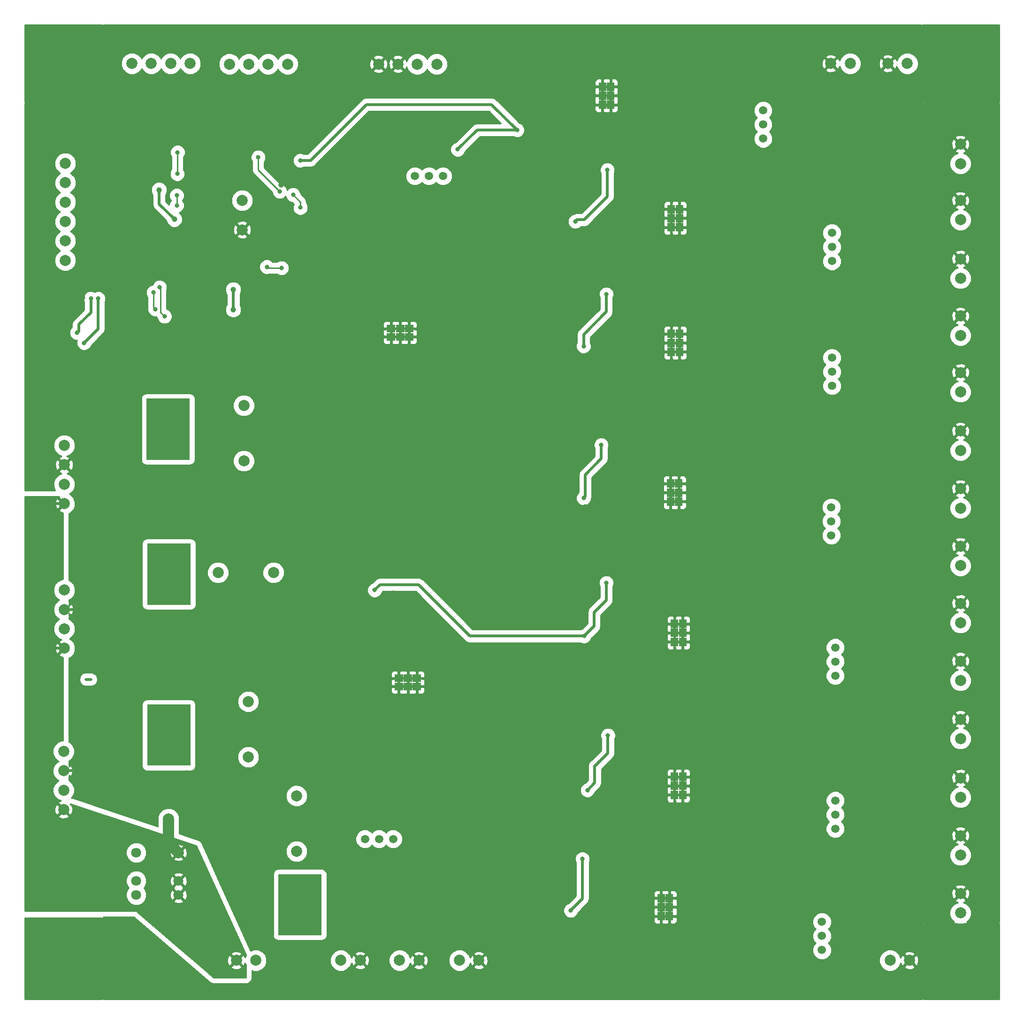
<source format=gbr>
G04 #@! TF.FileFunction,Copper,L2,Bot,Signal*
%FSLAX46Y46*%
G04 Gerber Fmt 4.6, Leading zero omitted, Abs format (unit mm)*
G04 Created by KiCad (PCBNEW 4.0.4-stable) date Friday, December 09, 2016 'PMt' 01:21:17 PM*
%MOMM*%
%LPD*%
G01*
G04 APERTURE LIST*
%ADD10C,0.100000*%
%ADD11C,2.000000*%
%ADD12C,1.500000*%
%ADD13C,1.800000*%
%ADD14C,11.000000*%
%ADD15C,0.700000*%
%ADD16R,1.000000X1.000000*%
%ADD17R,1.475000X1.630000*%
%ADD18R,1.630000X1.475000*%
%ADD19C,0.800000*%
%ADD20C,1.000000*%
%ADD21C,0.500000*%
%ADD22C,1.000000*%
%ADD23C,2.000000*%
%ADD24C,0.250000*%
%ADD25C,0.254000*%
G04 APERTURE END LIST*
D10*
D11*
X8300000Y-26000000D03*
X8300000Y-29500000D03*
X8300000Y-33000000D03*
X8300000Y-36500000D03*
X8300000Y-40000000D03*
X8300000Y-43500000D03*
X41300000Y-133100000D03*
X41300000Y-123100000D03*
X35850000Y-99850000D03*
X45850000Y-99850000D03*
X40500000Y-69700000D03*
X40500000Y-79700000D03*
D12*
X76440000Y-28300000D03*
X73900000Y-28300000D03*
X71360000Y-28300000D03*
X62360000Y-147900000D03*
X64900000Y-147900000D03*
X67440000Y-147900000D03*
X144800000Y-167940000D03*
X144800000Y-165400000D03*
X144800000Y-162860000D03*
X147200000Y-146040000D03*
X147200000Y-143500000D03*
X147200000Y-140960000D03*
X147200000Y-118440000D03*
X147200000Y-115900000D03*
X147200000Y-113360000D03*
X146500000Y-93140000D03*
X146500000Y-90600000D03*
X146500000Y-88060000D03*
X146600000Y-66140000D03*
X146600000Y-63600000D03*
X146600000Y-61060000D03*
X146600000Y-43640000D03*
X146600000Y-41100000D03*
X146600000Y-38560000D03*
X134200000Y-21540000D03*
X134200000Y-19000000D03*
X134200000Y-16460000D03*
D11*
X39150000Y-169800000D03*
X42650000Y-169800000D03*
X149900000Y-8000000D03*
X146400000Y-8000000D03*
X160200000Y-8000000D03*
X156700000Y-8000000D03*
X169800000Y-26050000D03*
X169800000Y-22550000D03*
X169800000Y-36200000D03*
X169800000Y-32700000D03*
X169800000Y-46750000D03*
X169800000Y-43250000D03*
X169800000Y-57050000D03*
X169800000Y-53550000D03*
X169800000Y-67250000D03*
X169800000Y-63750000D03*
X169800000Y-77800000D03*
X169800000Y-74300000D03*
X169800000Y-88200000D03*
X169800000Y-84700000D03*
X169800000Y-98600000D03*
X169800000Y-95100000D03*
X169800000Y-108900000D03*
X169800000Y-105400000D03*
X169800000Y-119300000D03*
X169800000Y-115800000D03*
X169800000Y-129800000D03*
X169800000Y-126300000D03*
X169800000Y-140400000D03*
X169800000Y-136900000D03*
X169800000Y-150800000D03*
X169800000Y-147300000D03*
X169800000Y-161250000D03*
X169800000Y-157750000D03*
X157100000Y-169800000D03*
X160600000Y-169800000D03*
X58000000Y-169800000D03*
X61500000Y-169800000D03*
X68600000Y-169800000D03*
X72100000Y-169800000D03*
X79400000Y-169800000D03*
X82900000Y-169800000D03*
D13*
X21100000Y-150380000D03*
X21100000Y-155460000D03*
X21100000Y-158000000D03*
X28720000Y-150380000D03*
X28720000Y-155460000D03*
X28720000Y-158000000D03*
D11*
X40200000Y-38000000D03*
X40200000Y-32700000D03*
D14*
X8000000Y-169800000D03*
D15*
X12125000Y-169800000D03*
X10926815Y-172726815D03*
X8000000Y-173925000D03*
X5073185Y-172726815D03*
X3875000Y-169800000D03*
X5073185Y-166873185D03*
X8000000Y-165675000D03*
X10926815Y-166873185D03*
D14*
X8000000Y-8000000D03*
D15*
X12125000Y-8000000D03*
X10926815Y-10926815D03*
X8000000Y-12125000D03*
X5073185Y-10926815D03*
X3875000Y-8000000D03*
X5073185Y-5073185D03*
X8000000Y-3875000D03*
X10926815Y-5073185D03*
D14*
X169800000Y-169800000D03*
D15*
X173925000Y-169800000D03*
X172726815Y-172726815D03*
X169800000Y-173925000D03*
X166873185Y-172726815D03*
X165675000Y-169800000D03*
X166873185Y-166873185D03*
X169800000Y-165675000D03*
X172726815Y-166873185D03*
D14*
X170000000Y-8000000D03*
D15*
X174125000Y-8000000D03*
X172926815Y-10926815D03*
X170000000Y-12125000D03*
X167073185Y-10926815D03*
X165875000Y-8000000D03*
X167073185Y-5073185D03*
X170000000Y-3875000D03*
X172926815Y-5073185D03*
D16*
X30340000Y-124160000D03*
X30340000Y-125160000D03*
X29340000Y-125160000D03*
X29340000Y-124160000D03*
X29340000Y-126160000D03*
X29340000Y-127160000D03*
X30340000Y-127160000D03*
X30340000Y-126160000D03*
X30340000Y-130160000D03*
X30340000Y-131160000D03*
X29340000Y-131160000D03*
X29340000Y-130160000D03*
X29340000Y-128160000D03*
X29340000Y-129160000D03*
X30340000Y-129160000D03*
X30340000Y-128160000D03*
X30340000Y-132160000D03*
X29340000Y-132160000D03*
X29340000Y-133160000D03*
X29340000Y-134160000D03*
X30340000Y-134160000D03*
X30340000Y-133160000D03*
X28340000Y-133160000D03*
X28340000Y-134160000D03*
X27340000Y-134160000D03*
X27340000Y-133160000D03*
X27340000Y-132160000D03*
X28340000Y-132160000D03*
X28340000Y-128160000D03*
X28340000Y-129160000D03*
X27340000Y-129160000D03*
X27340000Y-128160000D03*
X27340000Y-130160000D03*
X27340000Y-131160000D03*
X28340000Y-131160000D03*
X28340000Y-130160000D03*
X28340000Y-126160000D03*
X28340000Y-127160000D03*
X27340000Y-127160000D03*
X27340000Y-126160000D03*
X27340000Y-124160000D03*
X27340000Y-125160000D03*
X28340000Y-125160000D03*
X28340000Y-124160000D03*
X25570000Y-124160000D03*
X26350000Y-124160000D03*
X26350000Y-125160000D03*
X25570000Y-125160000D03*
X25570000Y-126160000D03*
X25570000Y-127160000D03*
X26350000Y-127160000D03*
X25570000Y-128160000D03*
X26350000Y-129160000D03*
X26350000Y-126160000D03*
X25570000Y-129160000D03*
X26350000Y-128160000D03*
X24570000Y-128160000D03*
X24570000Y-129160000D03*
X23570000Y-129160000D03*
X23570000Y-128160000D03*
X23570000Y-130160000D03*
X24570000Y-127160000D03*
X24570000Y-130160000D03*
X23570000Y-127160000D03*
X25570000Y-133160000D03*
X25570000Y-134160000D03*
X26350000Y-134160000D03*
X24570000Y-133160000D03*
X26350000Y-133160000D03*
X24570000Y-134160000D03*
X23570000Y-126160000D03*
X23570000Y-124160000D03*
X23570000Y-125160000D03*
X24570000Y-125160000D03*
X24570000Y-126160000D03*
X24570000Y-124160000D03*
X23570000Y-131160000D03*
X24570000Y-132160000D03*
X23570000Y-134160000D03*
X23570000Y-133160000D03*
X23570000Y-132160000D03*
X24570000Y-131160000D03*
X26350000Y-131160000D03*
X25570000Y-130160000D03*
X26350000Y-132160000D03*
X25570000Y-132160000D03*
X25570000Y-131160000D03*
X26350000Y-130160000D03*
X30380000Y-95130000D03*
X30380000Y-96130000D03*
X29380000Y-96130000D03*
X29380000Y-95130000D03*
X29380000Y-97130000D03*
X29380000Y-98130000D03*
X30380000Y-98130000D03*
X30380000Y-97130000D03*
X30380000Y-101130000D03*
X30380000Y-102130000D03*
X29380000Y-102130000D03*
X29380000Y-101130000D03*
X29380000Y-99130000D03*
X29380000Y-100130000D03*
X30380000Y-100130000D03*
X30380000Y-99130000D03*
X30380000Y-103130000D03*
X29380000Y-103130000D03*
X29380000Y-104130000D03*
X29380000Y-105130000D03*
X30380000Y-105130000D03*
X30380000Y-104130000D03*
X28380000Y-104130000D03*
X28380000Y-105130000D03*
X27380000Y-105130000D03*
X27380000Y-104130000D03*
X27380000Y-103130000D03*
X28380000Y-103130000D03*
X28380000Y-99130000D03*
X28380000Y-100130000D03*
X27380000Y-100130000D03*
X27380000Y-99130000D03*
X27380000Y-101130000D03*
X27380000Y-102130000D03*
X28380000Y-102130000D03*
X28380000Y-101130000D03*
X28380000Y-97130000D03*
X28380000Y-98130000D03*
X27380000Y-98130000D03*
X27380000Y-97130000D03*
X27380000Y-95130000D03*
X27380000Y-96130000D03*
X28380000Y-96130000D03*
X28380000Y-95130000D03*
X25610000Y-95130000D03*
X26390000Y-95130000D03*
X26390000Y-96130000D03*
X25610000Y-96130000D03*
X25610000Y-97130000D03*
X25610000Y-98130000D03*
X26390000Y-98130000D03*
X25610000Y-99130000D03*
X26390000Y-100130000D03*
X26390000Y-97130000D03*
X25610000Y-100130000D03*
X26390000Y-99130000D03*
X24610000Y-99130000D03*
X24610000Y-100130000D03*
X23610000Y-100130000D03*
X23610000Y-99130000D03*
X23610000Y-101130000D03*
X24610000Y-98130000D03*
X24610000Y-101130000D03*
X23610000Y-98130000D03*
X25610000Y-104130000D03*
X25610000Y-105130000D03*
X26390000Y-105130000D03*
X24610000Y-104130000D03*
X26390000Y-104130000D03*
X24610000Y-105130000D03*
X23610000Y-97130000D03*
X23610000Y-95130000D03*
X23610000Y-96130000D03*
X24610000Y-96130000D03*
X24610000Y-97130000D03*
X24610000Y-95130000D03*
X23610000Y-102130000D03*
X24610000Y-103130000D03*
X23610000Y-105130000D03*
X23610000Y-104130000D03*
X23610000Y-103130000D03*
X24610000Y-102130000D03*
X26390000Y-102130000D03*
X25610000Y-101130000D03*
X26390000Y-103130000D03*
X25610000Y-103130000D03*
X25610000Y-102130000D03*
X26390000Y-101130000D03*
X30220000Y-68970000D03*
X30220000Y-69970000D03*
X29220000Y-69970000D03*
X29220000Y-68970000D03*
X29220000Y-70970000D03*
X29220000Y-71970000D03*
X30220000Y-71970000D03*
X30220000Y-70970000D03*
X30220000Y-74970000D03*
X30220000Y-75970000D03*
X29220000Y-75970000D03*
X29220000Y-74970000D03*
X29220000Y-72970000D03*
X29220000Y-73970000D03*
X30220000Y-73970000D03*
X30220000Y-72970000D03*
X30220000Y-76970000D03*
X29220000Y-76970000D03*
X29220000Y-77970000D03*
X29220000Y-78970000D03*
X30220000Y-78970000D03*
X30220000Y-77970000D03*
X28220000Y-77970000D03*
X28220000Y-78970000D03*
X27220000Y-78970000D03*
X27220000Y-77970000D03*
X27220000Y-76970000D03*
X28220000Y-76970000D03*
X28220000Y-72970000D03*
X28220000Y-73970000D03*
X27220000Y-73970000D03*
X27220000Y-72970000D03*
X27220000Y-74970000D03*
X27220000Y-75970000D03*
X28220000Y-75970000D03*
X28220000Y-74970000D03*
X28220000Y-70970000D03*
X28220000Y-71970000D03*
X27220000Y-71970000D03*
X27220000Y-70970000D03*
X27220000Y-68970000D03*
X27220000Y-69970000D03*
X28220000Y-69970000D03*
X28220000Y-68970000D03*
X25450000Y-68970000D03*
X26230000Y-68970000D03*
X26230000Y-69970000D03*
X25450000Y-69970000D03*
X25450000Y-70970000D03*
X25450000Y-71970000D03*
X26230000Y-71970000D03*
X25450000Y-72970000D03*
X26230000Y-73970000D03*
X26230000Y-70970000D03*
X25450000Y-73970000D03*
X26230000Y-72970000D03*
X24450000Y-72970000D03*
X24450000Y-73970000D03*
X23450000Y-73970000D03*
X23450000Y-72970000D03*
X23450000Y-74970000D03*
X24450000Y-71970000D03*
X24450000Y-74970000D03*
X23450000Y-71970000D03*
X25450000Y-77970000D03*
X25450000Y-78970000D03*
X26230000Y-78970000D03*
X24450000Y-77970000D03*
X26230000Y-77970000D03*
X24450000Y-78970000D03*
X23450000Y-70970000D03*
X23450000Y-68970000D03*
X23450000Y-69970000D03*
X24450000Y-69970000D03*
X24450000Y-70970000D03*
X24450000Y-68970000D03*
X23450000Y-75970000D03*
X24450000Y-76970000D03*
X23450000Y-78970000D03*
X23450000Y-77970000D03*
X23450000Y-76970000D03*
X24450000Y-75970000D03*
X26230000Y-75970000D03*
X25450000Y-74970000D03*
X26230000Y-76970000D03*
X25450000Y-76970000D03*
X25450000Y-75970000D03*
X26230000Y-74970000D03*
D17*
X105200000Y-13800000D03*
X106675000Y-13800000D03*
X105200000Y-12170000D03*
X106675000Y-12170000D03*
X105200000Y-15430000D03*
X106675000Y-15430000D03*
D18*
X68700000Y-57300000D03*
X68700000Y-55825000D03*
X67070000Y-57300000D03*
X67070000Y-55825000D03*
X70330000Y-57300000D03*
X70330000Y-55825000D03*
D17*
X117600000Y-35900000D03*
X119075000Y-35900000D03*
X117600000Y-34270000D03*
X119075000Y-34270000D03*
X117600000Y-37530000D03*
X119075000Y-37530000D03*
X117600000Y-58400000D03*
X119075000Y-58400000D03*
X117600000Y-56770000D03*
X119075000Y-56770000D03*
X117600000Y-60030000D03*
X119075000Y-60030000D03*
X117500000Y-85400000D03*
X118975000Y-85400000D03*
X117500000Y-83770000D03*
X118975000Y-83770000D03*
X117500000Y-87030000D03*
X118975000Y-87030000D03*
X118200000Y-110700000D03*
X119675000Y-110700000D03*
X118200000Y-109070000D03*
X119675000Y-109070000D03*
X118200000Y-112330000D03*
X119675000Y-112330000D03*
X118200000Y-138300000D03*
X119675000Y-138300000D03*
X118200000Y-136670000D03*
X119675000Y-136670000D03*
X118200000Y-139930000D03*
X119675000Y-139930000D03*
X115800000Y-160200000D03*
X117275000Y-160200000D03*
X115800000Y-158570000D03*
X117275000Y-158570000D03*
X115800000Y-161830000D03*
X117275000Y-161830000D03*
D18*
X70100000Y-118900000D03*
X70100000Y-120375000D03*
X71730000Y-118900000D03*
X71730000Y-120375000D03*
X68470000Y-118900000D03*
X68470000Y-120375000D03*
D11*
X8000000Y-132100000D03*
X8000000Y-135600000D03*
X8000000Y-139100000D03*
X8000000Y-142600000D03*
X8100000Y-103000000D03*
X8100000Y-106500000D03*
X8100000Y-110000000D03*
X8100000Y-113500000D03*
X8100000Y-76900000D03*
X8100000Y-80400000D03*
X8100000Y-83900000D03*
X8100000Y-87400000D03*
X48400000Y-8100000D03*
X44900000Y-8100000D03*
X41400000Y-8100000D03*
X37900000Y-8100000D03*
X30800000Y-8000000D03*
X27300000Y-8000000D03*
X23800000Y-8000000D03*
X20300000Y-8000000D03*
X75300000Y-8100000D03*
X71800000Y-8100000D03*
X68300000Y-8100000D03*
X64800000Y-8100000D03*
D16*
X54014000Y-154750000D03*
X54014000Y-155750000D03*
X53014000Y-155750000D03*
X53014000Y-154750000D03*
X53014000Y-156750000D03*
X53014000Y-157750000D03*
X54014000Y-157750000D03*
X54014000Y-156750000D03*
X54014000Y-160750000D03*
X54014000Y-161750000D03*
X53014000Y-161750000D03*
X53014000Y-160750000D03*
X53014000Y-158750000D03*
X53014000Y-159750000D03*
X54014000Y-159750000D03*
X54014000Y-158750000D03*
X54014000Y-162750000D03*
X53014000Y-162750000D03*
X53014000Y-163750000D03*
X53014000Y-164750000D03*
X54014000Y-164750000D03*
X54014000Y-163750000D03*
X52014000Y-163750000D03*
X52014000Y-164750000D03*
X51014000Y-164750000D03*
X51014000Y-163750000D03*
X51014000Y-162750000D03*
X52014000Y-162750000D03*
X52014000Y-158750000D03*
X52014000Y-159750000D03*
X51014000Y-159750000D03*
X51014000Y-158750000D03*
X51014000Y-160750000D03*
X51014000Y-161750000D03*
X52014000Y-161750000D03*
X52014000Y-160750000D03*
X52014000Y-156750000D03*
X52014000Y-157750000D03*
X51014000Y-157750000D03*
X51014000Y-156750000D03*
X51014000Y-154750000D03*
X51014000Y-155750000D03*
X52014000Y-155750000D03*
X52014000Y-154750000D03*
X49244000Y-154750000D03*
X50024000Y-154750000D03*
X50024000Y-155750000D03*
X49244000Y-155750000D03*
X49244000Y-156750000D03*
X49244000Y-157750000D03*
X50024000Y-157750000D03*
X49244000Y-158750000D03*
X50024000Y-159750000D03*
X50024000Y-156750000D03*
X49244000Y-159750000D03*
X50024000Y-158750000D03*
X48244000Y-158750000D03*
X48244000Y-159750000D03*
X47244000Y-159750000D03*
X47244000Y-158750000D03*
X47244000Y-160750000D03*
X48244000Y-157750000D03*
X48244000Y-160750000D03*
X47244000Y-157750000D03*
X49244000Y-163750000D03*
X49244000Y-164750000D03*
X50024000Y-164750000D03*
X48244000Y-163750000D03*
X50024000Y-163750000D03*
X48244000Y-164750000D03*
X47244000Y-156750000D03*
X47244000Y-154750000D03*
X47244000Y-155750000D03*
X48244000Y-155750000D03*
X48244000Y-156750000D03*
X48244000Y-154750000D03*
X47244000Y-161750000D03*
X48244000Y-162750000D03*
X47244000Y-164750000D03*
X47244000Y-163750000D03*
X47244000Y-162750000D03*
X48244000Y-161750000D03*
X50024000Y-161750000D03*
X49244000Y-160750000D03*
X50024000Y-162750000D03*
X49244000Y-162750000D03*
X49244000Y-161750000D03*
X50024000Y-160750000D03*
D11*
X50038000Y-150114000D03*
X50038000Y-140114000D03*
X41402000Y-144272000D03*
D19*
X122300000Y-160300000D03*
X119200000Y-168200000D03*
X107900000Y-166300000D03*
X124700000Y-138400000D03*
X121600000Y-146300000D03*
X110300000Y-144400000D03*
D20*
X157200000Y-143010000D03*
X157200000Y-115390000D03*
X156525000Y-90100000D03*
D19*
X124700000Y-110800000D03*
X121600000Y-118700000D03*
X110300000Y-116800000D03*
X124000000Y-85500000D03*
X120900000Y-93400000D03*
X109600000Y-91500000D03*
X124100000Y-58500000D03*
X121000000Y-66400000D03*
X109700000Y-64500000D03*
X124100000Y-36000000D03*
X121000000Y-43900000D03*
X109700000Y-42000000D03*
X111700000Y-13900000D03*
X108600000Y-21800000D03*
X97300000Y-19900000D03*
X76700000Y-43900000D03*
X68800000Y-50800000D03*
X76700000Y-53900000D03*
X74800000Y-65200000D03*
X64000000Y-111000000D03*
X70000000Y-125400000D03*
X62100000Y-122300000D03*
X26000000Y-56200000D03*
X29100000Y-50200000D03*
X44362652Y-34237652D03*
D20*
X74300000Y-150500000D03*
X74300000Y-145800000D03*
X142700000Y-156100000D03*
X73400000Y-18300000D03*
X21500000Y-13600000D03*
X39100000Y-13600000D03*
X41800000Y-13600000D03*
X14700000Y-41600000D03*
X14700000Y-38900000D03*
X14700000Y-36200000D03*
X48800000Y-42700000D03*
X47200000Y-29900000D03*
X45500000Y-51000000D03*
X1900000Y-65400000D03*
X11400000Y-50200000D03*
X23840000Y-116100000D03*
X12900000Y-90200000D03*
X35200000Y-86200000D03*
X35000000Y-118700000D03*
X35000000Y-114700000D03*
X154400000Y-164900000D03*
X30200000Y-136000000D03*
X32300000Y-116700000D03*
X13300000Y-63900000D03*
X30600000Y-81300000D03*
X65399980Y-157899980D03*
X35200000Y-90200000D03*
X32500000Y-88200000D03*
X30100000Y-107300000D03*
X50200000Y-76200000D03*
X52200000Y-73500000D03*
X54200000Y-76200000D03*
X71300000Y-67600000D03*
X60700000Y-30400000D03*
X62800000Y-27900000D03*
X62800000Y-32400000D03*
X63900000Y-59000000D03*
X62300000Y-61500000D03*
X62300000Y-56600000D03*
X71300000Y-62400000D03*
X73100000Y-65000000D03*
X70700000Y-20600000D03*
X73400000Y-22900000D03*
X76100000Y-20600000D03*
X65700000Y-106000000D03*
X67500000Y-103600000D03*
X67500000Y-108600000D03*
X78100000Y-150500000D03*
X76000000Y-152500000D03*
X76000000Y-148300000D03*
X62700000Y-155600000D03*
X65400000Y-153300000D03*
X68100000Y-155600000D03*
X76500000Y-119600000D03*
X74900000Y-117200000D03*
X76500000Y-114700000D03*
X78100000Y-145800000D03*
X76000000Y-143800000D03*
X65700000Y-111200000D03*
X67500000Y-113800000D03*
X100500000Y-162800000D03*
X102900000Y-164600000D03*
X108100000Y-164600000D03*
X105500000Y-162800000D03*
X111600000Y-153800000D03*
X110700000Y-162800000D03*
X114100000Y-155400000D03*
X116500000Y-153800000D03*
X150200000Y-164900000D03*
X152500000Y-167600000D03*
X152500000Y-162200000D03*
X147400000Y-156100000D03*
X149400000Y-154300000D03*
X142700000Y-152200000D03*
X140700000Y-154300000D03*
X147400000Y-152200000D03*
X145200000Y-154300000D03*
X102900000Y-140900000D03*
X102900000Y-113300000D03*
X110500000Y-142700000D03*
X105300000Y-142700000D03*
X107900000Y-140900000D03*
X116500000Y-133500000D03*
X113100000Y-140900000D03*
X152600000Y-143000000D03*
X154900000Y-145700000D03*
X154900000Y-140300000D03*
X151800000Y-132400000D03*
X149800000Y-130300000D03*
X147600000Y-132400000D03*
X145100000Y-130300000D03*
X145100000Y-134100000D03*
X143100000Y-132400000D03*
X149800000Y-134100000D03*
X118900000Y-131900000D03*
X114000000Y-131900000D03*
X107900000Y-113300000D03*
X105300000Y-115100000D03*
X110500000Y-115100000D03*
X116500000Y-105900000D03*
X113100000Y-113300000D03*
X118900000Y-104300000D03*
X114000000Y-104300000D03*
X152600000Y-115400000D03*
X154900000Y-112700000D03*
X154900000Y-118100000D03*
X149800000Y-106500000D03*
X151800000Y-104800000D03*
X143100000Y-104800000D03*
X145100000Y-102700000D03*
X145100000Y-106500000D03*
X147600000Y-104800000D03*
X149800000Y-102700000D03*
X109800000Y-89800000D03*
X112400000Y-88000000D03*
X118200000Y-79000000D03*
X115800000Y-80600000D03*
X113300000Y-79000000D03*
X107200000Y-88000000D03*
X102200000Y-88000000D03*
X104600000Y-89800000D03*
X154200000Y-92800000D03*
X151900000Y-90100000D03*
X154200000Y-87400000D03*
X142400000Y-79500000D03*
X144400000Y-81200000D03*
X144400000Y-77400000D03*
X149100000Y-77400000D03*
X146900000Y-79500000D03*
X151100000Y-79500000D03*
X149100000Y-81200000D03*
X156600000Y-63100000D03*
X154300000Y-65800000D03*
X152000000Y-63100000D03*
X154300000Y-60400000D03*
X149200000Y-54200000D03*
X149200000Y-50400000D03*
X144500000Y-54200000D03*
X147000000Y-52500000D03*
X144500000Y-50400000D03*
X142500000Y-52500000D03*
X151200000Y-52500000D03*
X104700000Y-62800000D03*
X102300000Y-61000000D03*
X109900000Y-62800000D03*
X107300000Y-61000000D03*
X113400000Y-52000000D03*
X112500000Y-61000000D03*
X118300000Y-52000000D03*
X115900000Y-53600000D03*
X152000000Y-40600000D03*
X154300000Y-37900000D03*
X156600000Y-40600000D03*
X154300000Y-43300000D03*
X144500000Y-27900000D03*
X142500000Y-30000000D03*
X149200000Y-31700000D03*
X149200000Y-27900000D03*
X151200000Y-30000000D03*
X144500000Y-31700000D03*
X147000000Y-30000000D03*
X112500000Y-38500000D03*
X104700000Y-40300000D03*
X102300000Y-38500000D03*
X109900000Y-40300000D03*
X107300000Y-38500000D03*
X118300000Y-29500000D03*
X115900000Y-31100000D03*
X113400000Y-29500000D03*
X89900000Y-16400000D03*
X92300000Y-18200000D03*
X94900000Y-16400000D03*
X97500000Y-18200000D03*
X134600000Y-7900000D03*
X136800000Y-9600000D03*
X130100000Y-7900000D03*
X136800000Y-5800000D03*
X138800000Y-7900000D03*
X132100000Y-9600000D03*
X132100000Y-5800000D03*
X144200000Y-18500000D03*
X141900000Y-21200000D03*
X139600000Y-18500000D03*
X141900000Y-15800000D03*
X103500000Y-9000000D03*
X101000000Y-7400000D03*
X105900000Y-7400000D03*
X100100000Y-16400000D03*
X38608000Y-52398001D03*
X25210000Y-30800000D03*
X27971912Y-36099912D03*
X38608000Y-48768000D03*
D19*
X64100000Y-103000000D03*
X99500000Y-160800000D03*
X101600000Y-151500000D03*
X102500000Y-139100000D03*
X106200000Y-129200000D03*
X101900000Y-111300000D03*
X105900000Y-101700000D03*
X101800000Y-86400000D03*
X105000000Y-76800000D03*
X101800000Y-59000000D03*
X105900000Y-49600000D03*
X100300000Y-36500000D03*
X106100000Y-27200000D03*
X89800000Y-20000000D03*
X79100000Y-23500000D03*
X14235000Y-50425000D03*
X11695000Y-58395000D03*
X50700000Y-25500000D03*
D11*
X26924000Y-144272000D03*
D19*
X24200000Y-49300000D03*
X24500000Y-52300000D03*
X28400000Y-33600000D03*
X28400000Y-31800000D03*
X28500000Y-27900000D03*
X28550000Y-24020000D03*
X46975011Y-31075011D03*
X43100000Y-24900000D03*
X12900000Y-50400000D03*
X10400000Y-56600000D03*
X25320000Y-48340000D03*
X26200000Y-53600000D03*
X44660000Y-44680000D03*
X47300000Y-44900000D03*
X50700000Y-34000000D03*
X49391376Y-31683318D03*
D21*
X12900000Y-119100000D02*
X12000000Y-119100000D01*
D22*
X8000000Y-8000000D02*
X10400000Y-8000000D01*
X10400000Y-8000000D02*
X14800000Y-3600000D01*
X14800000Y-3600000D02*
X16700000Y-3600000D01*
X170000000Y-8000000D02*
X168000000Y-8000000D01*
X168000000Y-8000000D02*
X163600000Y-3600000D01*
X163600000Y-3600000D02*
X160900000Y-3600000D01*
X169800000Y-169800000D02*
X167600000Y-169800000D01*
X167600000Y-169800000D02*
X163600000Y-173800000D01*
X163600000Y-173800000D02*
X160700000Y-173800000D01*
X8000000Y-169800000D02*
X10500000Y-169800000D01*
X10500000Y-169800000D02*
X14500000Y-173800000D01*
X14500000Y-173800000D02*
X16600000Y-173800000D01*
D21*
X8000000Y-135600000D02*
X10300000Y-135600000D01*
X8100000Y-106500000D02*
X11100000Y-106500000D01*
X38608000Y-52398001D02*
X38608000Y-48768000D01*
X27971912Y-36099912D02*
X25210000Y-33338000D01*
X25210000Y-33338000D02*
X25210000Y-30800000D01*
X82600000Y-20000000D02*
X79100000Y-23500000D01*
X84000000Y-20000000D02*
X82600000Y-20000000D01*
X89800000Y-20000000D02*
X84000000Y-20000000D01*
X101899999Y-36200001D02*
X106100000Y-32000000D01*
X106100000Y-32000000D02*
X106100000Y-27200000D01*
X100300000Y-36500000D02*
X100599999Y-36200001D01*
X100599999Y-36200001D02*
X101899999Y-36200001D01*
X101800000Y-56900000D02*
X105900000Y-52800000D01*
X105900000Y-52800000D02*
X105900000Y-49600000D01*
X101800000Y-59000000D02*
X101800000Y-56900000D01*
X101800000Y-86400000D02*
X102099999Y-86100001D01*
X102099999Y-86100001D02*
X102099999Y-82200001D01*
X102099999Y-82200001D02*
X105000000Y-79300000D01*
X105000000Y-79300000D02*
X105000000Y-76800000D01*
X105900000Y-104800000D02*
X105900000Y-101700000D01*
X103700000Y-107000000D02*
X105900000Y-104800000D01*
X103900000Y-134700000D02*
X106200000Y-132400000D01*
X106200000Y-132400000D02*
X106200000Y-129200000D01*
X103800000Y-134700000D02*
X103900000Y-134700000D01*
X65100000Y-102000000D02*
X64100000Y-103000000D01*
X72000000Y-102000000D02*
X65100000Y-102000000D01*
X81300000Y-111300000D02*
X72000000Y-102000000D01*
X101900000Y-111300000D02*
X81300000Y-111300000D01*
X101600000Y-156600000D02*
X101600000Y-151500000D01*
X101600000Y-156600000D02*
X101600000Y-158700000D01*
X101600000Y-158700000D02*
X99500000Y-160800000D01*
X103800000Y-134700000D02*
X103800000Y-137800000D01*
X103800000Y-137800000D02*
X102500000Y-139100000D01*
X103700000Y-107000000D02*
X103700000Y-109500000D01*
X103700000Y-109500000D02*
X101900000Y-111300000D01*
X62600000Y-15400000D02*
X85200000Y-15400000D01*
X85200000Y-15400000D02*
X89800000Y-20000000D01*
X52525020Y-25474980D02*
X62600000Y-15400000D01*
X52525020Y-25500000D02*
X52525020Y-25474980D01*
X50700000Y-25500000D02*
X52525020Y-25500000D01*
X11700000Y-58400000D02*
X14235000Y-55865000D01*
X14235000Y-55865000D02*
X14235000Y-50425000D01*
D23*
X26924000Y-144272000D02*
X26924000Y-148584000D01*
X26924000Y-148584000D02*
X28720000Y-150380000D01*
D21*
X8100000Y-113500000D02*
X5800000Y-113500000D01*
X8100000Y-87400000D02*
X5900000Y-87400000D01*
D24*
X28500000Y-26650000D02*
X28550000Y-26600000D01*
X28550000Y-26600000D02*
X28550000Y-24020000D01*
X24200000Y-49300000D02*
X24200001Y-52000001D01*
X24200001Y-52000001D02*
X24500000Y-52300000D01*
X28400000Y-33600000D02*
X28400000Y-31800000D01*
X28500000Y-27900000D02*
X28500000Y-26650000D01*
X43100000Y-27021002D02*
X43100000Y-24900000D01*
X46975011Y-31075011D02*
X43100000Y-27200000D01*
X43100000Y-27200000D02*
X43100000Y-27021002D01*
D21*
X12900000Y-50400000D02*
X12900000Y-52900000D01*
X10712350Y-55087650D02*
X10712350Y-56287650D01*
X12900000Y-52900000D02*
X10712350Y-55087650D01*
X10712350Y-56287650D02*
X10400000Y-56600000D01*
D24*
X50700000Y-34000000D02*
X50700000Y-32991942D01*
X50700000Y-32991942D02*
X49408058Y-31700000D01*
X44900000Y-44900000D02*
X47300000Y-44900000D01*
X25500000Y-49700000D02*
X25500000Y-48600000D01*
X25500000Y-52900000D02*
X25500000Y-49700000D01*
X26200000Y-53600000D02*
X25500000Y-52900000D01*
D25*
G36*
X7127073Y-86247468D02*
X7873000Y-86993395D01*
X7873000Y-87352605D01*
X6947468Y-86427073D01*
X6680613Y-86525736D01*
X6454092Y-87135461D01*
X6478144Y-87785460D01*
X6680613Y-88274264D01*
X6947468Y-88372927D01*
X7873000Y-87447395D01*
X7873000Y-87806605D01*
X7127073Y-88552532D01*
X7225736Y-88819387D01*
X7835461Y-89045908D01*
X7873000Y-89044519D01*
X7873000Y-101032801D01*
X7710456Y-101032659D01*
X6987240Y-101331486D01*
X6433431Y-101884329D01*
X6133342Y-102607023D01*
X6132659Y-103389544D01*
X6431486Y-104112760D01*
X6984329Y-104666569D01*
X7184853Y-104749834D01*
X6987240Y-104831486D01*
X6433431Y-105384329D01*
X6133342Y-106107023D01*
X6132659Y-106889544D01*
X6431486Y-107612760D01*
X6984329Y-108166569D01*
X7184853Y-108249834D01*
X6987240Y-108331486D01*
X6433431Y-108884329D01*
X6133342Y-109607023D01*
X6132659Y-110389544D01*
X6431486Y-111112760D01*
X6984329Y-111666569D01*
X7604063Y-111923905D01*
X7225736Y-112080613D01*
X7127073Y-112347468D01*
X7873000Y-113093395D01*
X7873000Y-113452605D01*
X6947468Y-112527073D01*
X6680613Y-112625736D01*
X6454092Y-113235461D01*
X6478144Y-113885460D01*
X6680613Y-114374264D01*
X6947468Y-114472927D01*
X7873000Y-113547395D01*
X7873000Y-113906605D01*
X7127073Y-114652532D01*
X7225736Y-114919387D01*
X7835461Y-115145908D01*
X7873000Y-115144519D01*
X7873000Y-130132888D01*
X7610456Y-130132659D01*
X6887240Y-130431486D01*
X6333431Y-130984329D01*
X6033342Y-131707023D01*
X6032659Y-132489544D01*
X6331486Y-133212760D01*
X6884329Y-133766569D01*
X7084853Y-133849834D01*
X6887240Y-133931486D01*
X6333431Y-134484329D01*
X6033342Y-135207023D01*
X6032659Y-135989544D01*
X6331486Y-136712760D01*
X6884329Y-137266569D01*
X7084853Y-137349834D01*
X6887240Y-137431486D01*
X6333431Y-137984329D01*
X6033342Y-138707023D01*
X6032659Y-139489544D01*
X6331486Y-140212760D01*
X6884329Y-140766569D01*
X7504063Y-141023905D01*
X7125736Y-141180613D01*
X7027073Y-141447468D01*
X8000000Y-142420395D01*
X8014143Y-142406253D01*
X8193748Y-142585858D01*
X8179605Y-142600000D01*
X9152532Y-143572927D01*
X9419387Y-143474264D01*
X9645908Y-142864539D01*
X9621856Y-142214540D01*
X9419387Y-141725736D01*
X9152534Y-141627074D01*
X9234304Y-141545304D01*
X31907437Y-149103016D01*
X40873000Y-168727637D01*
X40873000Y-168950276D01*
X40726095Y-169304063D01*
X40569387Y-168925736D01*
X40302532Y-168827073D01*
X39329605Y-169800000D01*
X40302532Y-170772927D01*
X40569387Y-170674264D01*
X40717837Y-170274682D01*
X40873000Y-170650204D01*
X40873000Y-172873000D01*
X35046981Y-172873000D01*
X32806436Y-170952532D01*
X38177073Y-170952532D01*
X38275736Y-171219387D01*
X38885461Y-171445908D01*
X39535460Y-171421856D01*
X40024264Y-171219387D01*
X40122927Y-170952532D01*
X39150000Y-169979605D01*
X38177073Y-170952532D01*
X32806436Y-170952532D01*
X31153186Y-169535461D01*
X37504092Y-169535461D01*
X37528144Y-170185460D01*
X37730613Y-170674264D01*
X37997468Y-170772927D01*
X38970395Y-169800000D01*
X37997468Y-168827073D01*
X37730613Y-168925736D01*
X37504092Y-169535461D01*
X31153186Y-169535461D01*
X30117195Y-168647468D01*
X38177073Y-168647468D01*
X39150000Y-169620395D01*
X40122927Y-168647468D01*
X40024264Y-168380613D01*
X39414539Y-168154092D01*
X38764540Y-168178144D01*
X38275736Y-168380613D01*
X38177073Y-168647468D01*
X30117195Y-168647468D01*
X21082651Y-160903574D01*
X21038624Y-160879016D01*
X21000000Y-160873000D01*
X1042000Y-160873000D01*
X1042000Y-155829740D01*
X19232676Y-155829740D01*
X19516311Y-156516189D01*
X19729662Y-156729912D01*
X19518157Y-156941048D01*
X19233324Y-157627001D01*
X19232676Y-158369740D01*
X19516311Y-159056189D01*
X20041048Y-159581843D01*
X20727001Y-159866676D01*
X21469740Y-159867324D01*
X22156189Y-159583689D01*
X22660598Y-159080159D01*
X27819446Y-159080159D01*
X27905852Y-159336643D01*
X28479336Y-159546458D01*
X29089460Y-159520839D01*
X29534148Y-159336643D01*
X29620554Y-159080159D01*
X28720000Y-158179605D01*
X27819446Y-159080159D01*
X22660598Y-159080159D01*
X22681843Y-159058952D01*
X22966676Y-158372999D01*
X22967211Y-157759336D01*
X27173542Y-157759336D01*
X27199161Y-158369460D01*
X27383357Y-158814148D01*
X27639841Y-158900554D01*
X28540395Y-158000000D01*
X28899605Y-158000000D01*
X29800159Y-158900554D01*
X30056643Y-158814148D01*
X30266458Y-158240664D01*
X30240839Y-157630540D01*
X30056643Y-157185852D01*
X29800159Y-157099446D01*
X28899605Y-158000000D01*
X28540395Y-158000000D01*
X27639841Y-157099446D01*
X27383357Y-157185852D01*
X27173542Y-157759336D01*
X22967211Y-157759336D01*
X22967324Y-157630260D01*
X22683689Y-156943811D01*
X22470338Y-156730088D01*
X22660598Y-156540159D01*
X27819446Y-156540159D01*
X27883401Y-156730000D01*
X27819446Y-156919841D01*
X28720000Y-157820395D01*
X29620554Y-156919841D01*
X29556599Y-156730000D01*
X29620554Y-156540159D01*
X28720000Y-155639605D01*
X27819446Y-156540159D01*
X22660598Y-156540159D01*
X22681843Y-156518952D01*
X22966676Y-155832999D01*
X22967211Y-155219336D01*
X27173542Y-155219336D01*
X27199161Y-155829460D01*
X27383357Y-156274148D01*
X27639841Y-156360554D01*
X28540395Y-155460000D01*
X28899605Y-155460000D01*
X29800159Y-156360554D01*
X30056643Y-156274148D01*
X30266458Y-155700664D01*
X30240839Y-155090540D01*
X30056643Y-154645852D01*
X29800159Y-154559446D01*
X28899605Y-155460000D01*
X28540395Y-155460000D01*
X27639841Y-154559446D01*
X27383357Y-154645852D01*
X27173542Y-155219336D01*
X22967211Y-155219336D01*
X22967324Y-155090260D01*
X22683689Y-154403811D01*
X22659761Y-154379841D01*
X27819446Y-154379841D01*
X28720000Y-155280395D01*
X29620554Y-154379841D01*
X29534148Y-154123357D01*
X28960664Y-153913542D01*
X28350540Y-153939161D01*
X27905852Y-154123357D01*
X27819446Y-154379841D01*
X22659761Y-154379841D01*
X22158952Y-153878157D01*
X21472999Y-153593324D01*
X20730260Y-153592676D01*
X20043811Y-153876311D01*
X19518157Y-154401048D01*
X19233324Y-155087001D01*
X19232676Y-155829740D01*
X1042000Y-155829740D01*
X1042000Y-150749740D01*
X19232676Y-150749740D01*
X19516311Y-151436189D01*
X20041048Y-151961843D01*
X20727001Y-152246676D01*
X21469740Y-152247324D01*
X22156189Y-151963689D01*
X22660598Y-151460159D01*
X27819446Y-151460159D01*
X27905852Y-151716643D01*
X28479336Y-151926458D01*
X29089460Y-151900839D01*
X29534148Y-151716643D01*
X29620554Y-151460159D01*
X28720000Y-150559605D01*
X27819446Y-151460159D01*
X22660598Y-151460159D01*
X22681843Y-151438952D01*
X22966676Y-150752999D01*
X22967211Y-150139336D01*
X27173542Y-150139336D01*
X27199161Y-150749460D01*
X27383357Y-151194148D01*
X27639841Y-151280554D01*
X28540395Y-150380000D01*
X28899605Y-150380000D01*
X29800159Y-151280554D01*
X30056643Y-151194148D01*
X30266458Y-150620664D01*
X30240839Y-150010540D01*
X30056643Y-149565852D01*
X29800159Y-149479446D01*
X28899605Y-150380000D01*
X28540395Y-150380000D01*
X27639841Y-149479446D01*
X27383357Y-149565852D01*
X27173542Y-150139336D01*
X22967211Y-150139336D01*
X22967324Y-150010260D01*
X22683689Y-149323811D01*
X22659761Y-149299841D01*
X27819446Y-149299841D01*
X28720000Y-150200395D01*
X29620554Y-149299841D01*
X29534148Y-149043357D01*
X28960664Y-148833542D01*
X28350540Y-148859161D01*
X27905852Y-149043357D01*
X27819446Y-149299841D01*
X22659761Y-149299841D01*
X22158952Y-148798157D01*
X21472999Y-148513324D01*
X20730260Y-148512676D01*
X20043811Y-148796311D01*
X19518157Y-149321048D01*
X19233324Y-150007001D01*
X19232676Y-150749740D01*
X1042000Y-150749740D01*
X1042000Y-143752532D01*
X7027073Y-143752532D01*
X7125736Y-144019387D01*
X7735461Y-144245908D01*
X8385460Y-144221856D01*
X8874264Y-144019387D01*
X8972927Y-143752532D01*
X8000000Y-142779605D01*
X7027073Y-143752532D01*
X1042000Y-143752532D01*
X1042000Y-142335461D01*
X6354092Y-142335461D01*
X6378144Y-142985460D01*
X6580613Y-143474264D01*
X6847468Y-143572927D01*
X7820395Y-142600000D01*
X6847468Y-141627073D01*
X6580613Y-141725736D01*
X6354092Y-142335461D01*
X1042000Y-142335461D01*
X1042000Y-86127000D01*
X7171613Y-86127000D01*
X7127073Y-86247468D01*
X7127073Y-86247468D01*
G37*
X7127073Y-86247468D02*
X7873000Y-86993395D01*
X7873000Y-87352605D01*
X6947468Y-86427073D01*
X6680613Y-86525736D01*
X6454092Y-87135461D01*
X6478144Y-87785460D01*
X6680613Y-88274264D01*
X6947468Y-88372927D01*
X7873000Y-87447395D01*
X7873000Y-87806605D01*
X7127073Y-88552532D01*
X7225736Y-88819387D01*
X7835461Y-89045908D01*
X7873000Y-89044519D01*
X7873000Y-101032801D01*
X7710456Y-101032659D01*
X6987240Y-101331486D01*
X6433431Y-101884329D01*
X6133342Y-102607023D01*
X6132659Y-103389544D01*
X6431486Y-104112760D01*
X6984329Y-104666569D01*
X7184853Y-104749834D01*
X6987240Y-104831486D01*
X6433431Y-105384329D01*
X6133342Y-106107023D01*
X6132659Y-106889544D01*
X6431486Y-107612760D01*
X6984329Y-108166569D01*
X7184853Y-108249834D01*
X6987240Y-108331486D01*
X6433431Y-108884329D01*
X6133342Y-109607023D01*
X6132659Y-110389544D01*
X6431486Y-111112760D01*
X6984329Y-111666569D01*
X7604063Y-111923905D01*
X7225736Y-112080613D01*
X7127073Y-112347468D01*
X7873000Y-113093395D01*
X7873000Y-113452605D01*
X6947468Y-112527073D01*
X6680613Y-112625736D01*
X6454092Y-113235461D01*
X6478144Y-113885460D01*
X6680613Y-114374264D01*
X6947468Y-114472927D01*
X7873000Y-113547395D01*
X7873000Y-113906605D01*
X7127073Y-114652532D01*
X7225736Y-114919387D01*
X7835461Y-115145908D01*
X7873000Y-115144519D01*
X7873000Y-130132888D01*
X7610456Y-130132659D01*
X6887240Y-130431486D01*
X6333431Y-130984329D01*
X6033342Y-131707023D01*
X6032659Y-132489544D01*
X6331486Y-133212760D01*
X6884329Y-133766569D01*
X7084853Y-133849834D01*
X6887240Y-133931486D01*
X6333431Y-134484329D01*
X6033342Y-135207023D01*
X6032659Y-135989544D01*
X6331486Y-136712760D01*
X6884329Y-137266569D01*
X7084853Y-137349834D01*
X6887240Y-137431486D01*
X6333431Y-137984329D01*
X6033342Y-138707023D01*
X6032659Y-139489544D01*
X6331486Y-140212760D01*
X6884329Y-140766569D01*
X7504063Y-141023905D01*
X7125736Y-141180613D01*
X7027073Y-141447468D01*
X8000000Y-142420395D01*
X8014143Y-142406253D01*
X8193748Y-142585858D01*
X8179605Y-142600000D01*
X9152532Y-143572927D01*
X9419387Y-143474264D01*
X9645908Y-142864539D01*
X9621856Y-142214540D01*
X9419387Y-141725736D01*
X9152534Y-141627074D01*
X9234304Y-141545304D01*
X31907437Y-149103016D01*
X40873000Y-168727637D01*
X40873000Y-168950276D01*
X40726095Y-169304063D01*
X40569387Y-168925736D01*
X40302532Y-168827073D01*
X39329605Y-169800000D01*
X40302532Y-170772927D01*
X40569387Y-170674264D01*
X40717837Y-170274682D01*
X40873000Y-170650204D01*
X40873000Y-172873000D01*
X35046981Y-172873000D01*
X32806436Y-170952532D01*
X38177073Y-170952532D01*
X38275736Y-171219387D01*
X38885461Y-171445908D01*
X39535460Y-171421856D01*
X40024264Y-171219387D01*
X40122927Y-170952532D01*
X39150000Y-169979605D01*
X38177073Y-170952532D01*
X32806436Y-170952532D01*
X31153186Y-169535461D01*
X37504092Y-169535461D01*
X37528144Y-170185460D01*
X37730613Y-170674264D01*
X37997468Y-170772927D01*
X38970395Y-169800000D01*
X37997468Y-168827073D01*
X37730613Y-168925736D01*
X37504092Y-169535461D01*
X31153186Y-169535461D01*
X30117195Y-168647468D01*
X38177073Y-168647468D01*
X39150000Y-169620395D01*
X40122927Y-168647468D01*
X40024264Y-168380613D01*
X39414539Y-168154092D01*
X38764540Y-168178144D01*
X38275736Y-168380613D01*
X38177073Y-168647468D01*
X30117195Y-168647468D01*
X21082651Y-160903574D01*
X21038624Y-160879016D01*
X21000000Y-160873000D01*
X1042000Y-160873000D01*
X1042000Y-155829740D01*
X19232676Y-155829740D01*
X19516311Y-156516189D01*
X19729662Y-156729912D01*
X19518157Y-156941048D01*
X19233324Y-157627001D01*
X19232676Y-158369740D01*
X19516311Y-159056189D01*
X20041048Y-159581843D01*
X20727001Y-159866676D01*
X21469740Y-159867324D01*
X22156189Y-159583689D01*
X22660598Y-159080159D01*
X27819446Y-159080159D01*
X27905852Y-159336643D01*
X28479336Y-159546458D01*
X29089460Y-159520839D01*
X29534148Y-159336643D01*
X29620554Y-159080159D01*
X28720000Y-158179605D01*
X27819446Y-159080159D01*
X22660598Y-159080159D01*
X22681843Y-159058952D01*
X22966676Y-158372999D01*
X22967211Y-157759336D01*
X27173542Y-157759336D01*
X27199161Y-158369460D01*
X27383357Y-158814148D01*
X27639841Y-158900554D01*
X28540395Y-158000000D01*
X28899605Y-158000000D01*
X29800159Y-158900554D01*
X30056643Y-158814148D01*
X30266458Y-158240664D01*
X30240839Y-157630540D01*
X30056643Y-157185852D01*
X29800159Y-157099446D01*
X28899605Y-158000000D01*
X28540395Y-158000000D01*
X27639841Y-157099446D01*
X27383357Y-157185852D01*
X27173542Y-157759336D01*
X22967211Y-157759336D01*
X22967324Y-157630260D01*
X22683689Y-156943811D01*
X22470338Y-156730088D01*
X22660598Y-156540159D01*
X27819446Y-156540159D01*
X27883401Y-156730000D01*
X27819446Y-156919841D01*
X28720000Y-157820395D01*
X29620554Y-156919841D01*
X29556599Y-156730000D01*
X29620554Y-156540159D01*
X28720000Y-155639605D01*
X27819446Y-156540159D01*
X22660598Y-156540159D01*
X22681843Y-156518952D01*
X22966676Y-155832999D01*
X22967211Y-155219336D01*
X27173542Y-155219336D01*
X27199161Y-155829460D01*
X27383357Y-156274148D01*
X27639841Y-156360554D01*
X28540395Y-155460000D01*
X28899605Y-155460000D01*
X29800159Y-156360554D01*
X30056643Y-156274148D01*
X30266458Y-155700664D01*
X30240839Y-155090540D01*
X30056643Y-154645852D01*
X29800159Y-154559446D01*
X28899605Y-155460000D01*
X28540395Y-155460000D01*
X27639841Y-154559446D01*
X27383357Y-154645852D01*
X27173542Y-155219336D01*
X22967211Y-155219336D01*
X22967324Y-155090260D01*
X22683689Y-154403811D01*
X22659761Y-154379841D01*
X27819446Y-154379841D01*
X28720000Y-155280395D01*
X29620554Y-154379841D01*
X29534148Y-154123357D01*
X28960664Y-153913542D01*
X28350540Y-153939161D01*
X27905852Y-154123357D01*
X27819446Y-154379841D01*
X22659761Y-154379841D01*
X22158952Y-153878157D01*
X21472999Y-153593324D01*
X20730260Y-153592676D01*
X20043811Y-153876311D01*
X19518157Y-154401048D01*
X19233324Y-155087001D01*
X19232676Y-155829740D01*
X1042000Y-155829740D01*
X1042000Y-150749740D01*
X19232676Y-150749740D01*
X19516311Y-151436189D01*
X20041048Y-151961843D01*
X20727001Y-152246676D01*
X21469740Y-152247324D01*
X22156189Y-151963689D01*
X22660598Y-151460159D01*
X27819446Y-151460159D01*
X27905852Y-151716643D01*
X28479336Y-151926458D01*
X29089460Y-151900839D01*
X29534148Y-151716643D01*
X29620554Y-151460159D01*
X28720000Y-150559605D01*
X27819446Y-151460159D01*
X22660598Y-151460159D01*
X22681843Y-151438952D01*
X22966676Y-150752999D01*
X22967211Y-150139336D01*
X27173542Y-150139336D01*
X27199161Y-150749460D01*
X27383357Y-151194148D01*
X27639841Y-151280554D01*
X28540395Y-150380000D01*
X28899605Y-150380000D01*
X29800159Y-151280554D01*
X30056643Y-151194148D01*
X30266458Y-150620664D01*
X30240839Y-150010540D01*
X30056643Y-149565852D01*
X29800159Y-149479446D01*
X28899605Y-150380000D01*
X28540395Y-150380000D01*
X27639841Y-149479446D01*
X27383357Y-149565852D01*
X27173542Y-150139336D01*
X22967211Y-150139336D01*
X22967324Y-150010260D01*
X22683689Y-149323811D01*
X22659761Y-149299841D01*
X27819446Y-149299841D01*
X28720000Y-150200395D01*
X29620554Y-149299841D01*
X29534148Y-149043357D01*
X28960664Y-148833542D01*
X28350540Y-148859161D01*
X27905852Y-149043357D01*
X27819446Y-149299841D01*
X22659761Y-149299841D01*
X22158952Y-148798157D01*
X21472999Y-148513324D01*
X20730260Y-148512676D01*
X20043811Y-148796311D01*
X19518157Y-149321048D01*
X19233324Y-150007001D01*
X19232676Y-150749740D01*
X1042000Y-150749740D01*
X1042000Y-143752532D01*
X7027073Y-143752532D01*
X7125736Y-144019387D01*
X7735461Y-144245908D01*
X8385460Y-144221856D01*
X8874264Y-144019387D01*
X8972927Y-143752532D01*
X8000000Y-142779605D01*
X7027073Y-143752532D01*
X1042000Y-143752532D01*
X1042000Y-142335461D01*
X6354092Y-142335461D01*
X6378144Y-142985460D01*
X6580613Y-143474264D01*
X6847468Y-143572927D01*
X7820395Y-142600000D01*
X6847468Y-141627073D01*
X6580613Y-141725736D01*
X6354092Y-142335461D01*
X1042000Y-142335461D01*
X1042000Y-86127000D01*
X7171613Y-86127000D01*
X7127073Y-86247468D01*
G36*
X162873025Y-15002539D02*
X162881685Y-15046159D01*
X162908965Y-15088553D01*
X162950590Y-15116994D01*
X163000000Y-15127000D01*
X176758000Y-15127000D01*
X176758000Y-162873000D01*
X170958354Y-162873000D01*
X171466569Y-162365671D01*
X171766658Y-161642977D01*
X171767341Y-160860456D01*
X171468514Y-160137240D01*
X170915671Y-159583431D01*
X170295937Y-159326095D01*
X170674264Y-159169387D01*
X170772927Y-158902532D01*
X169800000Y-157929605D01*
X168827073Y-158902532D01*
X168925736Y-159169387D01*
X169325318Y-159317837D01*
X168687240Y-159581486D01*
X168133431Y-160134329D01*
X167833342Y-160857023D01*
X167832659Y-161639544D01*
X168131486Y-162362760D01*
X168640836Y-162873000D01*
X163000000Y-162873000D01*
X162953841Y-162881685D01*
X162911447Y-162908965D01*
X162883006Y-162950590D01*
X162873000Y-163000000D01*
X162873000Y-176758000D01*
X15127000Y-176758000D01*
X15127000Y-162000000D01*
X15120791Y-161967000D01*
X20642284Y-161967000D01*
X34370685Y-173734201D01*
X34623783Y-173890814D01*
X35000000Y-173967000D01*
X41000000Y-173967000D01*
X41351463Y-173900868D01*
X41674261Y-173693153D01*
X41890814Y-173376217D01*
X41967000Y-173000000D01*
X41967000Y-171646230D01*
X42257023Y-171766658D01*
X43039544Y-171767341D01*
X43762760Y-171468514D01*
X44316569Y-170915671D01*
X44616658Y-170192977D01*
X44616660Y-170189544D01*
X56032659Y-170189544D01*
X56331486Y-170912760D01*
X56884329Y-171466569D01*
X57607023Y-171766658D01*
X58389544Y-171767341D01*
X59112760Y-171468514D01*
X59629643Y-170952532D01*
X60527073Y-170952532D01*
X60625736Y-171219387D01*
X61235461Y-171445908D01*
X61885460Y-171421856D01*
X62374264Y-171219387D01*
X62472927Y-170952532D01*
X61500000Y-169979605D01*
X60527073Y-170952532D01*
X59629643Y-170952532D01*
X59666569Y-170915671D01*
X59923905Y-170295937D01*
X60080613Y-170674264D01*
X60347468Y-170772927D01*
X61320395Y-169800000D01*
X61679605Y-169800000D01*
X62652532Y-170772927D01*
X62919387Y-170674264D01*
X63099466Y-170189544D01*
X66632659Y-170189544D01*
X66931486Y-170912760D01*
X67484329Y-171466569D01*
X68207023Y-171766658D01*
X68989544Y-171767341D01*
X69712760Y-171468514D01*
X70229643Y-170952532D01*
X71127073Y-170952532D01*
X71225736Y-171219387D01*
X71835461Y-171445908D01*
X72485460Y-171421856D01*
X72974264Y-171219387D01*
X73072927Y-170952532D01*
X72100000Y-169979605D01*
X71127073Y-170952532D01*
X70229643Y-170952532D01*
X70266569Y-170915671D01*
X70523905Y-170295937D01*
X70680613Y-170674264D01*
X70947468Y-170772927D01*
X71920395Y-169800000D01*
X72279605Y-169800000D01*
X73252532Y-170772927D01*
X73519387Y-170674264D01*
X73699466Y-170189544D01*
X77432659Y-170189544D01*
X77731486Y-170912760D01*
X78284329Y-171466569D01*
X79007023Y-171766658D01*
X79789544Y-171767341D01*
X80512760Y-171468514D01*
X81029643Y-170952532D01*
X81927073Y-170952532D01*
X82025736Y-171219387D01*
X82635461Y-171445908D01*
X83285460Y-171421856D01*
X83774264Y-171219387D01*
X83872927Y-170952532D01*
X82900000Y-169979605D01*
X81927073Y-170952532D01*
X81029643Y-170952532D01*
X81066569Y-170915671D01*
X81323905Y-170295937D01*
X81480613Y-170674264D01*
X81747468Y-170772927D01*
X82720395Y-169800000D01*
X83079605Y-169800000D01*
X84052532Y-170772927D01*
X84319387Y-170674264D01*
X84499466Y-170189544D01*
X155132659Y-170189544D01*
X155431486Y-170912760D01*
X155984329Y-171466569D01*
X156707023Y-171766658D01*
X157489544Y-171767341D01*
X158212760Y-171468514D01*
X158729643Y-170952532D01*
X159627073Y-170952532D01*
X159725736Y-171219387D01*
X160335461Y-171445908D01*
X160985460Y-171421856D01*
X161474264Y-171219387D01*
X161572927Y-170952532D01*
X160600000Y-169979605D01*
X159627073Y-170952532D01*
X158729643Y-170952532D01*
X158766569Y-170915671D01*
X159023905Y-170295937D01*
X159180613Y-170674264D01*
X159447468Y-170772927D01*
X160420395Y-169800000D01*
X160779605Y-169800000D01*
X161752532Y-170772927D01*
X162019387Y-170674264D01*
X162245908Y-170064539D01*
X162221856Y-169414540D01*
X162019387Y-168925736D01*
X161752532Y-168827073D01*
X160779605Y-169800000D01*
X160420395Y-169800000D01*
X159447468Y-168827073D01*
X159180613Y-168925736D01*
X159032163Y-169325318D01*
X158768514Y-168687240D01*
X158728812Y-168647468D01*
X159627073Y-168647468D01*
X160600000Y-169620395D01*
X161572927Y-168647468D01*
X161474264Y-168380613D01*
X160864539Y-168154092D01*
X160214540Y-168178144D01*
X159725736Y-168380613D01*
X159627073Y-168647468D01*
X158728812Y-168647468D01*
X158215671Y-168133431D01*
X157492977Y-167833342D01*
X156710456Y-167832659D01*
X155987240Y-168131486D01*
X155433431Y-168684329D01*
X155133342Y-169407023D01*
X155132659Y-170189544D01*
X84499466Y-170189544D01*
X84545908Y-170064539D01*
X84521856Y-169414540D01*
X84319387Y-168925736D01*
X84052532Y-168827073D01*
X83079605Y-169800000D01*
X82720395Y-169800000D01*
X81747468Y-168827073D01*
X81480613Y-168925736D01*
X81332163Y-169325318D01*
X81068514Y-168687240D01*
X81028812Y-168647468D01*
X81927073Y-168647468D01*
X82900000Y-169620395D01*
X83872927Y-168647468D01*
X83774264Y-168380613D01*
X83164539Y-168154092D01*
X82514540Y-168178144D01*
X82025736Y-168380613D01*
X81927073Y-168647468D01*
X81028812Y-168647468D01*
X80515671Y-168133431D01*
X79792977Y-167833342D01*
X79010456Y-167832659D01*
X78287240Y-168131486D01*
X77733431Y-168684329D01*
X77433342Y-169407023D01*
X77432659Y-170189544D01*
X73699466Y-170189544D01*
X73745908Y-170064539D01*
X73721856Y-169414540D01*
X73519387Y-168925736D01*
X73252532Y-168827073D01*
X72279605Y-169800000D01*
X71920395Y-169800000D01*
X70947468Y-168827073D01*
X70680613Y-168925736D01*
X70532163Y-169325318D01*
X70268514Y-168687240D01*
X70228812Y-168647468D01*
X71127073Y-168647468D01*
X72100000Y-169620395D01*
X73072927Y-168647468D01*
X72974264Y-168380613D01*
X72364539Y-168154092D01*
X71714540Y-168178144D01*
X71225736Y-168380613D01*
X71127073Y-168647468D01*
X70228812Y-168647468D01*
X69715671Y-168133431D01*
X68992977Y-167833342D01*
X68210456Y-167832659D01*
X67487240Y-168131486D01*
X66933431Y-168684329D01*
X66633342Y-169407023D01*
X66632659Y-170189544D01*
X63099466Y-170189544D01*
X63145908Y-170064539D01*
X63121856Y-169414540D01*
X62919387Y-168925736D01*
X62652532Y-168827073D01*
X61679605Y-169800000D01*
X61320395Y-169800000D01*
X60347468Y-168827073D01*
X60080613Y-168925736D01*
X59932163Y-169325318D01*
X59668514Y-168687240D01*
X59628812Y-168647468D01*
X60527073Y-168647468D01*
X61500000Y-169620395D01*
X62472927Y-168647468D01*
X62374264Y-168380613D01*
X61764539Y-168154092D01*
X61114540Y-168178144D01*
X60625736Y-168380613D01*
X60527073Y-168647468D01*
X59628812Y-168647468D01*
X59115671Y-168133431D01*
X58392977Y-167833342D01*
X57610456Y-167832659D01*
X56887240Y-168131486D01*
X56333431Y-168684329D01*
X56033342Y-169407023D01*
X56032659Y-170189544D01*
X44616660Y-170189544D01*
X44617341Y-169410456D01*
X44318514Y-168687240D01*
X43765671Y-168133431D01*
X43042977Y-167833342D01*
X42260456Y-167832659D01*
X41761142Y-168038972D01*
X35461612Y-154250000D01*
X45758056Y-154250000D01*
X45758056Y-165250000D01*
X45825484Y-165608349D01*
X46037268Y-165937470D01*
X46360413Y-166158266D01*
X46744000Y-166235944D01*
X54514000Y-166235944D01*
X54872349Y-166168516D01*
X55201470Y-165956732D01*
X55422266Y-165633587D01*
X55499944Y-165250000D01*
X55499944Y-161070720D01*
X98132763Y-161070720D01*
X98340438Y-161573332D01*
X98724646Y-161958210D01*
X99226894Y-162166762D01*
X99770720Y-162167237D01*
X99895328Y-162115750D01*
X114427500Y-162115750D01*
X114427500Y-162771310D01*
X114524173Y-163004699D01*
X114702802Y-163183327D01*
X114936191Y-163280000D01*
X115514250Y-163280000D01*
X115673000Y-163121250D01*
X115673000Y-162115750D01*
X115902500Y-162115750D01*
X115902500Y-162771310D01*
X115927000Y-162830458D01*
X115927000Y-163121250D01*
X116085750Y-163280000D01*
X116989250Y-163280000D01*
X117148000Y-163121250D01*
X117148000Y-162830458D01*
X117172500Y-162771310D01*
X117172500Y-162115750D01*
X117148000Y-162091250D01*
X117148000Y-161957000D01*
X117402000Y-161957000D01*
X117402000Y-163121250D01*
X117560750Y-163280000D01*
X118138809Y-163280000D01*
X118331863Y-163200034D01*
X143082703Y-163200034D01*
X143343549Y-163831332D01*
X143641794Y-164130097D01*
X143345247Y-164426128D01*
X143083299Y-165056969D01*
X143082703Y-165740034D01*
X143343549Y-166371332D01*
X143641794Y-166670097D01*
X143345247Y-166966128D01*
X143083299Y-167596969D01*
X143082703Y-168280034D01*
X143343549Y-168911332D01*
X143826128Y-169394753D01*
X144456969Y-169656701D01*
X145140034Y-169657297D01*
X145771332Y-169396451D01*
X146254753Y-168913872D01*
X146516701Y-168283031D01*
X146517297Y-167599966D01*
X146256451Y-166968668D01*
X145958206Y-166669903D01*
X146254753Y-166373872D01*
X146516701Y-165743031D01*
X146517297Y-165059966D01*
X146256451Y-164428668D01*
X145958206Y-164129903D01*
X146254753Y-163833872D01*
X146516701Y-163203031D01*
X146517297Y-162519966D01*
X146256451Y-161888668D01*
X145773872Y-161405247D01*
X145143031Y-161143299D01*
X144459966Y-161142703D01*
X143828668Y-161403549D01*
X143345247Y-161886128D01*
X143083299Y-162516969D01*
X143082703Y-163200034D01*
X118331863Y-163200034D01*
X118372198Y-163183327D01*
X118550827Y-163004699D01*
X118647500Y-162771310D01*
X118647500Y-162115750D01*
X118488750Y-161957000D01*
X117402000Y-161957000D01*
X117148000Y-161957000D01*
X115927000Y-161957000D01*
X115927000Y-162091250D01*
X115902500Y-162115750D01*
X115673000Y-162115750D01*
X115673000Y-161957000D01*
X114586250Y-161957000D01*
X114427500Y-162115750D01*
X99895328Y-162115750D01*
X100273332Y-161959562D01*
X100658210Y-161575354D01*
X100809081Y-161212017D01*
X101535348Y-160485750D01*
X114427500Y-160485750D01*
X114427500Y-161544250D01*
X114586250Y-161703000D01*
X115673000Y-161703000D01*
X115673000Y-160485750D01*
X115902500Y-160485750D01*
X115902500Y-161544250D01*
X115927000Y-161568750D01*
X115927000Y-161703000D01*
X117148000Y-161703000D01*
X117148000Y-161568750D01*
X117172500Y-161544250D01*
X117172500Y-160485750D01*
X117148000Y-160461250D01*
X117148000Y-160327000D01*
X117402000Y-160327000D01*
X117402000Y-161703000D01*
X118488750Y-161703000D01*
X118647500Y-161544250D01*
X118647500Y-160485750D01*
X118488750Y-160327000D01*
X117402000Y-160327000D01*
X117148000Y-160327000D01*
X115927000Y-160327000D01*
X115927000Y-160461250D01*
X115902500Y-160485750D01*
X115673000Y-160485750D01*
X115673000Y-160327000D01*
X114586250Y-160327000D01*
X114427500Y-160485750D01*
X101535348Y-160485750D01*
X102460549Y-159560549D01*
X102724361Y-159165726D01*
X102786019Y-158855750D01*
X114427500Y-158855750D01*
X114427500Y-159914250D01*
X114586250Y-160073000D01*
X115673000Y-160073000D01*
X115673000Y-158855750D01*
X115902500Y-158855750D01*
X115902500Y-159914250D01*
X115927000Y-159938750D01*
X115927000Y-160073000D01*
X117148000Y-160073000D01*
X117148000Y-159938750D01*
X117172500Y-159914250D01*
X117172500Y-158855750D01*
X117148000Y-158831250D01*
X117148000Y-158697000D01*
X117402000Y-158697000D01*
X117402000Y-160073000D01*
X118488750Y-160073000D01*
X118647500Y-159914250D01*
X118647500Y-158855750D01*
X118488750Y-158697000D01*
X117402000Y-158697000D01*
X117148000Y-158697000D01*
X115927000Y-158697000D01*
X115927000Y-158831250D01*
X115902500Y-158855750D01*
X115673000Y-158855750D01*
X115673000Y-158697000D01*
X114586250Y-158697000D01*
X114427500Y-158855750D01*
X102786019Y-158855750D01*
X102817000Y-158700000D01*
X102817000Y-157628690D01*
X114427500Y-157628690D01*
X114427500Y-158284250D01*
X114586250Y-158443000D01*
X115673000Y-158443000D01*
X115673000Y-157628690D01*
X115902500Y-157628690D01*
X115902500Y-158284250D01*
X115927000Y-158308750D01*
X115927000Y-158443000D01*
X117148000Y-158443000D01*
X117148000Y-158308750D01*
X117172500Y-158284250D01*
X117172500Y-157628690D01*
X117148000Y-157569542D01*
X117148000Y-157278750D01*
X117402000Y-157278750D01*
X117402000Y-158443000D01*
X118488750Y-158443000D01*
X118647500Y-158284250D01*
X118647500Y-157628690D01*
X118588173Y-157485461D01*
X168154092Y-157485461D01*
X168178144Y-158135460D01*
X168380613Y-158624264D01*
X168647468Y-158722927D01*
X169620395Y-157750000D01*
X169979605Y-157750000D01*
X170952532Y-158722927D01*
X171219387Y-158624264D01*
X171445908Y-158014539D01*
X171421856Y-157364540D01*
X171219387Y-156875736D01*
X170952532Y-156777073D01*
X169979605Y-157750000D01*
X169620395Y-157750000D01*
X168647468Y-156777073D01*
X168380613Y-156875736D01*
X168154092Y-157485461D01*
X118588173Y-157485461D01*
X118550827Y-157395301D01*
X118372198Y-157216673D01*
X118138809Y-157120000D01*
X117560750Y-157120000D01*
X117402000Y-157278750D01*
X117148000Y-157278750D01*
X116989250Y-157120000D01*
X116085750Y-157120000D01*
X115927000Y-157278750D01*
X115927000Y-157569542D01*
X115902500Y-157628690D01*
X115673000Y-157628690D01*
X115673000Y-157278750D01*
X115514250Y-157120000D01*
X114936191Y-157120000D01*
X114702802Y-157216673D01*
X114524173Y-157395301D01*
X114427500Y-157628690D01*
X102817000Y-157628690D01*
X102817000Y-156597468D01*
X168827073Y-156597468D01*
X169800000Y-157570395D01*
X170772927Y-156597468D01*
X170674264Y-156330613D01*
X170064539Y-156104092D01*
X169414540Y-156128144D01*
X168925736Y-156330613D01*
X168827073Y-156597468D01*
X102817000Y-156597468D01*
X102817000Y-152133772D01*
X102966762Y-151773106D01*
X102967237Y-151229280D01*
X102950819Y-151189544D01*
X167832659Y-151189544D01*
X168131486Y-151912760D01*
X168684329Y-152466569D01*
X169407023Y-152766658D01*
X170189544Y-152767341D01*
X170912760Y-152468514D01*
X171466569Y-151915671D01*
X171766658Y-151192977D01*
X171767341Y-150410456D01*
X171468514Y-149687240D01*
X170915671Y-149133431D01*
X170295937Y-148876095D01*
X170674264Y-148719387D01*
X170772927Y-148452532D01*
X169800000Y-147479605D01*
X168827073Y-148452532D01*
X168925736Y-148719387D01*
X169325318Y-148867837D01*
X168687240Y-149131486D01*
X168133431Y-149684329D01*
X167833342Y-150407023D01*
X167832659Y-151189544D01*
X102950819Y-151189544D01*
X102759562Y-150726668D01*
X102375354Y-150341790D01*
X101873106Y-150133238D01*
X101329280Y-150132763D01*
X100826668Y-150340438D01*
X100441790Y-150724646D01*
X100233238Y-151226894D01*
X100232763Y-151770720D01*
X100383000Y-152134321D01*
X100383000Y-158195902D01*
X99087597Y-159491305D01*
X98726668Y-159640438D01*
X98341790Y-160024646D01*
X98133238Y-160526894D01*
X98132763Y-161070720D01*
X55499944Y-161070720D01*
X55499944Y-154250000D01*
X55432516Y-153891651D01*
X55220732Y-153562530D01*
X54897587Y-153341734D01*
X54514000Y-153264056D01*
X46744000Y-153264056D01*
X46385651Y-153331484D01*
X46056530Y-153543268D01*
X45835734Y-153866413D01*
X45758056Y-154250000D01*
X35461612Y-154250000D01*
X33750034Y-150503544D01*
X48070659Y-150503544D01*
X48369486Y-151226760D01*
X48922329Y-151780569D01*
X49645023Y-152080658D01*
X50427544Y-152081341D01*
X51150760Y-151782514D01*
X51704569Y-151229671D01*
X52004658Y-150506977D01*
X52005341Y-149724456D01*
X51706514Y-149001240D01*
X51153671Y-148447431D01*
X50654204Y-148240034D01*
X60642703Y-148240034D01*
X60903549Y-148871332D01*
X61386128Y-149354753D01*
X62016969Y-149616701D01*
X62700034Y-149617297D01*
X63331332Y-149356451D01*
X63630097Y-149058206D01*
X63926128Y-149354753D01*
X64556969Y-149616701D01*
X65240034Y-149617297D01*
X65871332Y-149356451D01*
X66170097Y-149058206D01*
X66466128Y-149354753D01*
X67096969Y-149616701D01*
X67780034Y-149617297D01*
X68411332Y-149356451D01*
X68894753Y-148873872D01*
X69156701Y-148243031D01*
X69157297Y-147559966D01*
X68896451Y-146928668D01*
X68413872Y-146445247D01*
X67783031Y-146183299D01*
X67099966Y-146182703D01*
X66468668Y-146443549D01*
X66169903Y-146741794D01*
X65873872Y-146445247D01*
X65243031Y-146183299D01*
X64559966Y-146182703D01*
X63928668Y-146443549D01*
X63629903Y-146741794D01*
X63333872Y-146445247D01*
X62703031Y-146183299D01*
X62019966Y-146182703D01*
X61388668Y-146443549D01*
X60905247Y-146926128D01*
X60643299Y-147556969D01*
X60642703Y-148240034D01*
X50654204Y-148240034D01*
X50430977Y-148147342D01*
X49648456Y-148146659D01*
X48925240Y-148445486D01*
X48371431Y-148998329D01*
X48071342Y-149721023D01*
X48070659Y-150503544D01*
X33750034Y-150503544D01*
X32879558Y-148598171D01*
X32638611Y-148273870D01*
X32305792Y-148082623D01*
X28891000Y-146944359D01*
X28891000Y-144273144D01*
X28891341Y-143882456D01*
X28592514Y-143159240D01*
X28039671Y-142605431D01*
X27316977Y-142305342D01*
X26534456Y-142304659D01*
X25811240Y-142603486D01*
X25257431Y-143156329D01*
X24957342Y-143879023D01*
X24956659Y-144661544D01*
X24957000Y-144662369D01*
X24957000Y-145633026D01*
X9568554Y-140503544D01*
X48070659Y-140503544D01*
X48369486Y-141226760D01*
X48922329Y-141780569D01*
X49645023Y-142080658D01*
X50427544Y-142081341D01*
X51150760Y-141782514D01*
X51704569Y-141229671D01*
X52004658Y-140506977D01*
X52005341Y-139724456D01*
X51859181Y-139370720D01*
X101132763Y-139370720D01*
X101340438Y-139873332D01*
X101724646Y-140258210D01*
X102226894Y-140466762D01*
X102770720Y-140467237D01*
X103273332Y-140259562D01*
X103317220Y-140215750D01*
X116827500Y-140215750D01*
X116827500Y-140871310D01*
X116924173Y-141104699D01*
X117102802Y-141283327D01*
X117336191Y-141380000D01*
X117914250Y-141380000D01*
X118073000Y-141221250D01*
X118073000Y-140215750D01*
X118302500Y-140215750D01*
X118302500Y-140871310D01*
X118327000Y-140930458D01*
X118327000Y-141221250D01*
X118485750Y-141380000D01*
X119389250Y-141380000D01*
X119548000Y-141221250D01*
X119548000Y-140930458D01*
X119572500Y-140871310D01*
X119572500Y-140215750D01*
X119548000Y-140191250D01*
X119548000Y-140057000D01*
X119802000Y-140057000D01*
X119802000Y-141221250D01*
X119960750Y-141380000D01*
X120538809Y-141380000D01*
X120731863Y-141300034D01*
X145482703Y-141300034D01*
X145743549Y-141931332D01*
X146041794Y-142230097D01*
X145745247Y-142526128D01*
X145483299Y-143156969D01*
X145482703Y-143840034D01*
X145743549Y-144471332D01*
X146041794Y-144770097D01*
X145745247Y-145066128D01*
X145483299Y-145696969D01*
X145482703Y-146380034D01*
X145743549Y-147011332D01*
X146226128Y-147494753D01*
X146856969Y-147756701D01*
X147540034Y-147757297D01*
X148171332Y-147496451D01*
X148633126Y-147035461D01*
X168154092Y-147035461D01*
X168178144Y-147685460D01*
X168380613Y-148174264D01*
X168647468Y-148272927D01*
X169620395Y-147300000D01*
X169979605Y-147300000D01*
X170952532Y-148272927D01*
X171219387Y-148174264D01*
X171445908Y-147564539D01*
X171421856Y-146914540D01*
X171219387Y-146425736D01*
X170952532Y-146327073D01*
X169979605Y-147300000D01*
X169620395Y-147300000D01*
X168647468Y-146327073D01*
X168380613Y-146425736D01*
X168154092Y-147035461D01*
X148633126Y-147035461D01*
X148654753Y-147013872D01*
X148916701Y-146383031D01*
X148916906Y-146147468D01*
X168827073Y-146147468D01*
X169800000Y-147120395D01*
X170772927Y-146147468D01*
X170674264Y-145880613D01*
X170064539Y-145654092D01*
X169414540Y-145678144D01*
X168925736Y-145880613D01*
X168827073Y-146147468D01*
X148916906Y-146147468D01*
X148917297Y-145699966D01*
X148656451Y-145068668D01*
X148358206Y-144769903D01*
X148654753Y-144473872D01*
X148916701Y-143843031D01*
X148917297Y-143159966D01*
X148656451Y-142528668D01*
X148358206Y-142229903D01*
X148654753Y-141933872D01*
X148916701Y-141303031D01*
X148917149Y-140789544D01*
X167832659Y-140789544D01*
X168131486Y-141512760D01*
X168684329Y-142066569D01*
X169407023Y-142366658D01*
X170189544Y-142367341D01*
X170912760Y-142068514D01*
X171466569Y-141515671D01*
X171766658Y-140792977D01*
X171767341Y-140010456D01*
X171468514Y-139287240D01*
X170915671Y-138733431D01*
X170295937Y-138476095D01*
X170674264Y-138319387D01*
X170772927Y-138052532D01*
X169800000Y-137079605D01*
X168827073Y-138052532D01*
X168925736Y-138319387D01*
X169325318Y-138467837D01*
X168687240Y-138731486D01*
X168133431Y-139284329D01*
X167833342Y-140007023D01*
X167832659Y-140789544D01*
X148917149Y-140789544D01*
X148917297Y-140619966D01*
X148656451Y-139988668D01*
X148173872Y-139505247D01*
X147543031Y-139243299D01*
X146859966Y-139242703D01*
X146228668Y-139503549D01*
X145745247Y-139986128D01*
X145483299Y-140616969D01*
X145482703Y-141300034D01*
X120731863Y-141300034D01*
X120772198Y-141283327D01*
X120950827Y-141104699D01*
X121047500Y-140871310D01*
X121047500Y-140215750D01*
X120888750Y-140057000D01*
X119802000Y-140057000D01*
X119548000Y-140057000D01*
X118327000Y-140057000D01*
X118327000Y-140191250D01*
X118302500Y-140215750D01*
X118073000Y-140215750D01*
X118073000Y-140057000D01*
X116986250Y-140057000D01*
X116827500Y-140215750D01*
X103317220Y-140215750D01*
X103658210Y-139875354D01*
X103809081Y-139512017D01*
X104660549Y-138660549D01*
X104710528Y-138585750D01*
X116827500Y-138585750D01*
X116827500Y-139644250D01*
X116986250Y-139803000D01*
X118073000Y-139803000D01*
X118073000Y-138585750D01*
X118302500Y-138585750D01*
X118302500Y-139644250D01*
X118327000Y-139668750D01*
X118327000Y-139803000D01*
X119548000Y-139803000D01*
X119548000Y-139668750D01*
X119572500Y-139644250D01*
X119572500Y-138585750D01*
X119548000Y-138561250D01*
X119548000Y-138427000D01*
X119802000Y-138427000D01*
X119802000Y-139803000D01*
X120888750Y-139803000D01*
X121047500Y-139644250D01*
X121047500Y-138585750D01*
X120888750Y-138427000D01*
X119802000Y-138427000D01*
X119548000Y-138427000D01*
X118327000Y-138427000D01*
X118327000Y-138561250D01*
X118302500Y-138585750D01*
X118073000Y-138585750D01*
X118073000Y-138427000D01*
X116986250Y-138427000D01*
X116827500Y-138585750D01*
X104710528Y-138585750D01*
X104924362Y-138265725D01*
X105017000Y-137800000D01*
X105017000Y-136955750D01*
X116827500Y-136955750D01*
X116827500Y-138014250D01*
X116986250Y-138173000D01*
X118073000Y-138173000D01*
X118073000Y-136955750D01*
X118302500Y-136955750D01*
X118302500Y-138014250D01*
X118327000Y-138038750D01*
X118327000Y-138173000D01*
X119548000Y-138173000D01*
X119548000Y-138038750D01*
X119572500Y-138014250D01*
X119572500Y-136955750D01*
X119548000Y-136931250D01*
X119548000Y-136797000D01*
X119802000Y-136797000D01*
X119802000Y-138173000D01*
X120888750Y-138173000D01*
X121047500Y-138014250D01*
X121047500Y-136955750D01*
X120888750Y-136797000D01*
X119802000Y-136797000D01*
X119548000Y-136797000D01*
X118327000Y-136797000D01*
X118327000Y-136931250D01*
X118302500Y-136955750D01*
X118073000Y-136955750D01*
X118073000Y-136797000D01*
X116986250Y-136797000D01*
X116827500Y-136955750D01*
X105017000Y-136955750D01*
X105017000Y-136635461D01*
X168154092Y-136635461D01*
X168178144Y-137285460D01*
X168380613Y-137774264D01*
X168647468Y-137872927D01*
X169620395Y-136900000D01*
X169979605Y-136900000D01*
X170952532Y-137872927D01*
X171219387Y-137774264D01*
X171445908Y-137164539D01*
X171421856Y-136514540D01*
X171219387Y-136025736D01*
X170952532Y-135927073D01*
X169979605Y-136900000D01*
X169620395Y-136900000D01*
X168647468Y-135927073D01*
X168380613Y-136025736D01*
X168154092Y-136635461D01*
X105017000Y-136635461D01*
X105017000Y-135728690D01*
X116827500Y-135728690D01*
X116827500Y-136384250D01*
X116986250Y-136543000D01*
X118073000Y-136543000D01*
X118073000Y-135728690D01*
X118302500Y-135728690D01*
X118302500Y-136384250D01*
X118327000Y-136408750D01*
X118327000Y-136543000D01*
X119548000Y-136543000D01*
X119548000Y-136408750D01*
X119572500Y-136384250D01*
X119572500Y-135728690D01*
X119548000Y-135669542D01*
X119548000Y-135378750D01*
X119802000Y-135378750D01*
X119802000Y-136543000D01*
X120888750Y-136543000D01*
X121047500Y-136384250D01*
X121047500Y-135747468D01*
X168827073Y-135747468D01*
X169800000Y-136720395D01*
X170772927Y-135747468D01*
X170674264Y-135480613D01*
X170064539Y-135254092D01*
X169414540Y-135278144D01*
X168925736Y-135480613D01*
X168827073Y-135747468D01*
X121047500Y-135747468D01*
X121047500Y-135728690D01*
X120950827Y-135495301D01*
X120772198Y-135316673D01*
X120538809Y-135220000D01*
X119960750Y-135220000D01*
X119802000Y-135378750D01*
X119548000Y-135378750D01*
X119389250Y-135220000D01*
X118485750Y-135220000D01*
X118327000Y-135378750D01*
X118327000Y-135669542D01*
X118302500Y-135728690D01*
X118073000Y-135728690D01*
X118073000Y-135378750D01*
X117914250Y-135220000D01*
X117336191Y-135220000D01*
X117102802Y-135316673D01*
X116924173Y-135495301D01*
X116827500Y-135728690D01*
X105017000Y-135728690D01*
X105017000Y-135304098D01*
X107060549Y-133260549D01*
X107090535Y-133215671D01*
X107324361Y-132865726D01*
X107417000Y-132400000D01*
X107417000Y-130189544D01*
X167832659Y-130189544D01*
X168131486Y-130912760D01*
X168684329Y-131466569D01*
X169407023Y-131766658D01*
X170189544Y-131767341D01*
X170912760Y-131468514D01*
X171466569Y-130915671D01*
X171766658Y-130192977D01*
X171767341Y-129410456D01*
X171468514Y-128687240D01*
X170915671Y-128133431D01*
X170295937Y-127876095D01*
X170674264Y-127719387D01*
X170772927Y-127452532D01*
X169800000Y-126479605D01*
X168827073Y-127452532D01*
X168925736Y-127719387D01*
X169325318Y-127867837D01*
X168687240Y-128131486D01*
X168133431Y-128684329D01*
X167833342Y-129407023D01*
X167832659Y-130189544D01*
X107417000Y-130189544D01*
X107417000Y-129833772D01*
X107566762Y-129473106D01*
X107567237Y-128929280D01*
X107359562Y-128426668D01*
X106975354Y-128041790D01*
X106473106Y-127833238D01*
X105929280Y-127832763D01*
X105426668Y-128040438D01*
X105041790Y-128424646D01*
X104833238Y-128926894D01*
X104832763Y-129470720D01*
X104983000Y-129834321D01*
X104983000Y-131895902D01*
X103240817Y-133638085D01*
X102939451Y-133839451D01*
X102675639Y-134234274D01*
X102583000Y-134700000D01*
X102583000Y-137295902D01*
X102087597Y-137791305D01*
X101726668Y-137940438D01*
X101341790Y-138324646D01*
X101133238Y-138826894D01*
X101132763Y-139370720D01*
X51859181Y-139370720D01*
X51706514Y-139001240D01*
X51153671Y-138447431D01*
X50430977Y-138147342D01*
X49648456Y-138146659D01*
X48925240Y-138445486D01*
X48371431Y-138998329D01*
X48071342Y-139721023D01*
X48070659Y-140503544D01*
X9568554Y-140503544D01*
X9425846Y-140455975D01*
X9666569Y-140215671D01*
X9966658Y-139492977D01*
X9967341Y-138710456D01*
X9668514Y-137987240D01*
X9115671Y-137433431D01*
X8967000Y-137371697D01*
X8967000Y-136768563D01*
X8972927Y-136752532D01*
X8967000Y-136746605D01*
X8967000Y-136387395D01*
X9152532Y-136572927D01*
X9419387Y-136474264D01*
X9645908Y-135864539D01*
X9621856Y-135214540D01*
X9419387Y-134725736D01*
X9152532Y-134627073D01*
X8967000Y-134812605D01*
X8967000Y-134453395D01*
X8972927Y-134447468D01*
X8967000Y-134431437D01*
X8967000Y-133828741D01*
X9112760Y-133768514D01*
X9666569Y-133215671D01*
X9966658Y-132492977D01*
X9967341Y-131710456D01*
X9668514Y-130987240D01*
X9115671Y-130433431D01*
X8967000Y-130371697D01*
X8967000Y-123660000D01*
X22084056Y-123660000D01*
X22084056Y-134660000D01*
X22151484Y-135018349D01*
X22363268Y-135347470D01*
X22686413Y-135568266D01*
X23070000Y-135645944D01*
X30840000Y-135645944D01*
X31198349Y-135578516D01*
X31527470Y-135366732D01*
X31748266Y-135043587D01*
X31825944Y-134660000D01*
X31825944Y-133489544D01*
X39332659Y-133489544D01*
X39631486Y-134212760D01*
X40184329Y-134766569D01*
X40907023Y-135066658D01*
X41689544Y-135067341D01*
X42412760Y-134768514D01*
X42966569Y-134215671D01*
X43266658Y-133492977D01*
X43267341Y-132710456D01*
X42968514Y-131987240D01*
X42415671Y-131433431D01*
X41692977Y-131133342D01*
X40910456Y-131132659D01*
X40187240Y-131431486D01*
X39633431Y-131984329D01*
X39333342Y-132707023D01*
X39332659Y-133489544D01*
X31825944Y-133489544D01*
X31825944Y-126035461D01*
X168154092Y-126035461D01*
X168178144Y-126685460D01*
X168380613Y-127174264D01*
X168647468Y-127272927D01*
X169620395Y-126300000D01*
X169979605Y-126300000D01*
X170952532Y-127272927D01*
X171219387Y-127174264D01*
X171445908Y-126564539D01*
X171421856Y-125914540D01*
X171219387Y-125425736D01*
X170952532Y-125327073D01*
X169979605Y-126300000D01*
X169620395Y-126300000D01*
X168647468Y-125327073D01*
X168380613Y-125425736D01*
X168154092Y-126035461D01*
X31825944Y-126035461D01*
X31825944Y-125147468D01*
X168827073Y-125147468D01*
X169800000Y-126120395D01*
X170772927Y-125147468D01*
X170674264Y-124880613D01*
X170064539Y-124654092D01*
X169414540Y-124678144D01*
X168925736Y-124880613D01*
X168827073Y-125147468D01*
X31825944Y-125147468D01*
X31825944Y-123660000D01*
X31793871Y-123489544D01*
X39332659Y-123489544D01*
X39631486Y-124212760D01*
X40184329Y-124766569D01*
X40907023Y-125066658D01*
X41689544Y-125067341D01*
X42412760Y-124768514D01*
X42966569Y-124215671D01*
X43266658Y-123492977D01*
X43267341Y-122710456D01*
X42968514Y-121987240D01*
X42415671Y-121433431D01*
X41692977Y-121133342D01*
X40910456Y-121132659D01*
X40187240Y-121431486D01*
X39633431Y-121984329D01*
X39333342Y-122707023D01*
X39332659Y-123489544D01*
X31793871Y-123489544D01*
X31758516Y-123301651D01*
X31546732Y-122972530D01*
X31223587Y-122751734D01*
X30840000Y-122674056D01*
X23070000Y-122674056D01*
X22711651Y-122741484D01*
X22382530Y-122953268D01*
X22161734Y-123276413D01*
X22084056Y-123660000D01*
X8967000Y-123660000D01*
X8967000Y-120660750D01*
X67020000Y-120660750D01*
X67020000Y-121238809D01*
X67116673Y-121472198D01*
X67295301Y-121650827D01*
X67528690Y-121747500D01*
X68184250Y-121747500D01*
X68343000Y-121588750D01*
X68343000Y-120502000D01*
X68597000Y-120502000D01*
X68597000Y-121588750D01*
X68755750Y-121747500D01*
X69814250Y-121747500D01*
X69973000Y-121588750D01*
X69973000Y-120502000D01*
X70227000Y-120502000D01*
X70227000Y-121588750D01*
X70385750Y-121747500D01*
X71444250Y-121747500D01*
X71603000Y-121588750D01*
X71603000Y-120502000D01*
X71857000Y-120502000D01*
X71857000Y-121588750D01*
X72015750Y-121747500D01*
X72671310Y-121747500D01*
X72904699Y-121650827D01*
X73083327Y-121472198D01*
X73180000Y-121238809D01*
X73180000Y-120660750D01*
X73021250Y-120502000D01*
X71857000Y-120502000D01*
X71603000Y-120502000D01*
X70227000Y-120502000D01*
X69973000Y-120502000D01*
X68597000Y-120502000D01*
X68343000Y-120502000D01*
X67178750Y-120502000D01*
X67020000Y-120660750D01*
X8967000Y-120660750D01*
X8967000Y-119100000D01*
X10783000Y-119100000D01*
X10875639Y-119565726D01*
X11139451Y-119960549D01*
X11534274Y-120224361D01*
X12000000Y-120317000D01*
X12900000Y-120317000D01*
X13365726Y-120224361D01*
X13760549Y-119960549D01*
X14024361Y-119565726D01*
X14099943Y-119185750D01*
X67020000Y-119185750D01*
X67020000Y-120089250D01*
X67178750Y-120248000D01*
X67469542Y-120248000D01*
X67528690Y-120272500D01*
X68184250Y-120272500D01*
X68208750Y-120248000D01*
X68343000Y-120248000D01*
X68343000Y-119027000D01*
X68597000Y-119027000D01*
X68597000Y-120248000D01*
X68731250Y-120248000D01*
X68755750Y-120272500D01*
X69814250Y-120272500D01*
X69838750Y-120248000D01*
X69973000Y-120248000D01*
X69973000Y-119027000D01*
X70227000Y-119027000D01*
X70227000Y-120248000D01*
X70361250Y-120248000D01*
X70385750Y-120272500D01*
X71444250Y-120272500D01*
X71468750Y-120248000D01*
X71603000Y-120248000D01*
X71603000Y-119027000D01*
X71857000Y-119027000D01*
X71857000Y-120248000D01*
X71991250Y-120248000D01*
X72015750Y-120272500D01*
X72671310Y-120272500D01*
X72730458Y-120248000D01*
X73021250Y-120248000D01*
X73180000Y-120089250D01*
X73180000Y-119185750D01*
X73021250Y-119027000D01*
X72730458Y-119027000D01*
X72671310Y-119002500D01*
X72015750Y-119002500D01*
X71991250Y-119027000D01*
X71857000Y-119027000D01*
X71603000Y-119027000D01*
X71468750Y-119027000D01*
X71444250Y-119002500D01*
X70385750Y-119002500D01*
X70361250Y-119027000D01*
X70227000Y-119027000D01*
X69973000Y-119027000D01*
X69838750Y-119027000D01*
X69814250Y-119002500D01*
X68755750Y-119002500D01*
X68731250Y-119027000D01*
X68597000Y-119027000D01*
X68343000Y-119027000D01*
X68208750Y-119027000D01*
X68184250Y-119002500D01*
X67528690Y-119002500D01*
X67469542Y-119027000D01*
X67178750Y-119027000D01*
X67020000Y-119185750D01*
X14099943Y-119185750D01*
X14117000Y-119100000D01*
X14024361Y-118634274D01*
X13760549Y-118239451D01*
X13456349Y-118036191D01*
X67020000Y-118036191D01*
X67020000Y-118614250D01*
X67178750Y-118773000D01*
X68343000Y-118773000D01*
X68343000Y-117686250D01*
X68597000Y-117686250D01*
X68597000Y-118773000D01*
X69973000Y-118773000D01*
X69973000Y-117686250D01*
X70227000Y-117686250D01*
X70227000Y-118773000D01*
X71603000Y-118773000D01*
X71603000Y-117686250D01*
X71857000Y-117686250D01*
X71857000Y-118773000D01*
X73021250Y-118773000D01*
X73180000Y-118614250D01*
X73180000Y-118036191D01*
X73083327Y-117802802D01*
X72904699Y-117624173D01*
X72671310Y-117527500D01*
X72015750Y-117527500D01*
X71857000Y-117686250D01*
X71603000Y-117686250D01*
X71444250Y-117527500D01*
X70385750Y-117527500D01*
X70227000Y-117686250D01*
X69973000Y-117686250D01*
X69814250Y-117527500D01*
X68755750Y-117527500D01*
X68597000Y-117686250D01*
X68343000Y-117686250D01*
X68184250Y-117527500D01*
X67528690Y-117527500D01*
X67295301Y-117624173D01*
X67116673Y-117802802D01*
X67020000Y-118036191D01*
X13456349Y-118036191D01*
X13365726Y-117975639D01*
X12900000Y-117883000D01*
X12000000Y-117883000D01*
X11534274Y-117975639D01*
X11139451Y-118239451D01*
X10875639Y-118634274D01*
X10783000Y-119100000D01*
X8967000Y-119100000D01*
X8967000Y-115270060D01*
X9212760Y-115168514D01*
X9766569Y-114615671D01*
X10066658Y-113892977D01*
X10067341Y-113110456D01*
X9768514Y-112387240D01*
X9215671Y-111833431D01*
X9015147Y-111750166D01*
X9212760Y-111668514D01*
X9766569Y-111115671D01*
X10066658Y-110392977D01*
X10067341Y-109610456D01*
X9768514Y-108887240D01*
X9215671Y-108333431D01*
X8967000Y-108230174D01*
X8967000Y-107922396D01*
X8974264Y-107919387D01*
X9072927Y-107652532D01*
X8967000Y-107546605D01*
X8967000Y-107187395D01*
X9252532Y-107472927D01*
X9519387Y-107374264D01*
X9745908Y-106764539D01*
X9721856Y-106114540D01*
X9519387Y-105625736D01*
X9252532Y-105527073D01*
X8967000Y-105812605D01*
X8967000Y-105453395D01*
X9072927Y-105347468D01*
X8974264Y-105080613D01*
X8967000Y-105077914D01*
X8967000Y-104770060D01*
X9212760Y-104668514D01*
X9766569Y-104115671D01*
X10066658Y-103392977D01*
X10067341Y-102610456D01*
X9768514Y-101887240D01*
X9215671Y-101333431D01*
X8967000Y-101230174D01*
X8967000Y-94630000D01*
X22124056Y-94630000D01*
X22124056Y-105630000D01*
X22191484Y-105988349D01*
X22403268Y-106317470D01*
X22726413Y-106538266D01*
X23110000Y-106615944D01*
X30880000Y-106615944D01*
X31238349Y-106548516D01*
X31567470Y-106336732D01*
X31788266Y-106013587D01*
X31865944Y-105630000D01*
X31865944Y-103270720D01*
X62732763Y-103270720D01*
X62940438Y-103773332D01*
X63324646Y-104158210D01*
X63826894Y-104366762D01*
X64370720Y-104367237D01*
X64873332Y-104159562D01*
X65258210Y-103775354D01*
X65409081Y-103412017D01*
X65604098Y-103217000D01*
X71495902Y-103217000D01*
X80439451Y-112160549D01*
X80834274Y-112424361D01*
X81300000Y-112517000D01*
X101266228Y-112517000D01*
X101626894Y-112666762D01*
X102170720Y-112667237D01*
X102295328Y-112615750D01*
X116827500Y-112615750D01*
X116827500Y-113271310D01*
X116924173Y-113504699D01*
X117102802Y-113683327D01*
X117336191Y-113780000D01*
X117914250Y-113780000D01*
X118073000Y-113621250D01*
X118073000Y-112615750D01*
X118302500Y-112615750D01*
X118302500Y-113271310D01*
X118327000Y-113330458D01*
X118327000Y-113621250D01*
X118485750Y-113780000D01*
X119389250Y-113780000D01*
X119548000Y-113621250D01*
X119548000Y-113330458D01*
X119572500Y-113271310D01*
X119572500Y-112615750D01*
X119548000Y-112591250D01*
X119548000Y-112457000D01*
X119802000Y-112457000D01*
X119802000Y-113621250D01*
X119960750Y-113780000D01*
X120538809Y-113780000D01*
X120731863Y-113700034D01*
X145482703Y-113700034D01*
X145743549Y-114331332D01*
X146041794Y-114630097D01*
X145745247Y-114926128D01*
X145483299Y-115556969D01*
X145482703Y-116240034D01*
X145743549Y-116871332D01*
X146041794Y-117170097D01*
X145745247Y-117466128D01*
X145483299Y-118096969D01*
X145482703Y-118780034D01*
X145743549Y-119411332D01*
X146226128Y-119894753D01*
X146856969Y-120156701D01*
X147540034Y-120157297D01*
X148171332Y-119896451D01*
X148378600Y-119689544D01*
X167832659Y-119689544D01*
X168131486Y-120412760D01*
X168684329Y-120966569D01*
X169407023Y-121266658D01*
X170189544Y-121267341D01*
X170912760Y-120968514D01*
X171466569Y-120415671D01*
X171766658Y-119692977D01*
X171767341Y-118910456D01*
X171468514Y-118187240D01*
X170915671Y-117633431D01*
X170295937Y-117376095D01*
X170674264Y-117219387D01*
X170772927Y-116952532D01*
X169800000Y-115979605D01*
X168827073Y-116952532D01*
X168925736Y-117219387D01*
X169325318Y-117367837D01*
X168687240Y-117631486D01*
X168133431Y-118184329D01*
X167833342Y-118907023D01*
X167832659Y-119689544D01*
X148378600Y-119689544D01*
X148654753Y-119413872D01*
X148916701Y-118783031D01*
X148917297Y-118099966D01*
X148656451Y-117468668D01*
X148358206Y-117169903D01*
X148654753Y-116873872D01*
X148916701Y-116243031D01*
X148917297Y-115559966D01*
X148907172Y-115535461D01*
X168154092Y-115535461D01*
X168178144Y-116185460D01*
X168380613Y-116674264D01*
X168647468Y-116772927D01*
X169620395Y-115800000D01*
X169979605Y-115800000D01*
X170952532Y-116772927D01*
X171219387Y-116674264D01*
X171445908Y-116064539D01*
X171421856Y-115414540D01*
X171219387Y-114925736D01*
X170952532Y-114827073D01*
X169979605Y-115800000D01*
X169620395Y-115800000D01*
X168647468Y-114827073D01*
X168380613Y-114925736D01*
X168154092Y-115535461D01*
X148907172Y-115535461D01*
X148656451Y-114928668D01*
X148375741Y-114647468D01*
X168827073Y-114647468D01*
X169800000Y-115620395D01*
X170772927Y-114647468D01*
X170674264Y-114380613D01*
X170064539Y-114154092D01*
X169414540Y-114178144D01*
X168925736Y-114380613D01*
X168827073Y-114647468D01*
X148375741Y-114647468D01*
X148358206Y-114629903D01*
X148654753Y-114333872D01*
X148916701Y-113703031D01*
X148917297Y-113019966D01*
X148656451Y-112388668D01*
X148173872Y-111905247D01*
X147543031Y-111643299D01*
X146859966Y-111642703D01*
X146228668Y-111903549D01*
X145745247Y-112386128D01*
X145483299Y-113016969D01*
X145482703Y-113700034D01*
X120731863Y-113700034D01*
X120772198Y-113683327D01*
X120950827Y-113504699D01*
X121047500Y-113271310D01*
X121047500Y-112615750D01*
X120888750Y-112457000D01*
X119802000Y-112457000D01*
X119548000Y-112457000D01*
X118327000Y-112457000D01*
X118327000Y-112591250D01*
X118302500Y-112615750D01*
X118073000Y-112615750D01*
X118073000Y-112457000D01*
X116986250Y-112457000D01*
X116827500Y-112615750D01*
X102295328Y-112615750D01*
X102673332Y-112459562D01*
X103058210Y-112075354D01*
X103209081Y-111712017D01*
X103935348Y-110985750D01*
X116827500Y-110985750D01*
X116827500Y-112044250D01*
X116986250Y-112203000D01*
X118073000Y-112203000D01*
X118073000Y-110985750D01*
X118302500Y-110985750D01*
X118302500Y-112044250D01*
X118327000Y-112068750D01*
X118327000Y-112203000D01*
X119548000Y-112203000D01*
X119548000Y-112068750D01*
X119572500Y-112044250D01*
X119572500Y-110985750D01*
X119548000Y-110961250D01*
X119548000Y-110827000D01*
X119802000Y-110827000D01*
X119802000Y-112203000D01*
X120888750Y-112203000D01*
X121047500Y-112044250D01*
X121047500Y-110985750D01*
X120888750Y-110827000D01*
X119802000Y-110827000D01*
X119548000Y-110827000D01*
X118327000Y-110827000D01*
X118327000Y-110961250D01*
X118302500Y-110985750D01*
X118073000Y-110985750D01*
X118073000Y-110827000D01*
X116986250Y-110827000D01*
X116827500Y-110985750D01*
X103935348Y-110985750D01*
X104560549Y-110360549D01*
X104824361Y-109965726D01*
X104917000Y-109500000D01*
X104917000Y-109355750D01*
X116827500Y-109355750D01*
X116827500Y-110414250D01*
X116986250Y-110573000D01*
X118073000Y-110573000D01*
X118073000Y-109355750D01*
X118302500Y-109355750D01*
X118302500Y-110414250D01*
X118327000Y-110438750D01*
X118327000Y-110573000D01*
X119548000Y-110573000D01*
X119548000Y-110438750D01*
X119572500Y-110414250D01*
X119572500Y-109355750D01*
X119548000Y-109331250D01*
X119548000Y-109197000D01*
X119802000Y-109197000D01*
X119802000Y-110573000D01*
X120888750Y-110573000D01*
X121047500Y-110414250D01*
X121047500Y-109355750D01*
X120981294Y-109289544D01*
X167832659Y-109289544D01*
X168131486Y-110012760D01*
X168684329Y-110566569D01*
X169407023Y-110866658D01*
X170189544Y-110867341D01*
X170912760Y-110568514D01*
X171466569Y-110015671D01*
X171766658Y-109292977D01*
X171767341Y-108510456D01*
X171468514Y-107787240D01*
X170915671Y-107233431D01*
X170295937Y-106976095D01*
X170674264Y-106819387D01*
X170772927Y-106552532D01*
X169800000Y-105579605D01*
X168827073Y-106552532D01*
X168925736Y-106819387D01*
X169325318Y-106967837D01*
X168687240Y-107231486D01*
X168133431Y-107784329D01*
X167833342Y-108507023D01*
X167832659Y-109289544D01*
X120981294Y-109289544D01*
X120888750Y-109197000D01*
X119802000Y-109197000D01*
X119548000Y-109197000D01*
X118327000Y-109197000D01*
X118327000Y-109331250D01*
X118302500Y-109355750D01*
X118073000Y-109355750D01*
X118073000Y-109197000D01*
X116986250Y-109197000D01*
X116827500Y-109355750D01*
X104917000Y-109355750D01*
X104917000Y-108128690D01*
X116827500Y-108128690D01*
X116827500Y-108784250D01*
X116986250Y-108943000D01*
X118073000Y-108943000D01*
X118073000Y-108128690D01*
X118302500Y-108128690D01*
X118302500Y-108784250D01*
X118327000Y-108808750D01*
X118327000Y-108943000D01*
X119548000Y-108943000D01*
X119548000Y-108808750D01*
X119572500Y-108784250D01*
X119572500Y-108128690D01*
X119548000Y-108069542D01*
X119548000Y-107778750D01*
X119802000Y-107778750D01*
X119802000Y-108943000D01*
X120888750Y-108943000D01*
X121047500Y-108784250D01*
X121047500Y-108128690D01*
X120950827Y-107895301D01*
X120772198Y-107716673D01*
X120538809Y-107620000D01*
X119960750Y-107620000D01*
X119802000Y-107778750D01*
X119548000Y-107778750D01*
X119389250Y-107620000D01*
X118485750Y-107620000D01*
X118327000Y-107778750D01*
X118327000Y-108069542D01*
X118302500Y-108128690D01*
X118073000Y-108128690D01*
X118073000Y-107778750D01*
X117914250Y-107620000D01*
X117336191Y-107620000D01*
X117102802Y-107716673D01*
X116924173Y-107895301D01*
X116827500Y-108128690D01*
X104917000Y-108128690D01*
X104917000Y-107504098D01*
X106760549Y-105660549D01*
X106842256Y-105538266D01*
X107024361Y-105265726D01*
X107050272Y-105135461D01*
X168154092Y-105135461D01*
X168178144Y-105785460D01*
X168380613Y-106274264D01*
X168647468Y-106372927D01*
X169620395Y-105400000D01*
X169979605Y-105400000D01*
X170952532Y-106372927D01*
X171219387Y-106274264D01*
X171445908Y-105664539D01*
X171421856Y-105014540D01*
X171219387Y-104525736D01*
X170952532Y-104427073D01*
X169979605Y-105400000D01*
X169620395Y-105400000D01*
X168647468Y-104427073D01*
X168380613Y-104525736D01*
X168154092Y-105135461D01*
X107050272Y-105135461D01*
X107117000Y-104800000D01*
X107117000Y-104247468D01*
X168827073Y-104247468D01*
X169800000Y-105220395D01*
X170772927Y-104247468D01*
X170674264Y-103980613D01*
X170064539Y-103754092D01*
X169414540Y-103778144D01*
X168925736Y-103980613D01*
X168827073Y-104247468D01*
X107117000Y-104247468D01*
X107117000Y-102333772D01*
X107266762Y-101973106D01*
X107267237Y-101429280D01*
X107059562Y-100926668D01*
X106675354Y-100541790D01*
X106173106Y-100333238D01*
X105629280Y-100332763D01*
X105126668Y-100540438D01*
X104741790Y-100924646D01*
X104533238Y-101426894D01*
X104532763Y-101970720D01*
X104683000Y-102334321D01*
X104683000Y-104295902D01*
X102839451Y-106139451D01*
X102575639Y-106534274D01*
X102483000Y-107000000D01*
X102483000Y-108995902D01*
X101487597Y-109991305D01*
X101265679Y-110083000D01*
X81804098Y-110083000D01*
X72860549Y-101139451D01*
X72672180Y-101013587D01*
X72465726Y-100875639D01*
X72000000Y-100783000D01*
X65100000Y-100783000D01*
X64634275Y-100875638D01*
X64239451Y-101139451D01*
X63687597Y-101691305D01*
X63326668Y-101840438D01*
X62941790Y-102224646D01*
X62733238Y-102726894D01*
X62732763Y-103270720D01*
X31865944Y-103270720D01*
X31865944Y-100239544D01*
X33882659Y-100239544D01*
X34181486Y-100962760D01*
X34734329Y-101516569D01*
X35457023Y-101816658D01*
X36239544Y-101817341D01*
X36962760Y-101518514D01*
X37516569Y-100965671D01*
X37816658Y-100242977D01*
X37816660Y-100239544D01*
X43882659Y-100239544D01*
X44181486Y-100962760D01*
X44734329Y-101516569D01*
X45457023Y-101816658D01*
X46239544Y-101817341D01*
X46962760Y-101518514D01*
X47516569Y-100965671D01*
X47816658Y-100242977D01*
X47817341Y-99460456D01*
X47622764Y-98989544D01*
X167832659Y-98989544D01*
X168131486Y-99712760D01*
X168684329Y-100266569D01*
X169407023Y-100566658D01*
X170189544Y-100567341D01*
X170912760Y-100268514D01*
X171466569Y-99715671D01*
X171766658Y-98992977D01*
X171767341Y-98210456D01*
X171468514Y-97487240D01*
X170915671Y-96933431D01*
X170295937Y-96676095D01*
X170674264Y-96519387D01*
X170772927Y-96252532D01*
X169800000Y-95279605D01*
X168827073Y-96252532D01*
X168925736Y-96519387D01*
X169325318Y-96667837D01*
X168687240Y-96931486D01*
X168133431Y-97484329D01*
X167833342Y-98207023D01*
X167832659Y-98989544D01*
X47622764Y-98989544D01*
X47518514Y-98737240D01*
X46965671Y-98183431D01*
X46242977Y-97883342D01*
X45460456Y-97882659D01*
X44737240Y-98181486D01*
X44183431Y-98734329D01*
X43883342Y-99457023D01*
X43882659Y-100239544D01*
X37816660Y-100239544D01*
X37817341Y-99460456D01*
X37518514Y-98737240D01*
X36965671Y-98183431D01*
X36242977Y-97883342D01*
X35460456Y-97882659D01*
X34737240Y-98181486D01*
X34183431Y-98734329D01*
X33883342Y-99457023D01*
X33882659Y-100239544D01*
X31865944Y-100239544D01*
X31865944Y-94630000D01*
X31798516Y-94271651D01*
X31586732Y-93942530D01*
X31263587Y-93721734D01*
X30880000Y-93644056D01*
X23110000Y-93644056D01*
X22751651Y-93711484D01*
X22422530Y-93923268D01*
X22201734Y-94246413D01*
X22124056Y-94630000D01*
X8967000Y-94630000D01*
X8967000Y-89170060D01*
X9212760Y-89068514D01*
X9766569Y-88515671D01*
X10066658Y-87792977D01*
X10067341Y-87010456D01*
X9926965Y-86670720D01*
X100432763Y-86670720D01*
X100640438Y-87173332D01*
X101024646Y-87558210D01*
X101526894Y-87766762D01*
X102070720Y-87767237D01*
X102573332Y-87559562D01*
X102817569Y-87315750D01*
X116127500Y-87315750D01*
X116127500Y-87971310D01*
X116224173Y-88204699D01*
X116402802Y-88383327D01*
X116636191Y-88480000D01*
X117214250Y-88480000D01*
X117373000Y-88321250D01*
X117373000Y-87315750D01*
X117602500Y-87315750D01*
X117602500Y-87971310D01*
X117627000Y-88030458D01*
X117627000Y-88321250D01*
X117785750Y-88480000D01*
X118689250Y-88480000D01*
X118848000Y-88321250D01*
X118848000Y-88030458D01*
X118872500Y-87971310D01*
X118872500Y-87315750D01*
X118848000Y-87291250D01*
X118848000Y-87157000D01*
X119102000Y-87157000D01*
X119102000Y-88321250D01*
X119260750Y-88480000D01*
X119838809Y-88480000D01*
X120031863Y-88400034D01*
X144782703Y-88400034D01*
X145043549Y-89031332D01*
X145341794Y-89330097D01*
X145045247Y-89626128D01*
X144783299Y-90256969D01*
X144782703Y-90940034D01*
X145043549Y-91571332D01*
X145341794Y-91870097D01*
X145045247Y-92166128D01*
X144783299Y-92796969D01*
X144782703Y-93480034D01*
X145043549Y-94111332D01*
X145526128Y-94594753D01*
X146156969Y-94856701D01*
X146840034Y-94857297D01*
X146892881Y-94835461D01*
X168154092Y-94835461D01*
X168178144Y-95485460D01*
X168380613Y-95974264D01*
X168647468Y-96072927D01*
X169620395Y-95100000D01*
X169979605Y-95100000D01*
X170952532Y-96072927D01*
X171219387Y-95974264D01*
X171445908Y-95364539D01*
X171421856Y-94714540D01*
X171219387Y-94225736D01*
X170952532Y-94127073D01*
X169979605Y-95100000D01*
X169620395Y-95100000D01*
X168647468Y-94127073D01*
X168380613Y-94225736D01*
X168154092Y-94835461D01*
X146892881Y-94835461D01*
X147471332Y-94596451D01*
X147954753Y-94113872D01*
X148023849Y-93947468D01*
X168827073Y-93947468D01*
X169800000Y-94920395D01*
X170772927Y-93947468D01*
X170674264Y-93680613D01*
X170064539Y-93454092D01*
X169414540Y-93478144D01*
X168925736Y-93680613D01*
X168827073Y-93947468D01*
X148023849Y-93947468D01*
X148216701Y-93483031D01*
X148217297Y-92799966D01*
X147956451Y-92168668D01*
X147658206Y-91869903D01*
X147954753Y-91573872D01*
X148216701Y-90943031D01*
X148217297Y-90259966D01*
X147956451Y-89628668D01*
X147658206Y-89329903D01*
X147954753Y-89033872D01*
X148139254Y-88589544D01*
X167832659Y-88589544D01*
X168131486Y-89312760D01*
X168684329Y-89866569D01*
X169407023Y-90166658D01*
X170189544Y-90167341D01*
X170912760Y-89868514D01*
X171466569Y-89315671D01*
X171766658Y-88592977D01*
X171767341Y-87810456D01*
X171468514Y-87087240D01*
X170915671Y-86533431D01*
X170295937Y-86276095D01*
X170674264Y-86119387D01*
X170772927Y-85852532D01*
X169800000Y-84879605D01*
X168827073Y-85852532D01*
X168925736Y-86119387D01*
X169325318Y-86267837D01*
X168687240Y-86531486D01*
X168133431Y-87084329D01*
X167833342Y-87807023D01*
X167832659Y-88589544D01*
X148139254Y-88589544D01*
X148216701Y-88403031D01*
X148217297Y-87719966D01*
X147956451Y-87088668D01*
X147473872Y-86605247D01*
X146843031Y-86343299D01*
X146159966Y-86342703D01*
X145528668Y-86603549D01*
X145045247Y-87086128D01*
X144783299Y-87716969D01*
X144782703Y-88400034D01*
X120031863Y-88400034D01*
X120072198Y-88383327D01*
X120250827Y-88204699D01*
X120347500Y-87971310D01*
X120347500Y-87315750D01*
X120188750Y-87157000D01*
X119102000Y-87157000D01*
X118848000Y-87157000D01*
X117627000Y-87157000D01*
X117627000Y-87291250D01*
X117602500Y-87315750D01*
X117373000Y-87315750D01*
X117373000Y-87157000D01*
X116286250Y-87157000D01*
X116127500Y-87315750D01*
X102817569Y-87315750D01*
X102958210Y-87175354D01*
X103166762Y-86673106D01*
X103166781Y-86651901D01*
X103224361Y-86565726D01*
X103316999Y-86100001D01*
X103316999Y-85685750D01*
X116127500Y-85685750D01*
X116127500Y-86744250D01*
X116286250Y-86903000D01*
X117373000Y-86903000D01*
X117373000Y-85685750D01*
X117602500Y-85685750D01*
X117602500Y-86744250D01*
X117627000Y-86768750D01*
X117627000Y-86903000D01*
X118848000Y-86903000D01*
X118848000Y-86768750D01*
X118872500Y-86744250D01*
X118872500Y-85685750D01*
X118848000Y-85661250D01*
X118848000Y-85527000D01*
X119102000Y-85527000D01*
X119102000Y-86903000D01*
X120188750Y-86903000D01*
X120347500Y-86744250D01*
X120347500Y-85685750D01*
X120188750Y-85527000D01*
X119102000Y-85527000D01*
X118848000Y-85527000D01*
X117627000Y-85527000D01*
X117627000Y-85661250D01*
X117602500Y-85685750D01*
X117373000Y-85685750D01*
X117373000Y-85527000D01*
X116286250Y-85527000D01*
X116127500Y-85685750D01*
X103316999Y-85685750D01*
X103316999Y-84055750D01*
X116127500Y-84055750D01*
X116127500Y-85114250D01*
X116286250Y-85273000D01*
X117373000Y-85273000D01*
X117373000Y-84055750D01*
X117602500Y-84055750D01*
X117602500Y-85114250D01*
X117627000Y-85138750D01*
X117627000Y-85273000D01*
X118848000Y-85273000D01*
X118848000Y-85138750D01*
X118872500Y-85114250D01*
X118872500Y-84055750D01*
X118848000Y-84031250D01*
X118848000Y-83897000D01*
X119102000Y-83897000D01*
X119102000Y-85273000D01*
X120188750Y-85273000D01*
X120347500Y-85114250D01*
X120347500Y-84435461D01*
X168154092Y-84435461D01*
X168178144Y-85085460D01*
X168380613Y-85574264D01*
X168647468Y-85672927D01*
X169620395Y-84700000D01*
X169979605Y-84700000D01*
X170952532Y-85672927D01*
X171219387Y-85574264D01*
X171445908Y-84964539D01*
X171421856Y-84314540D01*
X171219387Y-83825736D01*
X170952532Y-83727073D01*
X169979605Y-84700000D01*
X169620395Y-84700000D01*
X168647468Y-83727073D01*
X168380613Y-83825736D01*
X168154092Y-84435461D01*
X120347500Y-84435461D01*
X120347500Y-84055750D01*
X120188750Y-83897000D01*
X119102000Y-83897000D01*
X118848000Y-83897000D01*
X117627000Y-83897000D01*
X117627000Y-84031250D01*
X117602500Y-84055750D01*
X117373000Y-84055750D01*
X117373000Y-83897000D01*
X116286250Y-83897000D01*
X116127500Y-84055750D01*
X103316999Y-84055750D01*
X103316999Y-82828690D01*
X116127500Y-82828690D01*
X116127500Y-83484250D01*
X116286250Y-83643000D01*
X117373000Y-83643000D01*
X117373000Y-82828690D01*
X117602500Y-82828690D01*
X117602500Y-83484250D01*
X117627000Y-83508750D01*
X117627000Y-83643000D01*
X118848000Y-83643000D01*
X118848000Y-83508750D01*
X118872500Y-83484250D01*
X118872500Y-82828690D01*
X118848000Y-82769542D01*
X118848000Y-82478750D01*
X119102000Y-82478750D01*
X119102000Y-83643000D01*
X120188750Y-83643000D01*
X120284282Y-83547468D01*
X168827073Y-83547468D01*
X169800000Y-84520395D01*
X170772927Y-83547468D01*
X170674264Y-83280613D01*
X170064539Y-83054092D01*
X169414540Y-83078144D01*
X168925736Y-83280613D01*
X168827073Y-83547468D01*
X120284282Y-83547468D01*
X120347500Y-83484250D01*
X120347500Y-82828690D01*
X120250827Y-82595301D01*
X120072198Y-82416673D01*
X119838809Y-82320000D01*
X119260750Y-82320000D01*
X119102000Y-82478750D01*
X118848000Y-82478750D01*
X118689250Y-82320000D01*
X117785750Y-82320000D01*
X117627000Y-82478750D01*
X117627000Y-82769542D01*
X117602500Y-82828690D01*
X117373000Y-82828690D01*
X117373000Y-82478750D01*
X117214250Y-82320000D01*
X116636191Y-82320000D01*
X116402802Y-82416673D01*
X116224173Y-82595301D01*
X116127500Y-82828690D01*
X103316999Y-82828690D01*
X103316999Y-82704099D01*
X105860549Y-80160549D01*
X106065654Y-79853587D01*
X106124361Y-79765726D01*
X106217000Y-79300000D01*
X106217000Y-78189544D01*
X167832659Y-78189544D01*
X168131486Y-78912760D01*
X168684329Y-79466569D01*
X169407023Y-79766658D01*
X170189544Y-79767341D01*
X170912760Y-79468514D01*
X171466569Y-78915671D01*
X171766658Y-78192977D01*
X171767341Y-77410456D01*
X171468514Y-76687240D01*
X170915671Y-76133431D01*
X170295937Y-75876095D01*
X170674264Y-75719387D01*
X170772927Y-75452532D01*
X169800000Y-74479605D01*
X168827073Y-75452532D01*
X168925736Y-75719387D01*
X169325318Y-75867837D01*
X168687240Y-76131486D01*
X168133431Y-76684329D01*
X167833342Y-77407023D01*
X167832659Y-78189544D01*
X106217000Y-78189544D01*
X106217000Y-77433772D01*
X106366762Y-77073106D01*
X106367237Y-76529280D01*
X106159562Y-76026668D01*
X105775354Y-75641790D01*
X105273106Y-75433238D01*
X104729280Y-75432763D01*
X104226668Y-75640438D01*
X103841790Y-76024646D01*
X103633238Y-76526894D01*
X103632763Y-77070720D01*
X103783000Y-77434321D01*
X103783000Y-78795902D01*
X101239450Y-81339452D01*
X100975638Y-81734275D01*
X100882999Y-82200001D01*
X100882999Y-85383857D01*
X100641790Y-85624646D01*
X100433238Y-86126894D01*
X100432763Y-86670720D01*
X9926965Y-86670720D01*
X9768514Y-86287240D01*
X9215671Y-85733431D01*
X9015147Y-85650166D01*
X9212760Y-85568514D01*
X9766569Y-85015671D01*
X10066658Y-84292977D01*
X10067341Y-83510456D01*
X9768514Y-82787240D01*
X9215671Y-82233431D01*
X8595937Y-81976095D01*
X8974264Y-81819387D01*
X9072927Y-81552532D01*
X8100000Y-80579605D01*
X7127073Y-81552532D01*
X7225736Y-81819387D01*
X7625318Y-81967837D01*
X6987240Y-82231486D01*
X6433431Y-82784329D01*
X6133342Y-83507023D01*
X6132659Y-84289544D01*
X6431486Y-85012760D01*
X6451691Y-85033000D01*
X1042000Y-85033000D01*
X1042000Y-80135461D01*
X6454092Y-80135461D01*
X6478144Y-80785460D01*
X6680613Y-81274264D01*
X6947468Y-81372927D01*
X7920395Y-80400000D01*
X8279605Y-80400000D01*
X9252532Y-81372927D01*
X9519387Y-81274264D01*
X9745908Y-80664539D01*
X9721856Y-80014540D01*
X9519387Y-79525736D01*
X9252532Y-79427073D01*
X8279605Y-80400000D01*
X7920395Y-80400000D01*
X6947468Y-79427073D01*
X6680613Y-79525736D01*
X6454092Y-80135461D01*
X1042000Y-80135461D01*
X1042000Y-77289544D01*
X6132659Y-77289544D01*
X6431486Y-78012760D01*
X6984329Y-78566569D01*
X7604063Y-78823905D01*
X7225736Y-78980613D01*
X7127073Y-79247468D01*
X8100000Y-80220395D01*
X9072927Y-79247468D01*
X8974264Y-78980613D01*
X8574682Y-78832163D01*
X9212760Y-78568514D01*
X9766569Y-78015671D01*
X10066658Y-77292977D01*
X10067341Y-76510456D01*
X9768514Y-75787240D01*
X9215671Y-75233431D01*
X8492977Y-74933342D01*
X7710456Y-74932659D01*
X6987240Y-75231486D01*
X6433431Y-75784329D01*
X6133342Y-76507023D01*
X6132659Y-77289544D01*
X1042000Y-77289544D01*
X1042000Y-68470000D01*
X21964056Y-68470000D01*
X21964056Y-79470000D01*
X22031484Y-79828349D01*
X22243268Y-80157470D01*
X22566413Y-80378266D01*
X22950000Y-80455944D01*
X30720000Y-80455944D01*
X31078349Y-80388516D01*
X31407470Y-80176732D01*
X31467043Y-80089544D01*
X38532659Y-80089544D01*
X38831486Y-80812760D01*
X39384329Y-81366569D01*
X40107023Y-81666658D01*
X40889544Y-81667341D01*
X41612760Y-81368514D01*
X42166569Y-80815671D01*
X42466658Y-80092977D01*
X42467341Y-79310456D01*
X42168514Y-78587240D01*
X41615671Y-78033431D01*
X40892977Y-77733342D01*
X40110456Y-77732659D01*
X39387240Y-78031486D01*
X38833431Y-78584329D01*
X38533342Y-79307023D01*
X38532659Y-80089544D01*
X31467043Y-80089544D01*
X31628266Y-79853587D01*
X31705944Y-79470000D01*
X31705944Y-74035461D01*
X168154092Y-74035461D01*
X168178144Y-74685460D01*
X168380613Y-75174264D01*
X168647468Y-75272927D01*
X169620395Y-74300000D01*
X169979605Y-74300000D01*
X170952532Y-75272927D01*
X171219387Y-75174264D01*
X171445908Y-74564539D01*
X171421856Y-73914540D01*
X171219387Y-73425736D01*
X170952532Y-73327073D01*
X169979605Y-74300000D01*
X169620395Y-74300000D01*
X168647468Y-73327073D01*
X168380613Y-73425736D01*
X168154092Y-74035461D01*
X31705944Y-74035461D01*
X31705944Y-73147468D01*
X168827073Y-73147468D01*
X169800000Y-74120395D01*
X170772927Y-73147468D01*
X170674264Y-72880613D01*
X170064539Y-72654092D01*
X169414540Y-72678144D01*
X168925736Y-72880613D01*
X168827073Y-73147468D01*
X31705944Y-73147468D01*
X31705944Y-70089544D01*
X38532659Y-70089544D01*
X38831486Y-70812760D01*
X39384329Y-71366569D01*
X40107023Y-71666658D01*
X40889544Y-71667341D01*
X41612760Y-71368514D01*
X42166569Y-70815671D01*
X42466658Y-70092977D01*
X42467341Y-69310456D01*
X42168514Y-68587240D01*
X41615671Y-68033431D01*
X40892977Y-67733342D01*
X40110456Y-67732659D01*
X39387240Y-68031486D01*
X38833431Y-68584329D01*
X38533342Y-69307023D01*
X38532659Y-70089544D01*
X31705944Y-70089544D01*
X31705944Y-68470000D01*
X31638516Y-68111651D01*
X31426732Y-67782530D01*
X31103587Y-67561734D01*
X30720000Y-67484056D01*
X22950000Y-67484056D01*
X22591651Y-67551484D01*
X22262530Y-67763268D01*
X22041734Y-68086413D01*
X21964056Y-68470000D01*
X1042000Y-68470000D01*
X1042000Y-56870720D01*
X9032763Y-56870720D01*
X9240438Y-57373332D01*
X9624646Y-57758210D01*
X10126894Y-57966762D01*
X10392558Y-57966994D01*
X10328238Y-58121894D01*
X10327763Y-58665720D01*
X10535438Y-59168332D01*
X10919646Y-59553210D01*
X11421894Y-59761762D01*
X11965720Y-59762237D01*
X12468332Y-59554562D01*
X12752668Y-59270720D01*
X100432763Y-59270720D01*
X100640438Y-59773332D01*
X101024646Y-60158210D01*
X101526894Y-60366762D01*
X102070720Y-60367237D01*
X102195328Y-60315750D01*
X116227500Y-60315750D01*
X116227500Y-60971310D01*
X116324173Y-61204699D01*
X116502802Y-61383327D01*
X116736191Y-61480000D01*
X117314250Y-61480000D01*
X117473000Y-61321250D01*
X117473000Y-60315750D01*
X117702500Y-60315750D01*
X117702500Y-60971310D01*
X117727000Y-61030458D01*
X117727000Y-61321250D01*
X117885750Y-61480000D01*
X118789250Y-61480000D01*
X118948000Y-61321250D01*
X118948000Y-61030458D01*
X118972500Y-60971310D01*
X118972500Y-60315750D01*
X118948000Y-60291250D01*
X118948000Y-60157000D01*
X119202000Y-60157000D01*
X119202000Y-61321250D01*
X119360750Y-61480000D01*
X119938809Y-61480000D01*
X120131863Y-61400034D01*
X144882703Y-61400034D01*
X145143549Y-62031332D01*
X145441794Y-62330097D01*
X145145247Y-62626128D01*
X144883299Y-63256969D01*
X144882703Y-63940034D01*
X145143549Y-64571332D01*
X145441794Y-64870097D01*
X145145247Y-65166128D01*
X144883299Y-65796969D01*
X144882703Y-66480034D01*
X145143549Y-67111332D01*
X145626128Y-67594753D01*
X146256969Y-67856701D01*
X146940034Y-67857297D01*
X147467038Y-67639544D01*
X167832659Y-67639544D01*
X168131486Y-68362760D01*
X168684329Y-68916569D01*
X169407023Y-69216658D01*
X170189544Y-69217341D01*
X170912760Y-68918514D01*
X171466569Y-68365671D01*
X171766658Y-67642977D01*
X171767341Y-66860456D01*
X171468514Y-66137240D01*
X170915671Y-65583431D01*
X170295937Y-65326095D01*
X170674264Y-65169387D01*
X170772927Y-64902532D01*
X169800000Y-63929605D01*
X168827073Y-64902532D01*
X168925736Y-65169387D01*
X169325318Y-65317837D01*
X168687240Y-65581486D01*
X168133431Y-66134329D01*
X167833342Y-66857023D01*
X167832659Y-67639544D01*
X147467038Y-67639544D01*
X147571332Y-67596451D01*
X148054753Y-67113872D01*
X148316701Y-66483031D01*
X148317297Y-65799966D01*
X148056451Y-65168668D01*
X147758206Y-64869903D01*
X148054753Y-64573872D01*
X148316701Y-63943031D01*
X148317100Y-63485461D01*
X168154092Y-63485461D01*
X168178144Y-64135460D01*
X168380613Y-64624264D01*
X168647468Y-64722927D01*
X169620395Y-63750000D01*
X169979605Y-63750000D01*
X170952532Y-64722927D01*
X171219387Y-64624264D01*
X171445908Y-64014539D01*
X171421856Y-63364540D01*
X171219387Y-62875736D01*
X170952532Y-62777073D01*
X169979605Y-63750000D01*
X169620395Y-63750000D01*
X168647468Y-62777073D01*
X168380613Y-62875736D01*
X168154092Y-63485461D01*
X148317100Y-63485461D01*
X148317297Y-63259966D01*
X148056451Y-62628668D01*
X148025306Y-62597468D01*
X168827073Y-62597468D01*
X169800000Y-63570395D01*
X170772927Y-62597468D01*
X170674264Y-62330613D01*
X170064539Y-62104092D01*
X169414540Y-62128144D01*
X168925736Y-62330613D01*
X168827073Y-62597468D01*
X148025306Y-62597468D01*
X147758206Y-62329903D01*
X148054753Y-62033872D01*
X148316701Y-61403031D01*
X148317297Y-60719966D01*
X148056451Y-60088668D01*
X147573872Y-59605247D01*
X146943031Y-59343299D01*
X146259966Y-59342703D01*
X145628668Y-59603549D01*
X145145247Y-60086128D01*
X144883299Y-60716969D01*
X144882703Y-61400034D01*
X120131863Y-61400034D01*
X120172198Y-61383327D01*
X120350827Y-61204699D01*
X120447500Y-60971310D01*
X120447500Y-60315750D01*
X120288750Y-60157000D01*
X119202000Y-60157000D01*
X118948000Y-60157000D01*
X117727000Y-60157000D01*
X117727000Y-60291250D01*
X117702500Y-60315750D01*
X117473000Y-60315750D01*
X117473000Y-60157000D01*
X116386250Y-60157000D01*
X116227500Y-60315750D01*
X102195328Y-60315750D01*
X102573332Y-60159562D01*
X102958210Y-59775354D01*
X103166762Y-59273106D01*
X103167237Y-58729280D01*
X103149251Y-58685750D01*
X116227500Y-58685750D01*
X116227500Y-59744250D01*
X116386250Y-59903000D01*
X117473000Y-59903000D01*
X117473000Y-58685750D01*
X117702500Y-58685750D01*
X117702500Y-59744250D01*
X117727000Y-59768750D01*
X117727000Y-59903000D01*
X118948000Y-59903000D01*
X118948000Y-59768750D01*
X118972500Y-59744250D01*
X118972500Y-58685750D01*
X118948000Y-58661250D01*
X118948000Y-58527000D01*
X119202000Y-58527000D01*
X119202000Y-59903000D01*
X120288750Y-59903000D01*
X120447500Y-59744250D01*
X120447500Y-58685750D01*
X120288750Y-58527000D01*
X119202000Y-58527000D01*
X118948000Y-58527000D01*
X117727000Y-58527000D01*
X117727000Y-58661250D01*
X117702500Y-58685750D01*
X117473000Y-58685750D01*
X117473000Y-58527000D01*
X116386250Y-58527000D01*
X116227500Y-58685750D01*
X103149251Y-58685750D01*
X103017000Y-58365679D01*
X103017000Y-57404098D01*
X103365348Y-57055750D01*
X116227500Y-57055750D01*
X116227500Y-58114250D01*
X116386250Y-58273000D01*
X117473000Y-58273000D01*
X117473000Y-57055750D01*
X117702500Y-57055750D01*
X117702500Y-58114250D01*
X117727000Y-58138750D01*
X117727000Y-58273000D01*
X118948000Y-58273000D01*
X118948000Y-58138750D01*
X118972500Y-58114250D01*
X118972500Y-57055750D01*
X118948000Y-57031250D01*
X118948000Y-56897000D01*
X119202000Y-56897000D01*
X119202000Y-58273000D01*
X120288750Y-58273000D01*
X120447500Y-58114250D01*
X120447500Y-57439544D01*
X167832659Y-57439544D01*
X168131486Y-58162760D01*
X168684329Y-58716569D01*
X169407023Y-59016658D01*
X170189544Y-59017341D01*
X170912760Y-58718514D01*
X171466569Y-58165671D01*
X171766658Y-57442977D01*
X171767341Y-56660456D01*
X171468514Y-55937240D01*
X170915671Y-55383431D01*
X170295937Y-55126095D01*
X170674264Y-54969387D01*
X170772927Y-54702532D01*
X169800000Y-53729605D01*
X168827073Y-54702532D01*
X168925736Y-54969387D01*
X169325318Y-55117837D01*
X168687240Y-55381486D01*
X168133431Y-55934329D01*
X167833342Y-56657023D01*
X167832659Y-57439544D01*
X120447500Y-57439544D01*
X120447500Y-57055750D01*
X120288750Y-56897000D01*
X119202000Y-56897000D01*
X118948000Y-56897000D01*
X117727000Y-56897000D01*
X117727000Y-57031250D01*
X117702500Y-57055750D01*
X117473000Y-57055750D01*
X117473000Y-56897000D01*
X116386250Y-56897000D01*
X116227500Y-57055750D01*
X103365348Y-57055750D01*
X104592408Y-55828690D01*
X116227500Y-55828690D01*
X116227500Y-56484250D01*
X116386250Y-56643000D01*
X117473000Y-56643000D01*
X117473000Y-55828690D01*
X117702500Y-55828690D01*
X117702500Y-56484250D01*
X117727000Y-56508750D01*
X117727000Y-56643000D01*
X118948000Y-56643000D01*
X118948000Y-56508750D01*
X118972500Y-56484250D01*
X118972500Y-55828690D01*
X118948000Y-55769542D01*
X118948000Y-55478750D01*
X119202000Y-55478750D01*
X119202000Y-56643000D01*
X120288750Y-56643000D01*
X120447500Y-56484250D01*
X120447500Y-55828690D01*
X120350827Y-55595301D01*
X120172198Y-55416673D01*
X119938809Y-55320000D01*
X119360750Y-55320000D01*
X119202000Y-55478750D01*
X118948000Y-55478750D01*
X118789250Y-55320000D01*
X117885750Y-55320000D01*
X117727000Y-55478750D01*
X117727000Y-55769542D01*
X117702500Y-55828690D01*
X117473000Y-55828690D01*
X117473000Y-55478750D01*
X117314250Y-55320000D01*
X116736191Y-55320000D01*
X116502802Y-55416673D01*
X116324173Y-55595301D01*
X116227500Y-55828690D01*
X104592408Y-55828690D01*
X106760549Y-53660549D01*
X107011174Y-53285461D01*
X168154092Y-53285461D01*
X168178144Y-53935460D01*
X168380613Y-54424264D01*
X168647468Y-54522927D01*
X169620395Y-53550000D01*
X169979605Y-53550000D01*
X170952532Y-54522927D01*
X171219387Y-54424264D01*
X171445908Y-53814539D01*
X171421856Y-53164540D01*
X171219387Y-52675736D01*
X170952532Y-52577073D01*
X169979605Y-53550000D01*
X169620395Y-53550000D01*
X168647468Y-52577073D01*
X168380613Y-52675736D01*
X168154092Y-53285461D01*
X107011174Y-53285461D01*
X107024362Y-53265725D01*
X107117000Y-52800000D01*
X107117000Y-52397468D01*
X168827073Y-52397468D01*
X169800000Y-53370395D01*
X170772927Y-52397468D01*
X170674264Y-52130613D01*
X170064539Y-51904092D01*
X169414540Y-51928144D01*
X168925736Y-52130613D01*
X168827073Y-52397468D01*
X107117000Y-52397468D01*
X107117000Y-50233772D01*
X107266762Y-49873106D01*
X107267237Y-49329280D01*
X107059562Y-48826668D01*
X106675354Y-48441790D01*
X106173106Y-48233238D01*
X105629280Y-48232763D01*
X105126668Y-48440438D01*
X104741790Y-48824646D01*
X104533238Y-49326894D01*
X104532763Y-49870720D01*
X104683000Y-50234321D01*
X104683000Y-52295902D01*
X100939451Y-56039451D01*
X100675639Y-56434274D01*
X100583000Y-56900000D01*
X100583000Y-58366228D01*
X100433238Y-58726894D01*
X100432763Y-59270720D01*
X12752668Y-59270720D01*
X12853210Y-59170354D01*
X12996980Y-58824118D01*
X14235348Y-57585750D01*
X65620000Y-57585750D01*
X65620000Y-58163809D01*
X65716673Y-58397198D01*
X65895301Y-58575827D01*
X66128690Y-58672500D01*
X66784250Y-58672500D01*
X66943000Y-58513750D01*
X66943000Y-57427000D01*
X67197000Y-57427000D01*
X67197000Y-58513750D01*
X67355750Y-58672500D01*
X68414250Y-58672500D01*
X68573000Y-58513750D01*
X68573000Y-57427000D01*
X68827000Y-57427000D01*
X68827000Y-58513750D01*
X68985750Y-58672500D01*
X70044250Y-58672500D01*
X70203000Y-58513750D01*
X70203000Y-57427000D01*
X70457000Y-57427000D01*
X70457000Y-58513750D01*
X70615750Y-58672500D01*
X71271310Y-58672500D01*
X71504699Y-58575827D01*
X71683327Y-58397198D01*
X71780000Y-58163809D01*
X71780000Y-57585750D01*
X71621250Y-57427000D01*
X70457000Y-57427000D01*
X70203000Y-57427000D01*
X68827000Y-57427000D01*
X68573000Y-57427000D01*
X67197000Y-57427000D01*
X66943000Y-57427000D01*
X65778750Y-57427000D01*
X65620000Y-57585750D01*
X14235348Y-57585750D01*
X15095549Y-56725549D01*
X15359361Y-56330726D01*
X15403117Y-56110750D01*
X65620000Y-56110750D01*
X65620000Y-57014250D01*
X65778750Y-57173000D01*
X66069542Y-57173000D01*
X66128690Y-57197500D01*
X66784250Y-57197500D01*
X66808750Y-57173000D01*
X66943000Y-57173000D01*
X66943000Y-55952000D01*
X67197000Y-55952000D01*
X67197000Y-57173000D01*
X67331250Y-57173000D01*
X67355750Y-57197500D01*
X68414250Y-57197500D01*
X68438750Y-57173000D01*
X68573000Y-57173000D01*
X68573000Y-55952000D01*
X68827000Y-55952000D01*
X68827000Y-57173000D01*
X68961250Y-57173000D01*
X68985750Y-57197500D01*
X70044250Y-57197500D01*
X70068750Y-57173000D01*
X70203000Y-57173000D01*
X70203000Y-55952000D01*
X70457000Y-55952000D01*
X70457000Y-57173000D01*
X70591250Y-57173000D01*
X70615750Y-57197500D01*
X71271310Y-57197500D01*
X71330458Y-57173000D01*
X71621250Y-57173000D01*
X71780000Y-57014250D01*
X71780000Y-56110750D01*
X71621250Y-55952000D01*
X71330458Y-55952000D01*
X71271310Y-55927500D01*
X70615750Y-55927500D01*
X70591250Y-55952000D01*
X70457000Y-55952000D01*
X70203000Y-55952000D01*
X70068750Y-55952000D01*
X70044250Y-55927500D01*
X68985750Y-55927500D01*
X68961250Y-55952000D01*
X68827000Y-55952000D01*
X68573000Y-55952000D01*
X68438750Y-55952000D01*
X68414250Y-55927500D01*
X67355750Y-55927500D01*
X67331250Y-55952000D01*
X67197000Y-55952000D01*
X66943000Y-55952000D01*
X66808750Y-55952000D01*
X66784250Y-55927500D01*
X66128690Y-55927500D01*
X66069542Y-55952000D01*
X65778750Y-55952000D01*
X65620000Y-56110750D01*
X15403117Y-56110750D01*
X15452000Y-55865000D01*
X15452000Y-51058772D01*
X15601762Y-50698106D01*
X15602237Y-50154280D01*
X15394562Y-49651668D01*
X15313755Y-49570720D01*
X22832763Y-49570720D01*
X23040438Y-50073332D01*
X23108000Y-50141012D01*
X23108001Y-51999996D01*
X23108000Y-52000001D01*
X23133151Y-52126442D01*
X23132763Y-52570720D01*
X23340438Y-53073332D01*
X23724646Y-53458210D01*
X24226894Y-53666762D01*
X24724522Y-53667197D01*
X24727839Y-53672161D01*
X24832845Y-53777167D01*
X24832763Y-53870720D01*
X25040438Y-54373332D01*
X25424646Y-54758210D01*
X25926894Y-54966762D01*
X26470720Y-54967237D01*
X26485352Y-54961191D01*
X65620000Y-54961191D01*
X65620000Y-55539250D01*
X65778750Y-55698000D01*
X66943000Y-55698000D01*
X66943000Y-54611250D01*
X67197000Y-54611250D01*
X67197000Y-55698000D01*
X68573000Y-55698000D01*
X68573000Y-54611250D01*
X68827000Y-54611250D01*
X68827000Y-55698000D01*
X70203000Y-55698000D01*
X70203000Y-54611250D01*
X70457000Y-54611250D01*
X70457000Y-55698000D01*
X71621250Y-55698000D01*
X71780000Y-55539250D01*
X71780000Y-54961191D01*
X71683327Y-54727802D01*
X71504699Y-54549173D01*
X71271310Y-54452500D01*
X70615750Y-54452500D01*
X70457000Y-54611250D01*
X70203000Y-54611250D01*
X70044250Y-54452500D01*
X68985750Y-54452500D01*
X68827000Y-54611250D01*
X68573000Y-54611250D01*
X68414250Y-54452500D01*
X67355750Y-54452500D01*
X67197000Y-54611250D01*
X66943000Y-54611250D01*
X66784250Y-54452500D01*
X66128690Y-54452500D01*
X65895301Y-54549173D01*
X65716673Y-54727802D01*
X65620000Y-54961191D01*
X26485352Y-54961191D01*
X26973332Y-54759562D01*
X27358210Y-54375354D01*
X27566762Y-53873106D01*
X27567237Y-53329280D01*
X27359562Y-52826668D01*
X26975354Y-52441790D01*
X26592000Y-52282607D01*
X26592000Y-49058524D01*
X37140746Y-49058524D01*
X37363613Y-49597903D01*
X37391000Y-49625338D01*
X37391000Y-51540035D01*
X37365063Y-51565927D01*
X37141255Y-52104917D01*
X37140746Y-52688525D01*
X37363613Y-53227904D01*
X37775926Y-53640938D01*
X38314916Y-53864746D01*
X38898524Y-53865255D01*
X39437903Y-53642388D01*
X39850937Y-53230075D01*
X40074745Y-52691085D01*
X40075254Y-52107477D01*
X39852387Y-51568098D01*
X39825000Y-51540663D01*
X39825000Y-49625966D01*
X39850937Y-49600074D01*
X40074745Y-49061084D01*
X40075254Y-48477476D01*
X39852387Y-47938097D01*
X39440074Y-47525063D01*
X38901084Y-47301255D01*
X38317476Y-47300746D01*
X37778097Y-47523613D01*
X37365063Y-47935926D01*
X37141255Y-48474916D01*
X37140746Y-49058524D01*
X26592000Y-49058524D01*
X26592000Y-48841318D01*
X26686762Y-48613106D01*
X26687237Y-48069280D01*
X26479562Y-47566668D01*
X26095354Y-47181790D01*
X25993615Y-47139544D01*
X167832659Y-47139544D01*
X168131486Y-47862760D01*
X168684329Y-48416569D01*
X169407023Y-48716658D01*
X170189544Y-48717341D01*
X170912760Y-48418514D01*
X171466569Y-47865671D01*
X171766658Y-47142977D01*
X171767341Y-46360456D01*
X171468514Y-45637240D01*
X170915671Y-45083431D01*
X170295937Y-44826095D01*
X170674264Y-44669387D01*
X170772927Y-44402532D01*
X169800000Y-43429605D01*
X168827073Y-44402532D01*
X168925736Y-44669387D01*
X169325318Y-44817837D01*
X168687240Y-45081486D01*
X168133431Y-45634329D01*
X167833342Y-46357023D01*
X167832659Y-47139544D01*
X25993615Y-47139544D01*
X25593106Y-46973238D01*
X25049280Y-46972763D01*
X24546668Y-47180438D01*
X24161790Y-47564646D01*
X24008905Y-47932833D01*
X23929280Y-47932763D01*
X23426668Y-48140438D01*
X23041790Y-48524646D01*
X22833238Y-49026894D01*
X22832763Y-49570720D01*
X15313755Y-49570720D01*
X15010354Y-49266790D01*
X14508106Y-49058238D01*
X13964280Y-49057763D01*
X13597320Y-49209388D01*
X13173106Y-49033238D01*
X12629280Y-49032763D01*
X12126668Y-49240438D01*
X11741790Y-49624646D01*
X11533238Y-50126894D01*
X11532763Y-50670720D01*
X11683000Y-51034321D01*
X11683000Y-52395902D01*
X9851801Y-54227101D01*
X9587989Y-54621924D01*
X9495350Y-55087650D01*
X9495350Y-55571527D01*
X9241790Y-55824646D01*
X9033238Y-56326894D01*
X9032763Y-56870720D01*
X1042000Y-56870720D01*
X1042000Y-26389544D01*
X6332659Y-26389544D01*
X6631486Y-27112760D01*
X7184329Y-27666569D01*
X7384853Y-27749834D01*
X7187240Y-27831486D01*
X6633431Y-28384329D01*
X6333342Y-29107023D01*
X6332659Y-29889544D01*
X6631486Y-30612760D01*
X7184329Y-31166569D01*
X7384853Y-31249834D01*
X7187240Y-31331486D01*
X6633431Y-31884329D01*
X6333342Y-32607023D01*
X6332659Y-33389544D01*
X6631486Y-34112760D01*
X7184329Y-34666569D01*
X7384853Y-34749834D01*
X7187240Y-34831486D01*
X6633431Y-35384329D01*
X6333342Y-36107023D01*
X6332659Y-36889544D01*
X6631486Y-37612760D01*
X7184329Y-38166569D01*
X7384853Y-38249834D01*
X7187240Y-38331486D01*
X6633431Y-38884329D01*
X6333342Y-39607023D01*
X6332659Y-40389544D01*
X6631486Y-41112760D01*
X7184329Y-41666569D01*
X7384853Y-41749834D01*
X7187240Y-41831486D01*
X6633431Y-42384329D01*
X6333342Y-43107023D01*
X6332659Y-43889544D01*
X6631486Y-44612760D01*
X7184329Y-45166569D01*
X7907023Y-45466658D01*
X8689544Y-45467341D01*
X9412760Y-45168514D01*
X9630934Y-44950720D01*
X43292763Y-44950720D01*
X43500438Y-45453332D01*
X43884646Y-45838210D01*
X44386894Y-46046762D01*
X44930720Y-46047237D01*
X45064404Y-45992000D01*
X46458551Y-45992000D01*
X46524646Y-46058210D01*
X47026894Y-46266762D01*
X47570720Y-46267237D01*
X48073332Y-46059562D01*
X48458210Y-45675354D01*
X48666762Y-45173106D01*
X48667237Y-44629280D01*
X48459562Y-44126668D01*
X48075354Y-43741790D01*
X47573106Y-43533238D01*
X47029280Y-43532763D01*
X46526668Y-43740438D01*
X46458988Y-43808000D01*
X45721066Y-43808000D01*
X45435354Y-43521790D01*
X44933106Y-43313238D01*
X44389280Y-43312763D01*
X43886668Y-43520438D01*
X43501790Y-43904646D01*
X43293238Y-44406894D01*
X43292763Y-44950720D01*
X9630934Y-44950720D01*
X9966569Y-44615671D01*
X10266658Y-43892977D01*
X10267341Y-43110456D01*
X9968514Y-42387240D01*
X9415671Y-41833431D01*
X9215147Y-41750166D01*
X9412760Y-41668514D01*
X9966569Y-41115671D01*
X10266658Y-40392977D01*
X10267341Y-39610456D01*
X10078131Y-39152532D01*
X39227073Y-39152532D01*
X39325736Y-39419387D01*
X39935461Y-39645908D01*
X40585460Y-39621856D01*
X41074264Y-39419387D01*
X41172927Y-39152532D01*
X40200000Y-38179605D01*
X39227073Y-39152532D01*
X10078131Y-39152532D01*
X9968514Y-38887240D01*
X9415671Y-38333431D01*
X9215147Y-38250166D01*
X9412760Y-38168514D01*
X9846569Y-37735461D01*
X38554092Y-37735461D01*
X38578144Y-38385460D01*
X38780613Y-38874264D01*
X39047468Y-38972927D01*
X40020395Y-38000000D01*
X40379605Y-38000000D01*
X41352532Y-38972927D01*
X41619387Y-38874264D01*
X41845908Y-38264539D01*
X41821856Y-37614540D01*
X41619387Y-37125736D01*
X41352532Y-37027073D01*
X40379605Y-38000000D01*
X40020395Y-38000000D01*
X39047468Y-37027073D01*
X38780613Y-37125736D01*
X38554092Y-37735461D01*
X9846569Y-37735461D01*
X9966569Y-37615671D01*
X10266658Y-36892977D01*
X10267341Y-36110456D01*
X9968514Y-35387240D01*
X9415671Y-34833431D01*
X9215147Y-34750166D01*
X9412760Y-34668514D01*
X9966569Y-34115671D01*
X10266658Y-33392977D01*
X10267341Y-32610456D01*
X9968514Y-31887240D01*
X9415671Y-31333431D01*
X9215147Y-31250166D01*
X9412760Y-31168514D01*
X9490886Y-31090524D01*
X23742746Y-31090524D01*
X23965613Y-31629903D01*
X23993000Y-31657338D01*
X23993000Y-33338000D01*
X24085639Y-33803726D01*
X24216785Y-34000000D01*
X24349451Y-34198549D01*
X26504690Y-36353788D01*
X26504658Y-36390436D01*
X26727525Y-36929815D01*
X27139838Y-37342849D01*
X27678828Y-37566657D01*
X28262436Y-37567166D01*
X28801815Y-37344299D01*
X29214849Y-36931986D01*
X29249943Y-36847468D01*
X39227073Y-36847468D01*
X40200000Y-37820395D01*
X41172927Y-36847468D01*
X41144552Y-36770720D01*
X98932763Y-36770720D01*
X99140438Y-37273332D01*
X99524646Y-37658210D01*
X100026894Y-37866762D01*
X100570720Y-37867237D01*
X100695328Y-37815750D01*
X116227500Y-37815750D01*
X116227500Y-38471310D01*
X116324173Y-38704699D01*
X116502802Y-38883327D01*
X116736191Y-38980000D01*
X117314250Y-38980000D01*
X117473000Y-38821250D01*
X117473000Y-37815750D01*
X117702500Y-37815750D01*
X117702500Y-38471310D01*
X117727000Y-38530458D01*
X117727000Y-38821250D01*
X117885750Y-38980000D01*
X118789250Y-38980000D01*
X118948000Y-38821250D01*
X118948000Y-38530458D01*
X118972500Y-38471310D01*
X118972500Y-37815750D01*
X118948000Y-37791250D01*
X118948000Y-37657000D01*
X119202000Y-37657000D01*
X119202000Y-38821250D01*
X119360750Y-38980000D01*
X119938809Y-38980000D01*
X120131863Y-38900034D01*
X144882703Y-38900034D01*
X145143549Y-39531332D01*
X145441794Y-39830097D01*
X145145247Y-40126128D01*
X144883299Y-40756969D01*
X144882703Y-41440034D01*
X145143549Y-42071332D01*
X145441794Y-42370097D01*
X145145247Y-42666128D01*
X144883299Y-43296969D01*
X144882703Y-43980034D01*
X145143549Y-44611332D01*
X145626128Y-45094753D01*
X146256969Y-45356701D01*
X146940034Y-45357297D01*
X147571332Y-45096451D01*
X148054753Y-44613872D01*
X148316701Y-43983031D01*
X148317297Y-43299966D01*
X148187347Y-42985461D01*
X168154092Y-42985461D01*
X168178144Y-43635460D01*
X168380613Y-44124264D01*
X168647468Y-44222927D01*
X169620395Y-43250000D01*
X169979605Y-43250000D01*
X170952532Y-44222927D01*
X171219387Y-44124264D01*
X171445908Y-43514539D01*
X171421856Y-42864540D01*
X171219387Y-42375736D01*
X170952532Y-42277073D01*
X169979605Y-43250000D01*
X169620395Y-43250000D01*
X168647468Y-42277073D01*
X168380613Y-42375736D01*
X168154092Y-42985461D01*
X148187347Y-42985461D01*
X148056451Y-42668668D01*
X147758206Y-42369903D01*
X148031115Y-42097468D01*
X168827073Y-42097468D01*
X169800000Y-43070395D01*
X170772927Y-42097468D01*
X170674264Y-41830613D01*
X170064539Y-41604092D01*
X169414540Y-41628144D01*
X168925736Y-41830613D01*
X168827073Y-42097468D01*
X148031115Y-42097468D01*
X148054753Y-42073872D01*
X148316701Y-41443031D01*
X148317297Y-40759966D01*
X148056451Y-40128668D01*
X147758206Y-39829903D01*
X148054753Y-39533872D01*
X148316701Y-38903031D01*
X148317297Y-38219966D01*
X148056451Y-37588668D01*
X147573872Y-37105247D01*
X146943031Y-36843299D01*
X146259966Y-36842703D01*
X145628668Y-37103549D01*
X145145247Y-37586128D01*
X144883299Y-38216969D01*
X144882703Y-38900034D01*
X120131863Y-38900034D01*
X120172198Y-38883327D01*
X120350827Y-38704699D01*
X120447500Y-38471310D01*
X120447500Y-37815750D01*
X120288750Y-37657000D01*
X119202000Y-37657000D01*
X118948000Y-37657000D01*
X117727000Y-37657000D01*
X117727000Y-37791250D01*
X117702500Y-37815750D01*
X117473000Y-37815750D01*
X117473000Y-37657000D01*
X116386250Y-37657000D01*
X116227500Y-37815750D01*
X100695328Y-37815750D01*
X101073332Y-37659562D01*
X101316316Y-37417001D01*
X101899999Y-37417001D01*
X102365725Y-37324362D01*
X102760548Y-37060550D01*
X103635348Y-36185750D01*
X116227500Y-36185750D01*
X116227500Y-37244250D01*
X116386250Y-37403000D01*
X117473000Y-37403000D01*
X117473000Y-36185750D01*
X117702500Y-36185750D01*
X117702500Y-37244250D01*
X117727000Y-37268750D01*
X117727000Y-37403000D01*
X118948000Y-37403000D01*
X118948000Y-37268750D01*
X118972500Y-37244250D01*
X118972500Y-36185750D01*
X118948000Y-36161250D01*
X118948000Y-36027000D01*
X119202000Y-36027000D01*
X119202000Y-37403000D01*
X120288750Y-37403000D01*
X120447500Y-37244250D01*
X120447500Y-36589544D01*
X167832659Y-36589544D01*
X168131486Y-37312760D01*
X168684329Y-37866569D01*
X169407023Y-38166658D01*
X170189544Y-38167341D01*
X170912760Y-37868514D01*
X171466569Y-37315671D01*
X171766658Y-36592977D01*
X171767341Y-35810456D01*
X171468514Y-35087240D01*
X170915671Y-34533431D01*
X170295937Y-34276095D01*
X170674264Y-34119387D01*
X170772927Y-33852532D01*
X169800000Y-32879605D01*
X168827073Y-33852532D01*
X168925736Y-34119387D01*
X169325318Y-34267837D01*
X168687240Y-34531486D01*
X168133431Y-35084329D01*
X167833342Y-35807023D01*
X167832659Y-36589544D01*
X120447500Y-36589544D01*
X120447500Y-36185750D01*
X120288750Y-36027000D01*
X119202000Y-36027000D01*
X118948000Y-36027000D01*
X117727000Y-36027000D01*
X117727000Y-36161250D01*
X117702500Y-36185750D01*
X117473000Y-36185750D01*
X117473000Y-36027000D01*
X116386250Y-36027000D01*
X116227500Y-36185750D01*
X103635348Y-36185750D01*
X105265348Y-34555750D01*
X116227500Y-34555750D01*
X116227500Y-35614250D01*
X116386250Y-35773000D01*
X117473000Y-35773000D01*
X117473000Y-34555750D01*
X117702500Y-34555750D01*
X117702500Y-35614250D01*
X117727000Y-35638750D01*
X117727000Y-35773000D01*
X118948000Y-35773000D01*
X118948000Y-35638750D01*
X118972500Y-35614250D01*
X118972500Y-34555750D01*
X118948000Y-34531250D01*
X118948000Y-34397000D01*
X119202000Y-34397000D01*
X119202000Y-35773000D01*
X120288750Y-35773000D01*
X120447500Y-35614250D01*
X120447500Y-34555750D01*
X120288750Y-34397000D01*
X119202000Y-34397000D01*
X118948000Y-34397000D01*
X117727000Y-34397000D01*
X117727000Y-34531250D01*
X117702500Y-34555750D01*
X117473000Y-34555750D01*
X117473000Y-34397000D01*
X116386250Y-34397000D01*
X116227500Y-34555750D01*
X105265348Y-34555750D01*
X106492408Y-33328690D01*
X116227500Y-33328690D01*
X116227500Y-33984250D01*
X116386250Y-34143000D01*
X117473000Y-34143000D01*
X117473000Y-33328690D01*
X117702500Y-33328690D01*
X117702500Y-33984250D01*
X117727000Y-34008750D01*
X117727000Y-34143000D01*
X118948000Y-34143000D01*
X118948000Y-34008750D01*
X118972500Y-33984250D01*
X118972500Y-33328690D01*
X118948000Y-33269542D01*
X118948000Y-32978750D01*
X119202000Y-32978750D01*
X119202000Y-34143000D01*
X120288750Y-34143000D01*
X120447500Y-33984250D01*
X120447500Y-33328690D01*
X120350827Y-33095301D01*
X120172198Y-32916673D01*
X119938809Y-32820000D01*
X119360750Y-32820000D01*
X119202000Y-32978750D01*
X118948000Y-32978750D01*
X118789250Y-32820000D01*
X117885750Y-32820000D01*
X117727000Y-32978750D01*
X117727000Y-33269542D01*
X117702500Y-33328690D01*
X117473000Y-33328690D01*
X117473000Y-32978750D01*
X117314250Y-32820000D01*
X116736191Y-32820000D01*
X116502802Y-32916673D01*
X116324173Y-33095301D01*
X116227500Y-33328690D01*
X106492408Y-33328690D01*
X106960549Y-32860549D01*
X107224361Y-32465726D01*
X107230381Y-32435461D01*
X168154092Y-32435461D01*
X168178144Y-33085460D01*
X168380613Y-33574264D01*
X168647468Y-33672927D01*
X169620395Y-32700000D01*
X169979605Y-32700000D01*
X170952532Y-33672927D01*
X171219387Y-33574264D01*
X171445908Y-32964539D01*
X171421856Y-32314540D01*
X171219387Y-31825736D01*
X170952532Y-31727073D01*
X169979605Y-32700000D01*
X169620395Y-32700000D01*
X168647468Y-31727073D01*
X168380613Y-31825736D01*
X168154092Y-32435461D01*
X107230381Y-32435461D01*
X107317000Y-32000000D01*
X107317000Y-31547468D01*
X168827073Y-31547468D01*
X169800000Y-32520395D01*
X170772927Y-31547468D01*
X170674264Y-31280613D01*
X170064539Y-31054092D01*
X169414540Y-31078144D01*
X168925736Y-31280613D01*
X168827073Y-31547468D01*
X107317000Y-31547468D01*
X107317000Y-27833772D01*
X107466762Y-27473106D01*
X107467237Y-26929280D01*
X107264883Y-26439544D01*
X167832659Y-26439544D01*
X168131486Y-27162760D01*
X168684329Y-27716569D01*
X169407023Y-28016658D01*
X170189544Y-28017341D01*
X170912760Y-27718514D01*
X171466569Y-27165671D01*
X171766658Y-26442977D01*
X171767341Y-25660456D01*
X171468514Y-24937240D01*
X170915671Y-24383431D01*
X170295937Y-24126095D01*
X170674264Y-23969387D01*
X170772927Y-23702532D01*
X169800000Y-22729605D01*
X168827073Y-23702532D01*
X168925736Y-23969387D01*
X169325318Y-24117837D01*
X168687240Y-24381486D01*
X168133431Y-24934329D01*
X167833342Y-25657023D01*
X167832659Y-26439544D01*
X107264883Y-26439544D01*
X107259562Y-26426668D01*
X106875354Y-26041790D01*
X106373106Y-25833238D01*
X105829280Y-25832763D01*
X105326668Y-26040438D01*
X104941790Y-26424646D01*
X104733238Y-26926894D01*
X104732763Y-27470720D01*
X104883000Y-27834321D01*
X104883000Y-31495902D01*
X101395901Y-34983001D01*
X100599999Y-34983001D01*
X100134274Y-35075639D01*
X100048756Y-35132780D01*
X100029280Y-35132763D01*
X99526668Y-35340438D01*
X99141790Y-35724646D01*
X98933238Y-36226894D01*
X98932763Y-36770720D01*
X41144552Y-36770720D01*
X41074264Y-36580613D01*
X40464539Y-36354092D01*
X39814540Y-36378144D01*
X39325736Y-36580613D01*
X39227073Y-36847468D01*
X29249943Y-36847468D01*
X29438657Y-36392996D01*
X29439166Y-35809388D01*
X29216299Y-35270009D01*
X28842997Y-34896054D01*
X29173332Y-34759562D01*
X29558210Y-34375354D01*
X29766762Y-33873106D01*
X29767237Y-33329280D01*
X29668181Y-33089544D01*
X38232659Y-33089544D01*
X38531486Y-33812760D01*
X39084329Y-34366569D01*
X39807023Y-34666658D01*
X40589544Y-34667341D01*
X41312760Y-34368514D01*
X41866569Y-33815671D01*
X42166658Y-33092977D01*
X42167341Y-32310456D01*
X41868514Y-31587240D01*
X41315671Y-31033431D01*
X40592977Y-30733342D01*
X39810456Y-30732659D01*
X39087240Y-31031486D01*
X38533431Y-31584329D01*
X38233342Y-32307023D01*
X38232659Y-33089544D01*
X29668181Y-33089544D01*
X29559562Y-32826668D01*
X29492000Y-32758988D01*
X29492000Y-32641449D01*
X29558210Y-32575354D01*
X29766762Y-32073106D01*
X29767237Y-31529280D01*
X29559562Y-31026668D01*
X29175354Y-30641790D01*
X28673106Y-30433238D01*
X28129280Y-30432763D01*
X27626668Y-30640438D01*
X27241790Y-31024646D01*
X27033238Y-31526894D01*
X27032763Y-32070720D01*
X27240438Y-32573332D01*
X27308000Y-32641012D01*
X27308000Y-32758551D01*
X27241790Y-32824646D01*
X27033238Y-33326894D01*
X27033139Y-33440041D01*
X26427000Y-32833902D01*
X26427000Y-31657966D01*
X26452937Y-31632074D01*
X26676745Y-31093084D01*
X26677254Y-30509476D01*
X26454387Y-29970097D01*
X26042074Y-29557063D01*
X25503084Y-29333255D01*
X24919476Y-29332746D01*
X24380097Y-29555613D01*
X23967063Y-29967926D01*
X23743255Y-30506916D01*
X23742746Y-31090524D01*
X9490886Y-31090524D01*
X9966569Y-30615671D01*
X10266658Y-29892977D01*
X10267341Y-29110456D01*
X9968514Y-28387240D01*
X9752372Y-28170720D01*
X27132763Y-28170720D01*
X27340438Y-28673332D01*
X27724646Y-29058210D01*
X28226894Y-29266762D01*
X28770720Y-29267237D01*
X29273332Y-29059562D01*
X29658210Y-28675354D01*
X29866762Y-28173106D01*
X29867237Y-27629280D01*
X29659562Y-27126668D01*
X29592000Y-27058988D01*
X29592000Y-26851367D01*
X29642001Y-26600000D01*
X29642000Y-26599995D01*
X29642000Y-25170720D01*
X41732763Y-25170720D01*
X41940438Y-25673332D01*
X42008000Y-25741012D01*
X42008000Y-27199995D01*
X42007999Y-27200000D01*
X42091124Y-27617890D01*
X42327839Y-27972161D01*
X45607856Y-31252178D01*
X45607774Y-31345731D01*
X45815449Y-31848343D01*
X46199657Y-32233221D01*
X46701905Y-32441773D01*
X47245731Y-32442248D01*
X47748343Y-32234573D01*
X48025666Y-31957733D01*
X48231814Y-32456650D01*
X48616022Y-32841528D01*
X49118270Y-33050080D01*
X49213900Y-33050164D01*
X49496779Y-33333043D01*
X49333238Y-33726894D01*
X49332763Y-34270720D01*
X49540438Y-34773332D01*
X49924646Y-35158210D01*
X50426894Y-35366762D01*
X50970720Y-35367237D01*
X51473332Y-35159562D01*
X51858210Y-34775354D01*
X52066762Y-34273106D01*
X52067237Y-33729280D01*
X51859562Y-33226668D01*
X51792000Y-33158988D01*
X51792000Y-32991947D01*
X51792001Y-32991942D01*
X51708876Y-32574052D01*
X51472161Y-32219781D01*
X50758531Y-31506151D01*
X50758613Y-31412598D01*
X50550938Y-30909986D01*
X50166730Y-30525108D01*
X49664482Y-30316556D01*
X49120656Y-30316081D01*
X48618044Y-30523756D01*
X48340721Y-30800596D01*
X48134573Y-30301679D01*
X47750365Y-29916801D01*
X47248117Y-29708249D01*
X47152487Y-29708165D01*
X46084356Y-28640034D01*
X69642703Y-28640034D01*
X69903549Y-29271332D01*
X70386128Y-29754753D01*
X71016969Y-30016701D01*
X71700034Y-30017297D01*
X72331332Y-29756451D01*
X72630097Y-29458206D01*
X72926128Y-29754753D01*
X73556969Y-30016701D01*
X74240034Y-30017297D01*
X74871332Y-29756451D01*
X75170097Y-29458206D01*
X75466128Y-29754753D01*
X76096969Y-30016701D01*
X76780034Y-30017297D01*
X77411332Y-29756451D01*
X77894753Y-29273872D01*
X78156701Y-28643031D01*
X78157297Y-27959966D01*
X77896451Y-27328668D01*
X77413872Y-26845247D01*
X76783031Y-26583299D01*
X76099966Y-26582703D01*
X75468668Y-26843549D01*
X75169903Y-27141794D01*
X74873872Y-26845247D01*
X74243031Y-26583299D01*
X73559966Y-26582703D01*
X72928668Y-26843549D01*
X72629903Y-27141794D01*
X72333872Y-26845247D01*
X71703031Y-26583299D01*
X71019966Y-26582703D01*
X70388668Y-26843549D01*
X69905247Y-27326128D01*
X69643299Y-27956969D01*
X69642703Y-28640034D01*
X46084356Y-28640034D01*
X44192000Y-26747678D01*
X44192000Y-25770720D01*
X49332763Y-25770720D01*
X49540438Y-26273332D01*
X49924646Y-26658210D01*
X50426894Y-26866762D01*
X50970720Y-26867237D01*
X51334321Y-26717000D01*
X52525020Y-26717000D01*
X52990746Y-26624361D01*
X53385569Y-26360549D01*
X53435951Y-26285147D01*
X63104098Y-16617000D01*
X84695902Y-16617000D01*
X86861902Y-18783000D01*
X82600000Y-18783000D01*
X82134274Y-18875639D01*
X81739451Y-19139451D01*
X78687597Y-22191305D01*
X78326668Y-22340438D01*
X77941790Y-22724646D01*
X77733238Y-23226894D01*
X77732763Y-23770720D01*
X77940438Y-24273332D01*
X78324646Y-24658210D01*
X78826894Y-24866762D01*
X79370720Y-24867237D01*
X79873332Y-24659562D01*
X80258210Y-24275354D01*
X80409081Y-23912017D01*
X83104098Y-21217000D01*
X89166228Y-21217000D01*
X89526894Y-21366762D01*
X90070720Y-21367237D01*
X90573332Y-21159562D01*
X90958210Y-20775354D01*
X91166762Y-20273106D01*
X91167237Y-19729280D01*
X90959562Y-19226668D01*
X90575354Y-18841790D01*
X90212017Y-18690919D01*
X87236848Y-15715750D01*
X103827500Y-15715750D01*
X103827500Y-16371310D01*
X103924173Y-16604699D01*
X104102802Y-16783327D01*
X104336191Y-16880000D01*
X104914250Y-16880000D01*
X105073000Y-16721250D01*
X105073000Y-15715750D01*
X105302500Y-15715750D01*
X105302500Y-16371310D01*
X105327000Y-16430458D01*
X105327000Y-16721250D01*
X105485750Y-16880000D01*
X106389250Y-16880000D01*
X106548000Y-16721250D01*
X106548000Y-16430458D01*
X106572500Y-16371310D01*
X106572500Y-15715750D01*
X106548000Y-15691250D01*
X106548000Y-15557000D01*
X106802000Y-15557000D01*
X106802000Y-16721250D01*
X106960750Y-16880000D01*
X107538809Y-16880000D01*
X107731863Y-16800034D01*
X132482703Y-16800034D01*
X132743549Y-17431332D01*
X133041794Y-17730097D01*
X132745247Y-18026128D01*
X132483299Y-18656969D01*
X132482703Y-19340034D01*
X132743549Y-19971332D01*
X133041794Y-20270097D01*
X132745247Y-20566128D01*
X132483299Y-21196969D01*
X132482703Y-21880034D01*
X132743549Y-22511332D01*
X133226128Y-22994753D01*
X133856969Y-23256701D01*
X134540034Y-23257297D01*
X135171332Y-22996451D01*
X135654753Y-22513872D01*
X135749597Y-22285461D01*
X168154092Y-22285461D01*
X168178144Y-22935460D01*
X168380613Y-23424264D01*
X168647468Y-23522927D01*
X169620395Y-22550000D01*
X169979605Y-22550000D01*
X170952532Y-23522927D01*
X171219387Y-23424264D01*
X171445908Y-22814539D01*
X171421856Y-22164540D01*
X171219387Y-21675736D01*
X170952532Y-21577073D01*
X169979605Y-22550000D01*
X169620395Y-22550000D01*
X168647468Y-21577073D01*
X168380613Y-21675736D01*
X168154092Y-22285461D01*
X135749597Y-22285461D01*
X135916701Y-21883031D01*
X135917124Y-21397468D01*
X168827073Y-21397468D01*
X169800000Y-22370395D01*
X170772927Y-21397468D01*
X170674264Y-21130613D01*
X170064539Y-20904092D01*
X169414540Y-20928144D01*
X168925736Y-21130613D01*
X168827073Y-21397468D01*
X135917124Y-21397468D01*
X135917297Y-21199966D01*
X135656451Y-20568668D01*
X135358206Y-20269903D01*
X135654753Y-19973872D01*
X135916701Y-19343031D01*
X135917297Y-18659966D01*
X135656451Y-18028668D01*
X135358206Y-17729903D01*
X135654753Y-17433872D01*
X135916701Y-16803031D01*
X135917297Y-16119966D01*
X135656451Y-15488668D01*
X135173872Y-15005247D01*
X134543031Y-14743299D01*
X133859966Y-14742703D01*
X133228668Y-15003549D01*
X132745247Y-15486128D01*
X132483299Y-16116969D01*
X132482703Y-16800034D01*
X107731863Y-16800034D01*
X107772198Y-16783327D01*
X107950827Y-16604699D01*
X108047500Y-16371310D01*
X108047500Y-15715750D01*
X107888750Y-15557000D01*
X106802000Y-15557000D01*
X106548000Y-15557000D01*
X105327000Y-15557000D01*
X105327000Y-15691250D01*
X105302500Y-15715750D01*
X105073000Y-15715750D01*
X105073000Y-15557000D01*
X103986250Y-15557000D01*
X103827500Y-15715750D01*
X87236848Y-15715750D01*
X86060549Y-14539451D01*
X85984580Y-14488690D01*
X85665726Y-14275639D01*
X85200000Y-14183000D01*
X62600000Y-14183000D01*
X62134274Y-14275639D01*
X61739451Y-14539451D01*
X51995902Y-24283000D01*
X51333772Y-24283000D01*
X50973106Y-24133238D01*
X50429280Y-24132763D01*
X49926668Y-24340438D01*
X49541790Y-24724646D01*
X49333238Y-25226894D01*
X49332763Y-25770720D01*
X44192000Y-25770720D01*
X44192000Y-25741449D01*
X44258210Y-25675354D01*
X44466762Y-25173106D01*
X44467237Y-24629280D01*
X44259562Y-24126668D01*
X43875354Y-23741790D01*
X43373106Y-23533238D01*
X42829280Y-23532763D01*
X42326668Y-23740438D01*
X41941790Y-24124646D01*
X41733238Y-24626894D01*
X41732763Y-25170720D01*
X29642000Y-25170720D01*
X29642000Y-24861449D01*
X29708210Y-24795354D01*
X29916762Y-24293106D01*
X29917237Y-23749280D01*
X29709562Y-23246668D01*
X29325354Y-22861790D01*
X28823106Y-22653238D01*
X28279280Y-22652763D01*
X27776668Y-22860438D01*
X27391790Y-23244646D01*
X27183238Y-23746894D01*
X27182763Y-24290720D01*
X27390438Y-24793332D01*
X27458000Y-24861012D01*
X27458000Y-26398633D01*
X27407999Y-26650000D01*
X27408000Y-26650005D01*
X27408000Y-27058551D01*
X27341790Y-27124646D01*
X27133238Y-27626894D01*
X27132763Y-28170720D01*
X9752372Y-28170720D01*
X9415671Y-27833431D01*
X9215147Y-27750166D01*
X9412760Y-27668514D01*
X9966569Y-27115671D01*
X10266658Y-26392977D01*
X10267341Y-25610456D01*
X9968514Y-24887240D01*
X9415671Y-24333431D01*
X8692977Y-24033342D01*
X7910456Y-24032659D01*
X7187240Y-24331486D01*
X6633431Y-24884329D01*
X6333342Y-25607023D01*
X6332659Y-26389544D01*
X1042000Y-26389544D01*
X1042000Y-15127000D01*
X15000000Y-15127000D01*
X15046159Y-15118315D01*
X15088553Y-15091035D01*
X15116994Y-15049410D01*
X15127000Y-15000000D01*
X15127000Y-14085750D01*
X103827500Y-14085750D01*
X103827500Y-15144250D01*
X103986250Y-15303000D01*
X105073000Y-15303000D01*
X105073000Y-14085750D01*
X105302500Y-14085750D01*
X105302500Y-15144250D01*
X105327000Y-15168750D01*
X105327000Y-15303000D01*
X106548000Y-15303000D01*
X106548000Y-15168750D01*
X106572500Y-15144250D01*
X106572500Y-14085750D01*
X106548000Y-14061250D01*
X106548000Y-13927000D01*
X106802000Y-13927000D01*
X106802000Y-15303000D01*
X107888750Y-15303000D01*
X108047500Y-15144250D01*
X108047500Y-14085750D01*
X107888750Y-13927000D01*
X106802000Y-13927000D01*
X106548000Y-13927000D01*
X105327000Y-13927000D01*
X105327000Y-14061250D01*
X105302500Y-14085750D01*
X105073000Y-14085750D01*
X105073000Y-13927000D01*
X103986250Y-13927000D01*
X103827500Y-14085750D01*
X15127000Y-14085750D01*
X15127000Y-12455750D01*
X103827500Y-12455750D01*
X103827500Y-13514250D01*
X103986250Y-13673000D01*
X105073000Y-13673000D01*
X105073000Y-12455750D01*
X105302500Y-12455750D01*
X105302500Y-13514250D01*
X105327000Y-13538750D01*
X105327000Y-13673000D01*
X106548000Y-13673000D01*
X106548000Y-13538750D01*
X106572500Y-13514250D01*
X106572500Y-12455750D01*
X106548000Y-12431250D01*
X106548000Y-12297000D01*
X106802000Y-12297000D01*
X106802000Y-13673000D01*
X107888750Y-13673000D01*
X108047500Y-13514250D01*
X108047500Y-12455750D01*
X107888750Y-12297000D01*
X106802000Y-12297000D01*
X106548000Y-12297000D01*
X105327000Y-12297000D01*
X105327000Y-12431250D01*
X105302500Y-12455750D01*
X105073000Y-12455750D01*
X105073000Y-12297000D01*
X103986250Y-12297000D01*
X103827500Y-12455750D01*
X15127000Y-12455750D01*
X15127000Y-11228690D01*
X103827500Y-11228690D01*
X103827500Y-11884250D01*
X103986250Y-12043000D01*
X105073000Y-12043000D01*
X105073000Y-11228690D01*
X105302500Y-11228690D01*
X105302500Y-11884250D01*
X105327000Y-11908750D01*
X105327000Y-12043000D01*
X106548000Y-12043000D01*
X106548000Y-11908750D01*
X106572500Y-11884250D01*
X106572500Y-11228690D01*
X106548000Y-11169542D01*
X106548000Y-10878750D01*
X106802000Y-10878750D01*
X106802000Y-12043000D01*
X107888750Y-12043000D01*
X108047500Y-11884250D01*
X108047500Y-11228690D01*
X107950827Y-10995301D01*
X107772198Y-10816673D01*
X107538809Y-10720000D01*
X106960750Y-10720000D01*
X106802000Y-10878750D01*
X106548000Y-10878750D01*
X106389250Y-10720000D01*
X105485750Y-10720000D01*
X105327000Y-10878750D01*
X105327000Y-11169542D01*
X105302500Y-11228690D01*
X105073000Y-11228690D01*
X105073000Y-10878750D01*
X104914250Y-10720000D01*
X104336191Y-10720000D01*
X104102802Y-10816673D01*
X103924173Y-10995301D01*
X103827500Y-11228690D01*
X15127000Y-11228690D01*
X15127000Y-8389544D01*
X18332659Y-8389544D01*
X18631486Y-9112760D01*
X19184329Y-9666569D01*
X19907023Y-9966658D01*
X20689544Y-9967341D01*
X21412760Y-9668514D01*
X21966569Y-9115671D01*
X22049834Y-8915147D01*
X22131486Y-9112760D01*
X22684329Y-9666569D01*
X23407023Y-9966658D01*
X24189544Y-9967341D01*
X24912760Y-9668514D01*
X25466569Y-9115671D01*
X25549834Y-8915147D01*
X25631486Y-9112760D01*
X26184329Y-9666569D01*
X26907023Y-9966658D01*
X27689544Y-9967341D01*
X28412760Y-9668514D01*
X28966569Y-9115671D01*
X29049834Y-8915147D01*
X29131486Y-9112760D01*
X29684329Y-9666569D01*
X30407023Y-9966658D01*
X31189544Y-9967341D01*
X31912760Y-9668514D01*
X32466569Y-9115671D01*
X32726559Y-8489544D01*
X35932659Y-8489544D01*
X36231486Y-9212760D01*
X36784329Y-9766569D01*
X37507023Y-10066658D01*
X38289544Y-10067341D01*
X39012760Y-9768514D01*
X39566569Y-9215671D01*
X39649834Y-9015147D01*
X39731486Y-9212760D01*
X40284329Y-9766569D01*
X41007023Y-10066658D01*
X41789544Y-10067341D01*
X42512760Y-9768514D01*
X43066569Y-9215671D01*
X43149834Y-9015147D01*
X43231486Y-9212760D01*
X43784329Y-9766569D01*
X44507023Y-10066658D01*
X45289544Y-10067341D01*
X46012760Y-9768514D01*
X46566569Y-9215671D01*
X46649834Y-9015147D01*
X46731486Y-9212760D01*
X47284329Y-9766569D01*
X48007023Y-10066658D01*
X48789544Y-10067341D01*
X49512760Y-9768514D01*
X50029643Y-9252532D01*
X63827073Y-9252532D01*
X63925736Y-9519387D01*
X64535461Y-9745908D01*
X65185460Y-9721856D01*
X65674264Y-9519387D01*
X65772927Y-9252532D01*
X67327073Y-9252532D01*
X67425736Y-9519387D01*
X68035461Y-9745908D01*
X68685460Y-9721856D01*
X69174264Y-9519387D01*
X69272927Y-9252532D01*
X68300000Y-8279605D01*
X67327073Y-9252532D01*
X65772927Y-9252532D01*
X64800000Y-8279605D01*
X63827073Y-9252532D01*
X50029643Y-9252532D01*
X50066569Y-9215671D01*
X50366658Y-8492977D01*
X50367231Y-7835461D01*
X63154092Y-7835461D01*
X63178144Y-8485460D01*
X63380613Y-8974264D01*
X63647468Y-9072927D01*
X64620395Y-8100000D01*
X64979605Y-8100000D01*
X65952532Y-9072927D01*
X66219387Y-8974264D01*
X66445908Y-8364539D01*
X66426331Y-7835461D01*
X66654092Y-7835461D01*
X66678144Y-8485460D01*
X66880613Y-8974264D01*
X67147468Y-9072927D01*
X68120395Y-8100000D01*
X68479605Y-8100000D01*
X69452532Y-9072927D01*
X69719387Y-8974264D01*
X69867837Y-8574682D01*
X70131486Y-9212760D01*
X70684329Y-9766569D01*
X71407023Y-10066658D01*
X72189544Y-10067341D01*
X72912760Y-9768514D01*
X73466569Y-9215671D01*
X73549834Y-9015147D01*
X73631486Y-9212760D01*
X74184329Y-9766569D01*
X74907023Y-10066658D01*
X75689544Y-10067341D01*
X76412760Y-9768514D01*
X76966569Y-9215671D01*
X76992786Y-9152532D01*
X145427073Y-9152532D01*
X145525736Y-9419387D01*
X146135461Y-9645908D01*
X146785460Y-9621856D01*
X147274264Y-9419387D01*
X147372927Y-9152532D01*
X146400000Y-8179605D01*
X145427073Y-9152532D01*
X76992786Y-9152532D01*
X77266658Y-8492977D01*
X77267319Y-7735461D01*
X144754092Y-7735461D01*
X144778144Y-8385460D01*
X144980613Y-8874264D01*
X145247468Y-8972927D01*
X146220395Y-8000000D01*
X146579605Y-8000000D01*
X147552532Y-8972927D01*
X147819387Y-8874264D01*
X147967837Y-8474682D01*
X148231486Y-9112760D01*
X148784329Y-9666569D01*
X149507023Y-9966658D01*
X150289544Y-9967341D01*
X151012760Y-9668514D01*
X151529643Y-9152532D01*
X155727073Y-9152532D01*
X155825736Y-9419387D01*
X156435461Y-9645908D01*
X157085460Y-9621856D01*
X157574264Y-9419387D01*
X157672927Y-9152532D01*
X156700000Y-8179605D01*
X155727073Y-9152532D01*
X151529643Y-9152532D01*
X151566569Y-9115671D01*
X151866658Y-8392977D01*
X151867231Y-7735461D01*
X155054092Y-7735461D01*
X155078144Y-8385460D01*
X155280613Y-8874264D01*
X155547468Y-8972927D01*
X156520395Y-8000000D01*
X156879605Y-8000000D01*
X157852532Y-8972927D01*
X158119387Y-8874264D01*
X158267837Y-8474682D01*
X158531486Y-9112760D01*
X159084329Y-9666569D01*
X159807023Y-9966658D01*
X160589544Y-9967341D01*
X161312760Y-9668514D01*
X161866569Y-9115671D01*
X162166658Y-8392977D01*
X162167341Y-7610456D01*
X161868514Y-6887240D01*
X161315671Y-6333431D01*
X160592977Y-6033342D01*
X159810456Y-6032659D01*
X159087240Y-6331486D01*
X158533431Y-6884329D01*
X158276095Y-7504063D01*
X158119387Y-7125736D01*
X157852532Y-7027073D01*
X156879605Y-8000000D01*
X156520395Y-8000000D01*
X155547468Y-7027073D01*
X155280613Y-7125736D01*
X155054092Y-7735461D01*
X151867231Y-7735461D01*
X151867341Y-7610456D01*
X151568514Y-6887240D01*
X151528812Y-6847468D01*
X155727073Y-6847468D01*
X156700000Y-7820395D01*
X157672927Y-6847468D01*
X157574264Y-6580613D01*
X156964539Y-6354092D01*
X156314540Y-6378144D01*
X155825736Y-6580613D01*
X155727073Y-6847468D01*
X151528812Y-6847468D01*
X151015671Y-6333431D01*
X150292977Y-6033342D01*
X149510456Y-6032659D01*
X148787240Y-6331486D01*
X148233431Y-6884329D01*
X147976095Y-7504063D01*
X147819387Y-7125736D01*
X147552532Y-7027073D01*
X146579605Y-8000000D01*
X146220395Y-8000000D01*
X145247468Y-7027073D01*
X144980613Y-7125736D01*
X144754092Y-7735461D01*
X77267319Y-7735461D01*
X77267341Y-7710456D01*
X76968514Y-6987240D01*
X76828986Y-6847468D01*
X145427073Y-6847468D01*
X146400000Y-7820395D01*
X147372927Y-6847468D01*
X147274264Y-6580613D01*
X146664539Y-6354092D01*
X146014540Y-6378144D01*
X145525736Y-6580613D01*
X145427073Y-6847468D01*
X76828986Y-6847468D01*
X76415671Y-6433431D01*
X75692977Y-6133342D01*
X74910456Y-6132659D01*
X74187240Y-6431486D01*
X73633431Y-6984329D01*
X73550166Y-7184853D01*
X73468514Y-6987240D01*
X72915671Y-6433431D01*
X72192977Y-6133342D01*
X71410456Y-6132659D01*
X70687240Y-6431486D01*
X70133431Y-6984329D01*
X69876095Y-7604063D01*
X69719387Y-7225736D01*
X69452532Y-7127073D01*
X68479605Y-8100000D01*
X68120395Y-8100000D01*
X67147468Y-7127073D01*
X66880613Y-7225736D01*
X66654092Y-7835461D01*
X66426331Y-7835461D01*
X66421856Y-7714540D01*
X66219387Y-7225736D01*
X65952532Y-7127073D01*
X64979605Y-8100000D01*
X64620395Y-8100000D01*
X63647468Y-7127073D01*
X63380613Y-7225736D01*
X63154092Y-7835461D01*
X50367231Y-7835461D01*
X50367341Y-7710456D01*
X50068514Y-6987240D01*
X50028812Y-6947468D01*
X63827073Y-6947468D01*
X64800000Y-7920395D01*
X65772927Y-6947468D01*
X67327073Y-6947468D01*
X68300000Y-7920395D01*
X69272927Y-6947468D01*
X69174264Y-6680613D01*
X68564539Y-6454092D01*
X67914540Y-6478144D01*
X67425736Y-6680613D01*
X67327073Y-6947468D01*
X65772927Y-6947468D01*
X65674264Y-6680613D01*
X65064539Y-6454092D01*
X64414540Y-6478144D01*
X63925736Y-6680613D01*
X63827073Y-6947468D01*
X50028812Y-6947468D01*
X49515671Y-6433431D01*
X48792977Y-6133342D01*
X48010456Y-6132659D01*
X47287240Y-6431486D01*
X46733431Y-6984329D01*
X46650166Y-7184853D01*
X46568514Y-6987240D01*
X46015671Y-6433431D01*
X45292977Y-6133342D01*
X44510456Y-6132659D01*
X43787240Y-6431486D01*
X43233431Y-6984329D01*
X43150166Y-7184853D01*
X43068514Y-6987240D01*
X42515671Y-6433431D01*
X41792977Y-6133342D01*
X41010456Y-6132659D01*
X40287240Y-6431486D01*
X39733431Y-6984329D01*
X39650166Y-7184853D01*
X39568514Y-6987240D01*
X39015671Y-6433431D01*
X38292977Y-6133342D01*
X37510456Y-6132659D01*
X36787240Y-6431486D01*
X36233431Y-6984329D01*
X35933342Y-7707023D01*
X35932659Y-8489544D01*
X32726559Y-8489544D01*
X32766658Y-8392977D01*
X32767341Y-7610456D01*
X32468514Y-6887240D01*
X31915671Y-6333431D01*
X31192977Y-6033342D01*
X30410456Y-6032659D01*
X29687240Y-6331486D01*
X29133431Y-6884329D01*
X29050166Y-7084853D01*
X28968514Y-6887240D01*
X28415671Y-6333431D01*
X27692977Y-6033342D01*
X26910456Y-6032659D01*
X26187240Y-6331486D01*
X25633431Y-6884329D01*
X25550166Y-7084853D01*
X25468514Y-6887240D01*
X24915671Y-6333431D01*
X24192977Y-6033342D01*
X23410456Y-6032659D01*
X22687240Y-6331486D01*
X22133431Y-6884329D01*
X22050166Y-7084853D01*
X21968514Y-6887240D01*
X21415671Y-6333431D01*
X20692977Y-6033342D01*
X19910456Y-6032659D01*
X19187240Y-6331486D01*
X18633431Y-6884329D01*
X18333342Y-7607023D01*
X18332659Y-8389544D01*
X15127000Y-8389544D01*
X15127000Y-1042000D01*
X162593814Y-1042000D01*
X162873025Y-15002539D01*
X162873025Y-15002539D01*
G37*
X162873025Y-15002539D02*
X162881685Y-15046159D01*
X162908965Y-15088553D01*
X162950590Y-15116994D01*
X163000000Y-15127000D01*
X176758000Y-15127000D01*
X176758000Y-162873000D01*
X170958354Y-162873000D01*
X171466569Y-162365671D01*
X171766658Y-161642977D01*
X171767341Y-160860456D01*
X171468514Y-160137240D01*
X170915671Y-159583431D01*
X170295937Y-159326095D01*
X170674264Y-159169387D01*
X170772927Y-158902532D01*
X169800000Y-157929605D01*
X168827073Y-158902532D01*
X168925736Y-159169387D01*
X169325318Y-159317837D01*
X168687240Y-159581486D01*
X168133431Y-160134329D01*
X167833342Y-160857023D01*
X167832659Y-161639544D01*
X168131486Y-162362760D01*
X168640836Y-162873000D01*
X163000000Y-162873000D01*
X162953841Y-162881685D01*
X162911447Y-162908965D01*
X162883006Y-162950590D01*
X162873000Y-163000000D01*
X162873000Y-176758000D01*
X15127000Y-176758000D01*
X15127000Y-162000000D01*
X15120791Y-161967000D01*
X20642284Y-161967000D01*
X34370685Y-173734201D01*
X34623783Y-173890814D01*
X35000000Y-173967000D01*
X41000000Y-173967000D01*
X41351463Y-173900868D01*
X41674261Y-173693153D01*
X41890814Y-173376217D01*
X41967000Y-173000000D01*
X41967000Y-171646230D01*
X42257023Y-171766658D01*
X43039544Y-171767341D01*
X43762760Y-171468514D01*
X44316569Y-170915671D01*
X44616658Y-170192977D01*
X44616660Y-170189544D01*
X56032659Y-170189544D01*
X56331486Y-170912760D01*
X56884329Y-171466569D01*
X57607023Y-171766658D01*
X58389544Y-171767341D01*
X59112760Y-171468514D01*
X59629643Y-170952532D01*
X60527073Y-170952532D01*
X60625736Y-171219387D01*
X61235461Y-171445908D01*
X61885460Y-171421856D01*
X62374264Y-171219387D01*
X62472927Y-170952532D01*
X61500000Y-169979605D01*
X60527073Y-170952532D01*
X59629643Y-170952532D01*
X59666569Y-170915671D01*
X59923905Y-170295937D01*
X60080613Y-170674264D01*
X60347468Y-170772927D01*
X61320395Y-169800000D01*
X61679605Y-169800000D01*
X62652532Y-170772927D01*
X62919387Y-170674264D01*
X63099466Y-170189544D01*
X66632659Y-170189544D01*
X66931486Y-170912760D01*
X67484329Y-171466569D01*
X68207023Y-171766658D01*
X68989544Y-171767341D01*
X69712760Y-171468514D01*
X70229643Y-170952532D01*
X71127073Y-170952532D01*
X71225736Y-171219387D01*
X71835461Y-171445908D01*
X72485460Y-171421856D01*
X72974264Y-171219387D01*
X73072927Y-170952532D01*
X72100000Y-169979605D01*
X71127073Y-170952532D01*
X70229643Y-170952532D01*
X70266569Y-170915671D01*
X70523905Y-170295937D01*
X70680613Y-170674264D01*
X70947468Y-170772927D01*
X71920395Y-169800000D01*
X72279605Y-169800000D01*
X73252532Y-170772927D01*
X73519387Y-170674264D01*
X73699466Y-170189544D01*
X77432659Y-170189544D01*
X77731486Y-170912760D01*
X78284329Y-171466569D01*
X79007023Y-171766658D01*
X79789544Y-171767341D01*
X80512760Y-171468514D01*
X81029643Y-170952532D01*
X81927073Y-170952532D01*
X82025736Y-171219387D01*
X82635461Y-171445908D01*
X83285460Y-171421856D01*
X83774264Y-171219387D01*
X83872927Y-170952532D01*
X82900000Y-169979605D01*
X81927073Y-170952532D01*
X81029643Y-170952532D01*
X81066569Y-170915671D01*
X81323905Y-170295937D01*
X81480613Y-170674264D01*
X81747468Y-170772927D01*
X82720395Y-169800000D01*
X83079605Y-169800000D01*
X84052532Y-170772927D01*
X84319387Y-170674264D01*
X84499466Y-170189544D01*
X155132659Y-170189544D01*
X155431486Y-170912760D01*
X155984329Y-171466569D01*
X156707023Y-171766658D01*
X157489544Y-171767341D01*
X158212760Y-171468514D01*
X158729643Y-170952532D01*
X159627073Y-170952532D01*
X159725736Y-171219387D01*
X160335461Y-171445908D01*
X160985460Y-171421856D01*
X161474264Y-171219387D01*
X161572927Y-170952532D01*
X160600000Y-169979605D01*
X159627073Y-170952532D01*
X158729643Y-170952532D01*
X158766569Y-170915671D01*
X159023905Y-170295937D01*
X159180613Y-170674264D01*
X159447468Y-170772927D01*
X160420395Y-169800000D01*
X160779605Y-169800000D01*
X161752532Y-170772927D01*
X162019387Y-170674264D01*
X162245908Y-170064539D01*
X162221856Y-169414540D01*
X162019387Y-168925736D01*
X161752532Y-168827073D01*
X160779605Y-169800000D01*
X160420395Y-169800000D01*
X159447468Y-168827073D01*
X159180613Y-168925736D01*
X159032163Y-169325318D01*
X158768514Y-168687240D01*
X158728812Y-168647468D01*
X159627073Y-168647468D01*
X160600000Y-169620395D01*
X161572927Y-168647468D01*
X161474264Y-168380613D01*
X160864539Y-168154092D01*
X160214540Y-168178144D01*
X159725736Y-168380613D01*
X159627073Y-168647468D01*
X158728812Y-168647468D01*
X158215671Y-168133431D01*
X157492977Y-167833342D01*
X156710456Y-167832659D01*
X155987240Y-168131486D01*
X155433431Y-168684329D01*
X155133342Y-169407023D01*
X155132659Y-170189544D01*
X84499466Y-170189544D01*
X84545908Y-170064539D01*
X84521856Y-169414540D01*
X84319387Y-168925736D01*
X84052532Y-168827073D01*
X83079605Y-169800000D01*
X82720395Y-169800000D01*
X81747468Y-168827073D01*
X81480613Y-168925736D01*
X81332163Y-169325318D01*
X81068514Y-168687240D01*
X81028812Y-168647468D01*
X81927073Y-168647468D01*
X82900000Y-169620395D01*
X83872927Y-168647468D01*
X83774264Y-168380613D01*
X83164539Y-168154092D01*
X82514540Y-168178144D01*
X82025736Y-168380613D01*
X81927073Y-168647468D01*
X81028812Y-168647468D01*
X80515671Y-168133431D01*
X79792977Y-167833342D01*
X79010456Y-167832659D01*
X78287240Y-168131486D01*
X77733431Y-168684329D01*
X77433342Y-169407023D01*
X77432659Y-170189544D01*
X73699466Y-170189544D01*
X73745908Y-170064539D01*
X73721856Y-169414540D01*
X73519387Y-168925736D01*
X73252532Y-168827073D01*
X72279605Y-169800000D01*
X71920395Y-169800000D01*
X70947468Y-168827073D01*
X70680613Y-168925736D01*
X70532163Y-169325318D01*
X70268514Y-168687240D01*
X70228812Y-168647468D01*
X71127073Y-168647468D01*
X72100000Y-169620395D01*
X73072927Y-168647468D01*
X72974264Y-168380613D01*
X72364539Y-168154092D01*
X71714540Y-168178144D01*
X71225736Y-168380613D01*
X71127073Y-168647468D01*
X70228812Y-168647468D01*
X69715671Y-168133431D01*
X68992977Y-167833342D01*
X68210456Y-167832659D01*
X67487240Y-168131486D01*
X66933431Y-168684329D01*
X66633342Y-169407023D01*
X66632659Y-170189544D01*
X63099466Y-170189544D01*
X63145908Y-170064539D01*
X63121856Y-169414540D01*
X62919387Y-168925736D01*
X62652532Y-168827073D01*
X61679605Y-169800000D01*
X61320395Y-169800000D01*
X60347468Y-168827073D01*
X60080613Y-168925736D01*
X59932163Y-169325318D01*
X59668514Y-168687240D01*
X59628812Y-168647468D01*
X60527073Y-168647468D01*
X61500000Y-169620395D01*
X62472927Y-168647468D01*
X62374264Y-168380613D01*
X61764539Y-168154092D01*
X61114540Y-168178144D01*
X60625736Y-168380613D01*
X60527073Y-168647468D01*
X59628812Y-168647468D01*
X59115671Y-168133431D01*
X58392977Y-167833342D01*
X57610456Y-167832659D01*
X56887240Y-168131486D01*
X56333431Y-168684329D01*
X56033342Y-169407023D01*
X56032659Y-170189544D01*
X44616660Y-170189544D01*
X44617341Y-169410456D01*
X44318514Y-168687240D01*
X43765671Y-168133431D01*
X43042977Y-167833342D01*
X42260456Y-167832659D01*
X41761142Y-168038972D01*
X35461612Y-154250000D01*
X45758056Y-154250000D01*
X45758056Y-165250000D01*
X45825484Y-165608349D01*
X46037268Y-165937470D01*
X46360413Y-166158266D01*
X46744000Y-166235944D01*
X54514000Y-166235944D01*
X54872349Y-166168516D01*
X55201470Y-165956732D01*
X55422266Y-165633587D01*
X55499944Y-165250000D01*
X55499944Y-161070720D01*
X98132763Y-161070720D01*
X98340438Y-161573332D01*
X98724646Y-161958210D01*
X99226894Y-162166762D01*
X99770720Y-162167237D01*
X99895328Y-162115750D01*
X114427500Y-162115750D01*
X114427500Y-162771310D01*
X114524173Y-163004699D01*
X114702802Y-163183327D01*
X114936191Y-163280000D01*
X115514250Y-163280000D01*
X115673000Y-163121250D01*
X115673000Y-162115750D01*
X115902500Y-162115750D01*
X115902500Y-162771310D01*
X115927000Y-162830458D01*
X115927000Y-163121250D01*
X116085750Y-163280000D01*
X116989250Y-163280000D01*
X117148000Y-163121250D01*
X117148000Y-162830458D01*
X117172500Y-162771310D01*
X117172500Y-162115750D01*
X117148000Y-162091250D01*
X117148000Y-161957000D01*
X117402000Y-161957000D01*
X117402000Y-163121250D01*
X117560750Y-163280000D01*
X118138809Y-163280000D01*
X118331863Y-163200034D01*
X143082703Y-163200034D01*
X143343549Y-163831332D01*
X143641794Y-164130097D01*
X143345247Y-164426128D01*
X143083299Y-165056969D01*
X143082703Y-165740034D01*
X143343549Y-166371332D01*
X143641794Y-166670097D01*
X143345247Y-166966128D01*
X143083299Y-167596969D01*
X143082703Y-168280034D01*
X143343549Y-168911332D01*
X143826128Y-169394753D01*
X144456969Y-169656701D01*
X145140034Y-169657297D01*
X145771332Y-169396451D01*
X146254753Y-168913872D01*
X146516701Y-168283031D01*
X146517297Y-167599966D01*
X146256451Y-166968668D01*
X145958206Y-166669903D01*
X146254753Y-166373872D01*
X146516701Y-165743031D01*
X146517297Y-165059966D01*
X146256451Y-164428668D01*
X145958206Y-164129903D01*
X146254753Y-163833872D01*
X146516701Y-163203031D01*
X146517297Y-162519966D01*
X146256451Y-161888668D01*
X145773872Y-161405247D01*
X145143031Y-161143299D01*
X144459966Y-161142703D01*
X143828668Y-161403549D01*
X143345247Y-161886128D01*
X143083299Y-162516969D01*
X143082703Y-163200034D01*
X118331863Y-163200034D01*
X118372198Y-163183327D01*
X118550827Y-163004699D01*
X118647500Y-162771310D01*
X118647500Y-162115750D01*
X118488750Y-161957000D01*
X117402000Y-161957000D01*
X117148000Y-161957000D01*
X115927000Y-161957000D01*
X115927000Y-162091250D01*
X115902500Y-162115750D01*
X115673000Y-162115750D01*
X115673000Y-161957000D01*
X114586250Y-161957000D01*
X114427500Y-162115750D01*
X99895328Y-162115750D01*
X100273332Y-161959562D01*
X100658210Y-161575354D01*
X100809081Y-161212017D01*
X101535348Y-160485750D01*
X114427500Y-160485750D01*
X114427500Y-161544250D01*
X114586250Y-161703000D01*
X115673000Y-161703000D01*
X115673000Y-160485750D01*
X115902500Y-160485750D01*
X115902500Y-161544250D01*
X115927000Y-161568750D01*
X115927000Y-161703000D01*
X117148000Y-161703000D01*
X117148000Y-161568750D01*
X117172500Y-161544250D01*
X117172500Y-160485750D01*
X117148000Y-160461250D01*
X117148000Y-160327000D01*
X117402000Y-160327000D01*
X117402000Y-161703000D01*
X118488750Y-161703000D01*
X118647500Y-161544250D01*
X118647500Y-160485750D01*
X118488750Y-160327000D01*
X117402000Y-160327000D01*
X117148000Y-160327000D01*
X115927000Y-160327000D01*
X115927000Y-160461250D01*
X115902500Y-160485750D01*
X115673000Y-160485750D01*
X115673000Y-160327000D01*
X114586250Y-160327000D01*
X114427500Y-160485750D01*
X101535348Y-160485750D01*
X102460549Y-159560549D01*
X102724361Y-159165726D01*
X102786019Y-158855750D01*
X114427500Y-158855750D01*
X114427500Y-159914250D01*
X114586250Y-160073000D01*
X115673000Y-160073000D01*
X115673000Y-158855750D01*
X115902500Y-158855750D01*
X115902500Y-159914250D01*
X115927000Y-159938750D01*
X115927000Y-160073000D01*
X117148000Y-160073000D01*
X117148000Y-159938750D01*
X117172500Y-159914250D01*
X117172500Y-158855750D01*
X117148000Y-158831250D01*
X117148000Y-158697000D01*
X117402000Y-158697000D01*
X117402000Y-160073000D01*
X118488750Y-160073000D01*
X118647500Y-159914250D01*
X118647500Y-158855750D01*
X118488750Y-158697000D01*
X117402000Y-158697000D01*
X117148000Y-158697000D01*
X115927000Y-158697000D01*
X115927000Y-158831250D01*
X115902500Y-158855750D01*
X115673000Y-158855750D01*
X115673000Y-158697000D01*
X114586250Y-158697000D01*
X114427500Y-158855750D01*
X102786019Y-158855750D01*
X102817000Y-158700000D01*
X102817000Y-157628690D01*
X114427500Y-157628690D01*
X114427500Y-158284250D01*
X114586250Y-158443000D01*
X115673000Y-158443000D01*
X115673000Y-157628690D01*
X115902500Y-157628690D01*
X115902500Y-158284250D01*
X115927000Y-158308750D01*
X115927000Y-158443000D01*
X117148000Y-158443000D01*
X117148000Y-158308750D01*
X117172500Y-158284250D01*
X117172500Y-157628690D01*
X117148000Y-157569542D01*
X117148000Y-157278750D01*
X117402000Y-157278750D01*
X117402000Y-158443000D01*
X118488750Y-158443000D01*
X118647500Y-158284250D01*
X118647500Y-157628690D01*
X118588173Y-157485461D01*
X168154092Y-157485461D01*
X168178144Y-158135460D01*
X168380613Y-158624264D01*
X168647468Y-158722927D01*
X169620395Y-157750000D01*
X169979605Y-157750000D01*
X170952532Y-158722927D01*
X171219387Y-158624264D01*
X171445908Y-158014539D01*
X171421856Y-157364540D01*
X171219387Y-156875736D01*
X170952532Y-156777073D01*
X169979605Y-157750000D01*
X169620395Y-157750000D01*
X168647468Y-156777073D01*
X168380613Y-156875736D01*
X168154092Y-157485461D01*
X118588173Y-157485461D01*
X118550827Y-157395301D01*
X118372198Y-157216673D01*
X118138809Y-157120000D01*
X117560750Y-157120000D01*
X117402000Y-157278750D01*
X117148000Y-157278750D01*
X116989250Y-157120000D01*
X116085750Y-157120000D01*
X115927000Y-157278750D01*
X115927000Y-157569542D01*
X115902500Y-157628690D01*
X115673000Y-157628690D01*
X115673000Y-157278750D01*
X115514250Y-157120000D01*
X114936191Y-157120000D01*
X114702802Y-157216673D01*
X114524173Y-157395301D01*
X114427500Y-157628690D01*
X102817000Y-157628690D01*
X102817000Y-156597468D01*
X168827073Y-156597468D01*
X169800000Y-157570395D01*
X170772927Y-156597468D01*
X170674264Y-156330613D01*
X170064539Y-156104092D01*
X169414540Y-156128144D01*
X168925736Y-156330613D01*
X168827073Y-156597468D01*
X102817000Y-156597468D01*
X102817000Y-152133772D01*
X102966762Y-151773106D01*
X102967237Y-151229280D01*
X102950819Y-151189544D01*
X167832659Y-151189544D01*
X168131486Y-151912760D01*
X168684329Y-152466569D01*
X169407023Y-152766658D01*
X170189544Y-152767341D01*
X170912760Y-152468514D01*
X171466569Y-151915671D01*
X171766658Y-151192977D01*
X171767341Y-150410456D01*
X171468514Y-149687240D01*
X170915671Y-149133431D01*
X170295937Y-148876095D01*
X170674264Y-148719387D01*
X170772927Y-148452532D01*
X169800000Y-147479605D01*
X168827073Y-148452532D01*
X168925736Y-148719387D01*
X169325318Y-148867837D01*
X168687240Y-149131486D01*
X168133431Y-149684329D01*
X167833342Y-150407023D01*
X167832659Y-151189544D01*
X102950819Y-151189544D01*
X102759562Y-150726668D01*
X102375354Y-150341790D01*
X101873106Y-150133238D01*
X101329280Y-150132763D01*
X100826668Y-150340438D01*
X100441790Y-150724646D01*
X100233238Y-151226894D01*
X100232763Y-151770720D01*
X100383000Y-152134321D01*
X100383000Y-158195902D01*
X99087597Y-159491305D01*
X98726668Y-159640438D01*
X98341790Y-160024646D01*
X98133238Y-160526894D01*
X98132763Y-161070720D01*
X55499944Y-161070720D01*
X55499944Y-154250000D01*
X55432516Y-153891651D01*
X55220732Y-153562530D01*
X54897587Y-153341734D01*
X54514000Y-153264056D01*
X46744000Y-153264056D01*
X46385651Y-153331484D01*
X46056530Y-153543268D01*
X45835734Y-153866413D01*
X45758056Y-154250000D01*
X35461612Y-154250000D01*
X33750034Y-150503544D01*
X48070659Y-150503544D01*
X48369486Y-151226760D01*
X48922329Y-151780569D01*
X49645023Y-152080658D01*
X50427544Y-152081341D01*
X51150760Y-151782514D01*
X51704569Y-151229671D01*
X52004658Y-150506977D01*
X52005341Y-149724456D01*
X51706514Y-149001240D01*
X51153671Y-148447431D01*
X50654204Y-148240034D01*
X60642703Y-148240034D01*
X60903549Y-148871332D01*
X61386128Y-149354753D01*
X62016969Y-149616701D01*
X62700034Y-149617297D01*
X63331332Y-149356451D01*
X63630097Y-149058206D01*
X63926128Y-149354753D01*
X64556969Y-149616701D01*
X65240034Y-149617297D01*
X65871332Y-149356451D01*
X66170097Y-149058206D01*
X66466128Y-149354753D01*
X67096969Y-149616701D01*
X67780034Y-149617297D01*
X68411332Y-149356451D01*
X68894753Y-148873872D01*
X69156701Y-148243031D01*
X69157297Y-147559966D01*
X68896451Y-146928668D01*
X68413872Y-146445247D01*
X67783031Y-146183299D01*
X67099966Y-146182703D01*
X66468668Y-146443549D01*
X66169903Y-146741794D01*
X65873872Y-146445247D01*
X65243031Y-146183299D01*
X64559966Y-146182703D01*
X63928668Y-146443549D01*
X63629903Y-146741794D01*
X63333872Y-146445247D01*
X62703031Y-146183299D01*
X62019966Y-146182703D01*
X61388668Y-146443549D01*
X60905247Y-146926128D01*
X60643299Y-147556969D01*
X60642703Y-148240034D01*
X50654204Y-148240034D01*
X50430977Y-148147342D01*
X49648456Y-148146659D01*
X48925240Y-148445486D01*
X48371431Y-148998329D01*
X48071342Y-149721023D01*
X48070659Y-150503544D01*
X33750034Y-150503544D01*
X32879558Y-148598171D01*
X32638611Y-148273870D01*
X32305792Y-148082623D01*
X28891000Y-146944359D01*
X28891000Y-144273144D01*
X28891341Y-143882456D01*
X28592514Y-143159240D01*
X28039671Y-142605431D01*
X27316977Y-142305342D01*
X26534456Y-142304659D01*
X25811240Y-142603486D01*
X25257431Y-143156329D01*
X24957342Y-143879023D01*
X24956659Y-144661544D01*
X24957000Y-144662369D01*
X24957000Y-145633026D01*
X9568554Y-140503544D01*
X48070659Y-140503544D01*
X48369486Y-141226760D01*
X48922329Y-141780569D01*
X49645023Y-142080658D01*
X50427544Y-142081341D01*
X51150760Y-141782514D01*
X51704569Y-141229671D01*
X52004658Y-140506977D01*
X52005341Y-139724456D01*
X51859181Y-139370720D01*
X101132763Y-139370720D01*
X101340438Y-139873332D01*
X101724646Y-140258210D01*
X102226894Y-140466762D01*
X102770720Y-140467237D01*
X103273332Y-140259562D01*
X103317220Y-140215750D01*
X116827500Y-140215750D01*
X116827500Y-140871310D01*
X116924173Y-141104699D01*
X117102802Y-141283327D01*
X117336191Y-141380000D01*
X117914250Y-141380000D01*
X118073000Y-141221250D01*
X118073000Y-140215750D01*
X118302500Y-140215750D01*
X118302500Y-140871310D01*
X118327000Y-140930458D01*
X118327000Y-141221250D01*
X118485750Y-141380000D01*
X119389250Y-141380000D01*
X119548000Y-141221250D01*
X119548000Y-140930458D01*
X119572500Y-140871310D01*
X119572500Y-140215750D01*
X119548000Y-140191250D01*
X119548000Y-140057000D01*
X119802000Y-140057000D01*
X119802000Y-141221250D01*
X119960750Y-141380000D01*
X120538809Y-141380000D01*
X120731863Y-141300034D01*
X145482703Y-141300034D01*
X145743549Y-141931332D01*
X146041794Y-142230097D01*
X145745247Y-142526128D01*
X145483299Y-143156969D01*
X145482703Y-143840034D01*
X145743549Y-144471332D01*
X146041794Y-144770097D01*
X145745247Y-145066128D01*
X145483299Y-145696969D01*
X145482703Y-146380034D01*
X145743549Y-147011332D01*
X146226128Y-147494753D01*
X146856969Y-147756701D01*
X147540034Y-147757297D01*
X148171332Y-147496451D01*
X148633126Y-147035461D01*
X168154092Y-147035461D01*
X168178144Y-147685460D01*
X168380613Y-148174264D01*
X168647468Y-148272927D01*
X169620395Y-147300000D01*
X169979605Y-147300000D01*
X170952532Y-148272927D01*
X171219387Y-148174264D01*
X171445908Y-147564539D01*
X171421856Y-146914540D01*
X171219387Y-146425736D01*
X170952532Y-146327073D01*
X169979605Y-147300000D01*
X169620395Y-147300000D01*
X168647468Y-146327073D01*
X168380613Y-146425736D01*
X168154092Y-147035461D01*
X148633126Y-147035461D01*
X148654753Y-147013872D01*
X148916701Y-146383031D01*
X148916906Y-146147468D01*
X168827073Y-146147468D01*
X169800000Y-147120395D01*
X170772927Y-146147468D01*
X170674264Y-145880613D01*
X170064539Y-145654092D01*
X169414540Y-145678144D01*
X168925736Y-145880613D01*
X168827073Y-146147468D01*
X148916906Y-146147468D01*
X148917297Y-145699966D01*
X148656451Y-145068668D01*
X148358206Y-144769903D01*
X148654753Y-144473872D01*
X148916701Y-143843031D01*
X148917297Y-143159966D01*
X148656451Y-142528668D01*
X148358206Y-142229903D01*
X148654753Y-141933872D01*
X148916701Y-141303031D01*
X148917149Y-140789544D01*
X167832659Y-140789544D01*
X168131486Y-141512760D01*
X168684329Y-142066569D01*
X169407023Y-142366658D01*
X170189544Y-142367341D01*
X170912760Y-142068514D01*
X171466569Y-141515671D01*
X171766658Y-140792977D01*
X171767341Y-140010456D01*
X171468514Y-139287240D01*
X170915671Y-138733431D01*
X170295937Y-138476095D01*
X170674264Y-138319387D01*
X170772927Y-138052532D01*
X169800000Y-137079605D01*
X168827073Y-138052532D01*
X168925736Y-138319387D01*
X169325318Y-138467837D01*
X168687240Y-138731486D01*
X168133431Y-139284329D01*
X167833342Y-140007023D01*
X167832659Y-140789544D01*
X148917149Y-140789544D01*
X148917297Y-140619966D01*
X148656451Y-139988668D01*
X148173872Y-139505247D01*
X147543031Y-139243299D01*
X146859966Y-139242703D01*
X146228668Y-139503549D01*
X145745247Y-139986128D01*
X145483299Y-140616969D01*
X145482703Y-141300034D01*
X120731863Y-141300034D01*
X120772198Y-141283327D01*
X120950827Y-141104699D01*
X121047500Y-140871310D01*
X121047500Y-140215750D01*
X120888750Y-140057000D01*
X119802000Y-140057000D01*
X119548000Y-140057000D01*
X118327000Y-140057000D01*
X118327000Y-140191250D01*
X118302500Y-140215750D01*
X118073000Y-140215750D01*
X118073000Y-140057000D01*
X116986250Y-140057000D01*
X116827500Y-140215750D01*
X103317220Y-140215750D01*
X103658210Y-139875354D01*
X103809081Y-139512017D01*
X104660549Y-138660549D01*
X104710528Y-138585750D01*
X116827500Y-138585750D01*
X116827500Y-139644250D01*
X116986250Y-139803000D01*
X118073000Y-139803000D01*
X118073000Y-138585750D01*
X118302500Y-138585750D01*
X118302500Y-139644250D01*
X118327000Y-139668750D01*
X118327000Y-139803000D01*
X119548000Y-139803000D01*
X119548000Y-139668750D01*
X119572500Y-139644250D01*
X119572500Y-138585750D01*
X119548000Y-138561250D01*
X119548000Y-138427000D01*
X119802000Y-138427000D01*
X119802000Y-139803000D01*
X120888750Y-139803000D01*
X121047500Y-139644250D01*
X121047500Y-138585750D01*
X120888750Y-138427000D01*
X119802000Y-138427000D01*
X119548000Y-138427000D01*
X118327000Y-138427000D01*
X118327000Y-138561250D01*
X118302500Y-138585750D01*
X118073000Y-138585750D01*
X118073000Y-138427000D01*
X116986250Y-138427000D01*
X116827500Y-138585750D01*
X104710528Y-138585750D01*
X104924362Y-138265725D01*
X105017000Y-137800000D01*
X105017000Y-136955750D01*
X116827500Y-136955750D01*
X116827500Y-138014250D01*
X116986250Y-138173000D01*
X118073000Y-138173000D01*
X118073000Y-136955750D01*
X118302500Y-136955750D01*
X118302500Y-138014250D01*
X118327000Y-138038750D01*
X118327000Y-138173000D01*
X119548000Y-138173000D01*
X119548000Y-138038750D01*
X119572500Y-138014250D01*
X119572500Y-136955750D01*
X119548000Y-136931250D01*
X119548000Y-136797000D01*
X119802000Y-136797000D01*
X119802000Y-138173000D01*
X120888750Y-138173000D01*
X121047500Y-138014250D01*
X121047500Y-136955750D01*
X120888750Y-136797000D01*
X119802000Y-136797000D01*
X119548000Y-136797000D01*
X118327000Y-136797000D01*
X118327000Y-136931250D01*
X118302500Y-136955750D01*
X118073000Y-136955750D01*
X118073000Y-136797000D01*
X116986250Y-136797000D01*
X116827500Y-136955750D01*
X105017000Y-136955750D01*
X105017000Y-136635461D01*
X168154092Y-136635461D01*
X168178144Y-137285460D01*
X168380613Y-137774264D01*
X168647468Y-137872927D01*
X169620395Y-136900000D01*
X169979605Y-136900000D01*
X170952532Y-137872927D01*
X171219387Y-137774264D01*
X171445908Y-137164539D01*
X171421856Y-136514540D01*
X171219387Y-136025736D01*
X170952532Y-135927073D01*
X169979605Y-136900000D01*
X169620395Y-136900000D01*
X168647468Y-135927073D01*
X168380613Y-136025736D01*
X168154092Y-136635461D01*
X105017000Y-136635461D01*
X105017000Y-135728690D01*
X116827500Y-135728690D01*
X116827500Y-136384250D01*
X116986250Y-136543000D01*
X118073000Y-136543000D01*
X118073000Y-135728690D01*
X118302500Y-135728690D01*
X118302500Y-136384250D01*
X118327000Y-136408750D01*
X118327000Y-136543000D01*
X119548000Y-136543000D01*
X119548000Y-136408750D01*
X119572500Y-136384250D01*
X119572500Y-135728690D01*
X119548000Y-135669542D01*
X119548000Y-135378750D01*
X119802000Y-135378750D01*
X119802000Y-136543000D01*
X120888750Y-136543000D01*
X121047500Y-136384250D01*
X121047500Y-135747468D01*
X168827073Y-135747468D01*
X169800000Y-136720395D01*
X170772927Y-135747468D01*
X170674264Y-135480613D01*
X170064539Y-135254092D01*
X169414540Y-135278144D01*
X168925736Y-135480613D01*
X168827073Y-135747468D01*
X121047500Y-135747468D01*
X121047500Y-135728690D01*
X120950827Y-135495301D01*
X120772198Y-135316673D01*
X120538809Y-135220000D01*
X119960750Y-135220000D01*
X119802000Y-135378750D01*
X119548000Y-135378750D01*
X119389250Y-135220000D01*
X118485750Y-135220000D01*
X118327000Y-135378750D01*
X118327000Y-135669542D01*
X118302500Y-135728690D01*
X118073000Y-135728690D01*
X118073000Y-135378750D01*
X117914250Y-135220000D01*
X117336191Y-135220000D01*
X117102802Y-135316673D01*
X116924173Y-135495301D01*
X116827500Y-135728690D01*
X105017000Y-135728690D01*
X105017000Y-135304098D01*
X107060549Y-133260549D01*
X107090535Y-133215671D01*
X107324361Y-132865726D01*
X107417000Y-132400000D01*
X107417000Y-130189544D01*
X167832659Y-130189544D01*
X168131486Y-130912760D01*
X168684329Y-131466569D01*
X169407023Y-131766658D01*
X170189544Y-131767341D01*
X170912760Y-131468514D01*
X171466569Y-130915671D01*
X171766658Y-130192977D01*
X171767341Y-129410456D01*
X171468514Y-128687240D01*
X170915671Y-128133431D01*
X170295937Y-127876095D01*
X170674264Y-127719387D01*
X170772927Y-127452532D01*
X169800000Y-126479605D01*
X168827073Y-127452532D01*
X168925736Y-127719387D01*
X169325318Y-127867837D01*
X168687240Y-128131486D01*
X168133431Y-128684329D01*
X167833342Y-129407023D01*
X167832659Y-130189544D01*
X107417000Y-130189544D01*
X107417000Y-129833772D01*
X107566762Y-129473106D01*
X107567237Y-128929280D01*
X107359562Y-128426668D01*
X106975354Y-128041790D01*
X106473106Y-127833238D01*
X105929280Y-127832763D01*
X105426668Y-128040438D01*
X105041790Y-128424646D01*
X104833238Y-128926894D01*
X104832763Y-129470720D01*
X104983000Y-129834321D01*
X104983000Y-131895902D01*
X103240817Y-133638085D01*
X102939451Y-133839451D01*
X102675639Y-134234274D01*
X102583000Y-134700000D01*
X102583000Y-137295902D01*
X102087597Y-137791305D01*
X101726668Y-137940438D01*
X101341790Y-138324646D01*
X101133238Y-138826894D01*
X101132763Y-139370720D01*
X51859181Y-139370720D01*
X51706514Y-139001240D01*
X51153671Y-138447431D01*
X50430977Y-138147342D01*
X49648456Y-138146659D01*
X48925240Y-138445486D01*
X48371431Y-138998329D01*
X48071342Y-139721023D01*
X48070659Y-140503544D01*
X9568554Y-140503544D01*
X9425846Y-140455975D01*
X9666569Y-140215671D01*
X9966658Y-139492977D01*
X9967341Y-138710456D01*
X9668514Y-137987240D01*
X9115671Y-137433431D01*
X8967000Y-137371697D01*
X8967000Y-136768563D01*
X8972927Y-136752532D01*
X8967000Y-136746605D01*
X8967000Y-136387395D01*
X9152532Y-136572927D01*
X9419387Y-136474264D01*
X9645908Y-135864539D01*
X9621856Y-135214540D01*
X9419387Y-134725736D01*
X9152532Y-134627073D01*
X8967000Y-134812605D01*
X8967000Y-134453395D01*
X8972927Y-134447468D01*
X8967000Y-134431437D01*
X8967000Y-133828741D01*
X9112760Y-133768514D01*
X9666569Y-133215671D01*
X9966658Y-132492977D01*
X9967341Y-131710456D01*
X9668514Y-130987240D01*
X9115671Y-130433431D01*
X8967000Y-130371697D01*
X8967000Y-123660000D01*
X22084056Y-123660000D01*
X22084056Y-134660000D01*
X22151484Y-135018349D01*
X22363268Y-135347470D01*
X22686413Y-135568266D01*
X23070000Y-135645944D01*
X30840000Y-135645944D01*
X31198349Y-135578516D01*
X31527470Y-135366732D01*
X31748266Y-135043587D01*
X31825944Y-134660000D01*
X31825944Y-133489544D01*
X39332659Y-133489544D01*
X39631486Y-134212760D01*
X40184329Y-134766569D01*
X40907023Y-135066658D01*
X41689544Y-135067341D01*
X42412760Y-134768514D01*
X42966569Y-134215671D01*
X43266658Y-133492977D01*
X43267341Y-132710456D01*
X42968514Y-131987240D01*
X42415671Y-131433431D01*
X41692977Y-131133342D01*
X40910456Y-131132659D01*
X40187240Y-131431486D01*
X39633431Y-131984329D01*
X39333342Y-132707023D01*
X39332659Y-133489544D01*
X31825944Y-133489544D01*
X31825944Y-126035461D01*
X168154092Y-126035461D01*
X168178144Y-126685460D01*
X168380613Y-127174264D01*
X168647468Y-127272927D01*
X169620395Y-126300000D01*
X169979605Y-126300000D01*
X170952532Y-127272927D01*
X171219387Y-127174264D01*
X171445908Y-126564539D01*
X171421856Y-125914540D01*
X171219387Y-125425736D01*
X170952532Y-125327073D01*
X169979605Y-126300000D01*
X169620395Y-126300000D01*
X168647468Y-125327073D01*
X168380613Y-125425736D01*
X168154092Y-126035461D01*
X31825944Y-126035461D01*
X31825944Y-125147468D01*
X168827073Y-125147468D01*
X169800000Y-126120395D01*
X170772927Y-125147468D01*
X170674264Y-124880613D01*
X170064539Y-124654092D01*
X169414540Y-124678144D01*
X168925736Y-124880613D01*
X168827073Y-125147468D01*
X31825944Y-125147468D01*
X31825944Y-123660000D01*
X31793871Y-123489544D01*
X39332659Y-123489544D01*
X39631486Y-124212760D01*
X40184329Y-124766569D01*
X40907023Y-125066658D01*
X41689544Y-125067341D01*
X42412760Y-124768514D01*
X42966569Y-124215671D01*
X43266658Y-123492977D01*
X43267341Y-122710456D01*
X42968514Y-121987240D01*
X42415671Y-121433431D01*
X41692977Y-121133342D01*
X40910456Y-121132659D01*
X40187240Y-121431486D01*
X39633431Y-121984329D01*
X39333342Y-122707023D01*
X39332659Y-123489544D01*
X31793871Y-123489544D01*
X31758516Y-123301651D01*
X31546732Y-122972530D01*
X31223587Y-122751734D01*
X30840000Y-122674056D01*
X23070000Y-122674056D01*
X22711651Y-122741484D01*
X22382530Y-122953268D01*
X22161734Y-123276413D01*
X22084056Y-123660000D01*
X8967000Y-123660000D01*
X8967000Y-120660750D01*
X67020000Y-120660750D01*
X67020000Y-121238809D01*
X67116673Y-121472198D01*
X67295301Y-121650827D01*
X67528690Y-121747500D01*
X68184250Y-121747500D01*
X68343000Y-121588750D01*
X68343000Y-120502000D01*
X68597000Y-120502000D01*
X68597000Y-121588750D01*
X68755750Y-121747500D01*
X69814250Y-121747500D01*
X69973000Y-121588750D01*
X69973000Y-120502000D01*
X70227000Y-120502000D01*
X70227000Y-121588750D01*
X70385750Y-121747500D01*
X71444250Y-121747500D01*
X71603000Y-121588750D01*
X71603000Y-120502000D01*
X71857000Y-120502000D01*
X71857000Y-121588750D01*
X72015750Y-121747500D01*
X72671310Y-121747500D01*
X72904699Y-121650827D01*
X73083327Y-121472198D01*
X73180000Y-121238809D01*
X73180000Y-120660750D01*
X73021250Y-120502000D01*
X71857000Y-120502000D01*
X71603000Y-120502000D01*
X70227000Y-120502000D01*
X69973000Y-120502000D01*
X68597000Y-120502000D01*
X68343000Y-120502000D01*
X67178750Y-120502000D01*
X67020000Y-120660750D01*
X8967000Y-120660750D01*
X8967000Y-119100000D01*
X10783000Y-119100000D01*
X10875639Y-119565726D01*
X11139451Y-119960549D01*
X11534274Y-120224361D01*
X12000000Y-120317000D01*
X12900000Y-120317000D01*
X13365726Y-120224361D01*
X13760549Y-119960549D01*
X14024361Y-119565726D01*
X14099943Y-119185750D01*
X67020000Y-119185750D01*
X67020000Y-120089250D01*
X67178750Y-120248000D01*
X67469542Y-120248000D01*
X67528690Y-120272500D01*
X68184250Y-120272500D01*
X68208750Y-120248000D01*
X68343000Y-120248000D01*
X68343000Y-119027000D01*
X68597000Y-119027000D01*
X68597000Y-120248000D01*
X68731250Y-120248000D01*
X68755750Y-120272500D01*
X69814250Y-120272500D01*
X69838750Y-120248000D01*
X69973000Y-120248000D01*
X69973000Y-119027000D01*
X70227000Y-119027000D01*
X70227000Y-120248000D01*
X70361250Y-120248000D01*
X70385750Y-120272500D01*
X71444250Y-120272500D01*
X71468750Y-120248000D01*
X71603000Y-120248000D01*
X71603000Y-119027000D01*
X71857000Y-119027000D01*
X71857000Y-120248000D01*
X71991250Y-120248000D01*
X72015750Y-120272500D01*
X72671310Y-120272500D01*
X72730458Y-120248000D01*
X73021250Y-120248000D01*
X73180000Y-120089250D01*
X73180000Y-119185750D01*
X73021250Y-119027000D01*
X72730458Y-119027000D01*
X72671310Y-119002500D01*
X72015750Y-119002500D01*
X71991250Y-119027000D01*
X71857000Y-119027000D01*
X71603000Y-119027000D01*
X71468750Y-119027000D01*
X71444250Y-119002500D01*
X70385750Y-119002500D01*
X70361250Y-119027000D01*
X70227000Y-119027000D01*
X69973000Y-119027000D01*
X69838750Y-119027000D01*
X69814250Y-119002500D01*
X68755750Y-119002500D01*
X68731250Y-119027000D01*
X68597000Y-119027000D01*
X68343000Y-119027000D01*
X68208750Y-119027000D01*
X68184250Y-119002500D01*
X67528690Y-119002500D01*
X67469542Y-119027000D01*
X67178750Y-119027000D01*
X67020000Y-119185750D01*
X14099943Y-119185750D01*
X14117000Y-119100000D01*
X14024361Y-118634274D01*
X13760549Y-118239451D01*
X13456349Y-118036191D01*
X67020000Y-118036191D01*
X67020000Y-118614250D01*
X67178750Y-118773000D01*
X68343000Y-118773000D01*
X68343000Y-117686250D01*
X68597000Y-117686250D01*
X68597000Y-118773000D01*
X69973000Y-118773000D01*
X69973000Y-117686250D01*
X70227000Y-117686250D01*
X70227000Y-118773000D01*
X71603000Y-118773000D01*
X71603000Y-117686250D01*
X71857000Y-117686250D01*
X71857000Y-118773000D01*
X73021250Y-118773000D01*
X73180000Y-118614250D01*
X73180000Y-118036191D01*
X73083327Y-117802802D01*
X72904699Y-117624173D01*
X72671310Y-117527500D01*
X72015750Y-117527500D01*
X71857000Y-117686250D01*
X71603000Y-117686250D01*
X71444250Y-117527500D01*
X70385750Y-117527500D01*
X70227000Y-117686250D01*
X69973000Y-117686250D01*
X69814250Y-117527500D01*
X68755750Y-117527500D01*
X68597000Y-117686250D01*
X68343000Y-117686250D01*
X68184250Y-117527500D01*
X67528690Y-117527500D01*
X67295301Y-117624173D01*
X67116673Y-117802802D01*
X67020000Y-118036191D01*
X13456349Y-118036191D01*
X13365726Y-117975639D01*
X12900000Y-117883000D01*
X12000000Y-117883000D01*
X11534274Y-117975639D01*
X11139451Y-118239451D01*
X10875639Y-118634274D01*
X10783000Y-119100000D01*
X8967000Y-119100000D01*
X8967000Y-115270060D01*
X9212760Y-115168514D01*
X9766569Y-114615671D01*
X10066658Y-113892977D01*
X10067341Y-113110456D01*
X9768514Y-112387240D01*
X9215671Y-111833431D01*
X9015147Y-111750166D01*
X9212760Y-111668514D01*
X9766569Y-111115671D01*
X10066658Y-110392977D01*
X10067341Y-109610456D01*
X9768514Y-108887240D01*
X9215671Y-108333431D01*
X8967000Y-108230174D01*
X8967000Y-107922396D01*
X8974264Y-107919387D01*
X9072927Y-107652532D01*
X8967000Y-107546605D01*
X8967000Y-107187395D01*
X9252532Y-107472927D01*
X9519387Y-107374264D01*
X9745908Y-106764539D01*
X9721856Y-106114540D01*
X9519387Y-105625736D01*
X9252532Y-105527073D01*
X8967000Y-105812605D01*
X8967000Y-105453395D01*
X9072927Y-105347468D01*
X8974264Y-105080613D01*
X8967000Y-105077914D01*
X8967000Y-104770060D01*
X9212760Y-104668514D01*
X9766569Y-104115671D01*
X10066658Y-103392977D01*
X10067341Y-102610456D01*
X9768514Y-101887240D01*
X9215671Y-101333431D01*
X8967000Y-101230174D01*
X8967000Y-94630000D01*
X22124056Y-94630000D01*
X22124056Y-105630000D01*
X22191484Y-105988349D01*
X22403268Y-106317470D01*
X22726413Y-106538266D01*
X23110000Y-106615944D01*
X30880000Y-106615944D01*
X31238349Y-106548516D01*
X31567470Y-106336732D01*
X31788266Y-106013587D01*
X31865944Y-105630000D01*
X31865944Y-103270720D01*
X62732763Y-103270720D01*
X62940438Y-103773332D01*
X63324646Y-104158210D01*
X63826894Y-104366762D01*
X64370720Y-104367237D01*
X64873332Y-104159562D01*
X65258210Y-103775354D01*
X65409081Y-103412017D01*
X65604098Y-103217000D01*
X71495902Y-103217000D01*
X80439451Y-112160549D01*
X80834274Y-112424361D01*
X81300000Y-112517000D01*
X101266228Y-112517000D01*
X101626894Y-112666762D01*
X102170720Y-112667237D01*
X102295328Y-112615750D01*
X116827500Y-112615750D01*
X116827500Y-113271310D01*
X116924173Y-113504699D01*
X117102802Y-113683327D01*
X117336191Y-113780000D01*
X117914250Y-113780000D01*
X118073000Y-113621250D01*
X118073000Y-112615750D01*
X118302500Y-112615750D01*
X118302500Y-113271310D01*
X118327000Y-113330458D01*
X118327000Y-113621250D01*
X118485750Y-113780000D01*
X119389250Y-113780000D01*
X119548000Y-113621250D01*
X119548000Y-113330458D01*
X119572500Y-113271310D01*
X119572500Y-112615750D01*
X119548000Y-112591250D01*
X119548000Y-112457000D01*
X119802000Y-112457000D01*
X119802000Y-113621250D01*
X119960750Y-113780000D01*
X120538809Y-113780000D01*
X120731863Y-113700034D01*
X145482703Y-113700034D01*
X145743549Y-114331332D01*
X146041794Y-114630097D01*
X145745247Y-114926128D01*
X145483299Y-115556969D01*
X145482703Y-116240034D01*
X145743549Y-116871332D01*
X146041794Y-117170097D01*
X145745247Y-117466128D01*
X145483299Y-118096969D01*
X145482703Y-118780034D01*
X145743549Y-119411332D01*
X146226128Y-119894753D01*
X146856969Y-120156701D01*
X147540034Y-120157297D01*
X148171332Y-119896451D01*
X148378600Y-119689544D01*
X167832659Y-119689544D01*
X168131486Y-120412760D01*
X168684329Y-120966569D01*
X169407023Y-121266658D01*
X170189544Y-121267341D01*
X170912760Y-120968514D01*
X171466569Y-120415671D01*
X171766658Y-119692977D01*
X171767341Y-118910456D01*
X171468514Y-118187240D01*
X170915671Y-117633431D01*
X170295937Y-117376095D01*
X170674264Y-117219387D01*
X170772927Y-116952532D01*
X169800000Y-115979605D01*
X168827073Y-116952532D01*
X168925736Y-117219387D01*
X169325318Y-117367837D01*
X168687240Y-117631486D01*
X168133431Y-118184329D01*
X167833342Y-118907023D01*
X167832659Y-119689544D01*
X148378600Y-119689544D01*
X148654753Y-119413872D01*
X148916701Y-118783031D01*
X148917297Y-118099966D01*
X148656451Y-117468668D01*
X148358206Y-117169903D01*
X148654753Y-116873872D01*
X148916701Y-116243031D01*
X148917297Y-115559966D01*
X148907172Y-115535461D01*
X168154092Y-115535461D01*
X168178144Y-116185460D01*
X168380613Y-116674264D01*
X168647468Y-116772927D01*
X169620395Y-115800000D01*
X169979605Y-115800000D01*
X170952532Y-116772927D01*
X171219387Y-116674264D01*
X171445908Y-116064539D01*
X171421856Y-115414540D01*
X171219387Y-114925736D01*
X170952532Y-114827073D01*
X169979605Y-115800000D01*
X169620395Y-115800000D01*
X168647468Y-114827073D01*
X168380613Y-114925736D01*
X168154092Y-115535461D01*
X148907172Y-115535461D01*
X148656451Y-114928668D01*
X148375741Y-114647468D01*
X168827073Y-114647468D01*
X169800000Y-115620395D01*
X170772927Y-114647468D01*
X170674264Y-114380613D01*
X170064539Y-114154092D01*
X169414540Y-114178144D01*
X168925736Y-114380613D01*
X168827073Y-114647468D01*
X148375741Y-114647468D01*
X148358206Y-114629903D01*
X148654753Y-114333872D01*
X148916701Y-113703031D01*
X148917297Y-113019966D01*
X148656451Y-112388668D01*
X148173872Y-111905247D01*
X147543031Y-111643299D01*
X146859966Y-111642703D01*
X146228668Y-111903549D01*
X145745247Y-112386128D01*
X145483299Y-113016969D01*
X145482703Y-113700034D01*
X120731863Y-113700034D01*
X120772198Y-113683327D01*
X120950827Y-113504699D01*
X121047500Y-113271310D01*
X121047500Y-112615750D01*
X120888750Y-112457000D01*
X119802000Y-112457000D01*
X119548000Y-112457000D01*
X118327000Y-112457000D01*
X118327000Y-112591250D01*
X118302500Y-112615750D01*
X118073000Y-112615750D01*
X118073000Y-112457000D01*
X116986250Y-112457000D01*
X116827500Y-112615750D01*
X102295328Y-112615750D01*
X102673332Y-112459562D01*
X103058210Y-112075354D01*
X103209081Y-111712017D01*
X103935348Y-110985750D01*
X116827500Y-110985750D01*
X116827500Y-112044250D01*
X116986250Y-112203000D01*
X118073000Y-112203000D01*
X118073000Y-110985750D01*
X118302500Y-110985750D01*
X118302500Y-112044250D01*
X118327000Y-112068750D01*
X118327000Y-112203000D01*
X119548000Y-112203000D01*
X119548000Y-112068750D01*
X119572500Y-112044250D01*
X119572500Y-110985750D01*
X119548000Y-110961250D01*
X119548000Y-110827000D01*
X119802000Y-110827000D01*
X119802000Y-112203000D01*
X120888750Y-112203000D01*
X121047500Y-112044250D01*
X121047500Y-110985750D01*
X120888750Y-110827000D01*
X119802000Y-110827000D01*
X119548000Y-110827000D01*
X118327000Y-110827000D01*
X118327000Y-110961250D01*
X118302500Y-110985750D01*
X118073000Y-110985750D01*
X118073000Y-110827000D01*
X116986250Y-110827000D01*
X116827500Y-110985750D01*
X103935348Y-110985750D01*
X104560549Y-110360549D01*
X104824361Y-109965726D01*
X104917000Y-109500000D01*
X104917000Y-109355750D01*
X116827500Y-109355750D01*
X116827500Y-110414250D01*
X116986250Y-110573000D01*
X118073000Y-110573000D01*
X118073000Y-109355750D01*
X118302500Y-109355750D01*
X118302500Y-110414250D01*
X118327000Y-110438750D01*
X118327000Y-110573000D01*
X119548000Y-110573000D01*
X119548000Y-110438750D01*
X119572500Y-110414250D01*
X119572500Y-109355750D01*
X119548000Y-109331250D01*
X119548000Y-109197000D01*
X119802000Y-109197000D01*
X119802000Y-110573000D01*
X120888750Y-110573000D01*
X121047500Y-110414250D01*
X121047500Y-109355750D01*
X120981294Y-109289544D01*
X167832659Y-109289544D01*
X168131486Y-110012760D01*
X168684329Y-110566569D01*
X169407023Y-110866658D01*
X170189544Y-110867341D01*
X170912760Y-110568514D01*
X171466569Y-110015671D01*
X171766658Y-109292977D01*
X171767341Y-108510456D01*
X171468514Y-107787240D01*
X170915671Y-107233431D01*
X170295937Y-106976095D01*
X170674264Y-106819387D01*
X170772927Y-106552532D01*
X169800000Y-105579605D01*
X168827073Y-106552532D01*
X168925736Y-106819387D01*
X169325318Y-106967837D01*
X168687240Y-107231486D01*
X168133431Y-107784329D01*
X167833342Y-108507023D01*
X167832659Y-109289544D01*
X120981294Y-109289544D01*
X120888750Y-109197000D01*
X119802000Y-109197000D01*
X119548000Y-109197000D01*
X118327000Y-109197000D01*
X118327000Y-109331250D01*
X118302500Y-109355750D01*
X118073000Y-109355750D01*
X118073000Y-109197000D01*
X116986250Y-109197000D01*
X116827500Y-109355750D01*
X104917000Y-109355750D01*
X104917000Y-108128690D01*
X116827500Y-108128690D01*
X116827500Y-108784250D01*
X116986250Y-108943000D01*
X118073000Y-108943000D01*
X118073000Y-108128690D01*
X118302500Y-108128690D01*
X118302500Y-108784250D01*
X118327000Y-108808750D01*
X118327000Y-108943000D01*
X119548000Y-108943000D01*
X119548000Y-108808750D01*
X119572500Y-108784250D01*
X119572500Y-108128690D01*
X119548000Y-108069542D01*
X119548000Y-107778750D01*
X119802000Y-107778750D01*
X119802000Y-108943000D01*
X120888750Y-108943000D01*
X121047500Y-108784250D01*
X121047500Y-108128690D01*
X120950827Y-107895301D01*
X120772198Y-107716673D01*
X120538809Y-107620000D01*
X119960750Y-107620000D01*
X119802000Y-107778750D01*
X119548000Y-107778750D01*
X119389250Y-107620000D01*
X118485750Y-107620000D01*
X118327000Y-107778750D01*
X118327000Y-108069542D01*
X118302500Y-108128690D01*
X118073000Y-108128690D01*
X118073000Y-107778750D01*
X117914250Y-107620000D01*
X117336191Y-107620000D01*
X117102802Y-107716673D01*
X116924173Y-107895301D01*
X116827500Y-108128690D01*
X104917000Y-108128690D01*
X104917000Y-107504098D01*
X106760549Y-105660549D01*
X106842256Y-105538266D01*
X107024361Y-105265726D01*
X107050272Y-105135461D01*
X168154092Y-105135461D01*
X168178144Y-105785460D01*
X168380613Y-106274264D01*
X168647468Y-106372927D01*
X169620395Y-105400000D01*
X169979605Y-105400000D01*
X170952532Y-106372927D01*
X171219387Y-106274264D01*
X171445908Y-105664539D01*
X171421856Y-105014540D01*
X171219387Y-104525736D01*
X170952532Y-104427073D01*
X169979605Y-105400000D01*
X169620395Y-105400000D01*
X168647468Y-104427073D01*
X168380613Y-104525736D01*
X168154092Y-105135461D01*
X107050272Y-105135461D01*
X107117000Y-104800000D01*
X107117000Y-104247468D01*
X168827073Y-104247468D01*
X169800000Y-105220395D01*
X170772927Y-104247468D01*
X170674264Y-103980613D01*
X170064539Y-103754092D01*
X169414540Y-103778144D01*
X168925736Y-103980613D01*
X168827073Y-104247468D01*
X107117000Y-104247468D01*
X107117000Y-102333772D01*
X107266762Y-101973106D01*
X107267237Y-101429280D01*
X107059562Y-100926668D01*
X106675354Y-100541790D01*
X106173106Y-100333238D01*
X105629280Y-100332763D01*
X105126668Y-100540438D01*
X104741790Y-100924646D01*
X104533238Y-101426894D01*
X104532763Y-101970720D01*
X104683000Y-102334321D01*
X104683000Y-104295902D01*
X102839451Y-106139451D01*
X102575639Y-106534274D01*
X102483000Y-107000000D01*
X102483000Y-108995902D01*
X101487597Y-109991305D01*
X101265679Y-110083000D01*
X81804098Y-110083000D01*
X72860549Y-101139451D01*
X72672180Y-101013587D01*
X72465726Y-100875639D01*
X72000000Y-100783000D01*
X65100000Y-100783000D01*
X64634275Y-100875638D01*
X64239451Y-101139451D01*
X63687597Y-101691305D01*
X63326668Y-101840438D01*
X62941790Y-102224646D01*
X62733238Y-102726894D01*
X62732763Y-103270720D01*
X31865944Y-103270720D01*
X31865944Y-100239544D01*
X33882659Y-100239544D01*
X34181486Y-100962760D01*
X34734329Y-101516569D01*
X35457023Y-101816658D01*
X36239544Y-101817341D01*
X36962760Y-101518514D01*
X37516569Y-100965671D01*
X37816658Y-100242977D01*
X37816660Y-100239544D01*
X43882659Y-100239544D01*
X44181486Y-100962760D01*
X44734329Y-101516569D01*
X45457023Y-101816658D01*
X46239544Y-101817341D01*
X46962760Y-101518514D01*
X47516569Y-100965671D01*
X47816658Y-100242977D01*
X47817341Y-99460456D01*
X47622764Y-98989544D01*
X167832659Y-98989544D01*
X168131486Y-99712760D01*
X168684329Y-100266569D01*
X169407023Y-100566658D01*
X170189544Y-100567341D01*
X170912760Y-100268514D01*
X171466569Y-99715671D01*
X171766658Y-98992977D01*
X171767341Y-98210456D01*
X171468514Y-97487240D01*
X170915671Y-96933431D01*
X170295937Y-96676095D01*
X170674264Y-96519387D01*
X170772927Y-96252532D01*
X169800000Y-95279605D01*
X168827073Y-96252532D01*
X168925736Y-96519387D01*
X169325318Y-96667837D01*
X168687240Y-96931486D01*
X168133431Y-97484329D01*
X167833342Y-98207023D01*
X167832659Y-98989544D01*
X47622764Y-98989544D01*
X47518514Y-98737240D01*
X46965671Y-98183431D01*
X46242977Y-97883342D01*
X45460456Y-97882659D01*
X44737240Y-98181486D01*
X44183431Y-98734329D01*
X43883342Y-99457023D01*
X43882659Y-100239544D01*
X37816660Y-100239544D01*
X37817341Y-99460456D01*
X37518514Y-98737240D01*
X36965671Y-98183431D01*
X36242977Y-97883342D01*
X35460456Y-97882659D01*
X34737240Y-98181486D01*
X34183431Y-98734329D01*
X33883342Y-99457023D01*
X33882659Y-100239544D01*
X31865944Y-100239544D01*
X31865944Y-94630000D01*
X31798516Y-94271651D01*
X31586732Y-93942530D01*
X31263587Y-93721734D01*
X30880000Y-93644056D01*
X23110000Y-93644056D01*
X22751651Y-93711484D01*
X22422530Y-93923268D01*
X22201734Y-94246413D01*
X22124056Y-94630000D01*
X8967000Y-94630000D01*
X8967000Y-89170060D01*
X9212760Y-89068514D01*
X9766569Y-88515671D01*
X10066658Y-87792977D01*
X10067341Y-87010456D01*
X9926965Y-86670720D01*
X100432763Y-86670720D01*
X100640438Y-87173332D01*
X101024646Y-87558210D01*
X101526894Y-87766762D01*
X102070720Y-87767237D01*
X102573332Y-87559562D01*
X102817569Y-87315750D01*
X116127500Y-87315750D01*
X116127500Y-87971310D01*
X116224173Y-88204699D01*
X116402802Y-88383327D01*
X116636191Y-88480000D01*
X117214250Y-88480000D01*
X117373000Y-88321250D01*
X117373000Y-87315750D01*
X117602500Y-87315750D01*
X117602500Y-87971310D01*
X117627000Y-88030458D01*
X117627000Y-88321250D01*
X117785750Y-88480000D01*
X118689250Y-88480000D01*
X118848000Y-88321250D01*
X118848000Y-88030458D01*
X118872500Y-87971310D01*
X118872500Y-87315750D01*
X118848000Y-87291250D01*
X118848000Y-87157000D01*
X119102000Y-87157000D01*
X119102000Y-88321250D01*
X119260750Y-88480000D01*
X119838809Y-88480000D01*
X120031863Y-88400034D01*
X144782703Y-88400034D01*
X145043549Y-89031332D01*
X145341794Y-89330097D01*
X145045247Y-89626128D01*
X144783299Y-90256969D01*
X144782703Y-90940034D01*
X145043549Y-91571332D01*
X145341794Y-91870097D01*
X145045247Y-92166128D01*
X144783299Y-92796969D01*
X144782703Y-93480034D01*
X145043549Y-94111332D01*
X145526128Y-94594753D01*
X146156969Y-94856701D01*
X146840034Y-94857297D01*
X146892881Y-94835461D01*
X168154092Y-94835461D01*
X168178144Y-95485460D01*
X168380613Y-95974264D01*
X168647468Y-96072927D01*
X169620395Y-95100000D01*
X169979605Y-95100000D01*
X170952532Y-96072927D01*
X171219387Y-95974264D01*
X171445908Y-95364539D01*
X171421856Y-94714540D01*
X171219387Y-94225736D01*
X170952532Y-94127073D01*
X169979605Y-95100000D01*
X169620395Y-95100000D01*
X168647468Y-94127073D01*
X168380613Y-94225736D01*
X168154092Y-94835461D01*
X146892881Y-94835461D01*
X147471332Y-94596451D01*
X147954753Y-94113872D01*
X148023849Y-93947468D01*
X168827073Y-93947468D01*
X169800000Y-94920395D01*
X170772927Y-93947468D01*
X170674264Y-93680613D01*
X170064539Y-93454092D01*
X169414540Y-93478144D01*
X168925736Y-93680613D01*
X168827073Y-93947468D01*
X148023849Y-93947468D01*
X148216701Y-93483031D01*
X148217297Y-92799966D01*
X147956451Y-92168668D01*
X147658206Y-91869903D01*
X147954753Y-91573872D01*
X148216701Y-90943031D01*
X148217297Y-90259966D01*
X147956451Y-89628668D01*
X147658206Y-89329903D01*
X147954753Y-89033872D01*
X148139254Y-88589544D01*
X167832659Y-88589544D01*
X168131486Y-89312760D01*
X168684329Y-89866569D01*
X169407023Y-90166658D01*
X170189544Y-90167341D01*
X170912760Y-89868514D01*
X171466569Y-89315671D01*
X171766658Y-88592977D01*
X171767341Y-87810456D01*
X171468514Y-87087240D01*
X170915671Y-86533431D01*
X170295937Y-86276095D01*
X170674264Y-86119387D01*
X170772927Y-85852532D01*
X169800000Y-84879605D01*
X168827073Y-85852532D01*
X168925736Y-86119387D01*
X169325318Y-86267837D01*
X168687240Y-86531486D01*
X168133431Y-87084329D01*
X167833342Y-87807023D01*
X167832659Y-88589544D01*
X148139254Y-88589544D01*
X148216701Y-88403031D01*
X148217297Y-87719966D01*
X147956451Y-87088668D01*
X147473872Y-86605247D01*
X146843031Y-86343299D01*
X146159966Y-86342703D01*
X145528668Y-86603549D01*
X145045247Y-87086128D01*
X144783299Y-87716969D01*
X144782703Y-88400034D01*
X120031863Y-88400034D01*
X120072198Y-88383327D01*
X120250827Y-88204699D01*
X120347500Y-87971310D01*
X120347500Y-87315750D01*
X120188750Y-87157000D01*
X119102000Y-87157000D01*
X118848000Y-87157000D01*
X117627000Y-87157000D01*
X117627000Y-87291250D01*
X117602500Y-87315750D01*
X117373000Y-87315750D01*
X117373000Y-87157000D01*
X116286250Y-87157000D01*
X116127500Y-87315750D01*
X102817569Y-87315750D01*
X102958210Y-87175354D01*
X103166762Y-86673106D01*
X103166781Y-86651901D01*
X103224361Y-86565726D01*
X103316999Y-86100001D01*
X103316999Y-85685750D01*
X116127500Y-85685750D01*
X116127500Y-86744250D01*
X116286250Y-86903000D01*
X117373000Y-86903000D01*
X117373000Y-85685750D01*
X117602500Y-85685750D01*
X117602500Y-86744250D01*
X117627000Y-86768750D01*
X117627000Y-86903000D01*
X118848000Y-86903000D01*
X118848000Y-86768750D01*
X118872500Y-86744250D01*
X118872500Y-85685750D01*
X118848000Y-85661250D01*
X118848000Y-85527000D01*
X119102000Y-85527000D01*
X119102000Y-86903000D01*
X120188750Y-86903000D01*
X120347500Y-86744250D01*
X120347500Y-85685750D01*
X120188750Y-85527000D01*
X119102000Y-85527000D01*
X118848000Y-85527000D01*
X117627000Y-85527000D01*
X117627000Y-85661250D01*
X117602500Y-85685750D01*
X117373000Y-85685750D01*
X117373000Y-85527000D01*
X116286250Y-85527000D01*
X116127500Y-85685750D01*
X103316999Y-85685750D01*
X103316999Y-84055750D01*
X116127500Y-84055750D01*
X116127500Y-85114250D01*
X116286250Y-85273000D01*
X117373000Y-85273000D01*
X117373000Y-84055750D01*
X117602500Y-84055750D01*
X117602500Y-85114250D01*
X117627000Y-85138750D01*
X117627000Y-85273000D01*
X118848000Y-85273000D01*
X118848000Y-85138750D01*
X118872500Y-85114250D01*
X118872500Y-84055750D01*
X118848000Y-84031250D01*
X118848000Y-83897000D01*
X119102000Y-83897000D01*
X119102000Y-85273000D01*
X120188750Y-85273000D01*
X120347500Y-85114250D01*
X120347500Y-84435461D01*
X168154092Y-84435461D01*
X168178144Y-85085460D01*
X168380613Y-85574264D01*
X168647468Y-85672927D01*
X169620395Y-84700000D01*
X169979605Y-84700000D01*
X170952532Y-85672927D01*
X171219387Y-85574264D01*
X171445908Y-84964539D01*
X171421856Y-84314540D01*
X171219387Y-83825736D01*
X170952532Y-83727073D01*
X169979605Y-84700000D01*
X169620395Y-84700000D01*
X168647468Y-83727073D01*
X168380613Y-83825736D01*
X168154092Y-84435461D01*
X120347500Y-84435461D01*
X120347500Y-84055750D01*
X120188750Y-83897000D01*
X119102000Y-83897000D01*
X118848000Y-83897000D01*
X117627000Y-83897000D01*
X117627000Y-84031250D01*
X117602500Y-84055750D01*
X117373000Y-84055750D01*
X117373000Y-83897000D01*
X116286250Y-83897000D01*
X116127500Y-84055750D01*
X103316999Y-84055750D01*
X103316999Y-82828690D01*
X116127500Y-82828690D01*
X116127500Y-83484250D01*
X116286250Y-83643000D01*
X117373000Y-83643000D01*
X117373000Y-82828690D01*
X117602500Y-82828690D01*
X117602500Y-83484250D01*
X117627000Y-83508750D01*
X117627000Y-83643000D01*
X118848000Y-83643000D01*
X118848000Y-83508750D01*
X118872500Y-83484250D01*
X118872500Y-82828690D01*
X118848000Y-82769542D01*
X118848000Y-82478750D01*
X119102000Y-82478750D01*
X119102000Y-83643000D01*
X120188750Y-83643000D01*
X120284282Y-83547468D01*
X168827073Y-83547468D01*
X169800000Y-84520395D01*
X170772927Y-83547468D01*
X170674264Y-83280613D01*
X170064539Y-83054092D01*
X169414540Y-83078144D01*
X168925736Y-83280613D01*
X168827073Y-83547468D01*
X120284282Y-83547468D01*
X120347500Y-83484250D01*
X120347500Y-82828690D01*
X120250827Y-82595301D01*
X120072198Y-82416673D01*
X119838809Y-82320000D01*
X119260750Y-82320000D01*
X119102000Y-82478750D01*
X118848000Y-82478750D01*
X118689250Y-82320000D01*
X117785750Y-82320000D01*
X117627000Y-82478750D01*
X117627000Y-82769542D01*
X117602500Y-82828690D01*
X117373000Y-82828690D01*
X117373000Y-82478750D01*
X117214250Y-82320000D01*
X116636191Y-82320000D01*
X116402802Y-82416673D01*
X116224173Y-82595301D01*
X116127500Y-82828690D01*
X103316999Y-82828690D01*
X103316999Y-82704099D01*
X105860549Y-80160549D01*
X106065654Y-79853587D01*
X106124361Y-79765726D01*
X106217000Y-79300000D01*
X106217000Y-78189544D01*
X167832659Y-78189544D01*
X168131486Y-78912760D01*
X168684329Y-79466569D01*
X169407023Y-79766658D01*
X170189544Y-79767341D01*
X170912760Y-79468514D01*
X171466569Y-78915671D01*
X171766658Y-78192977D01*
X171767341Y-77410456D01*
X171468514Y-76687240D01*
X170915671Y-76133431D01*
X170295937Y-75876095D01*
X170674264Y-75719387D01*
X170772927Y-75452532D01*
X169800000Y-74479605D01*
X168827073Y-75452532D01*
X168925736Y-75719387D01*
X169325318Y-75867837D01*
X168687240Y-76131486D01*
X168133431Y-76684329D01*
X167833342Y-77407023D01*
X167832659Y-78189544D01*
X106217000Y-78189544D01*
X106217000Y-77433772D01*
X106366762Y-77073106D01*
X106367237Y-76529280D01*
X106159562Y-76026668D01*
X105775354Y-75641790D01*
X105273106Y-75433238D01*
X104729280Y-75432763D01*
X104226668Y-75640438D01*
X103841790Y-76024646D01*
X103633238Y-76526894D01*
X103632763Y-77070720D01*
X103783000Y-77434321D01*
X103783000Y-78795902D01*
X101239450Y-81339452D01*
X100975638Y-81734275D01*
X100882999Y-82200001D01*
X100882999Y-85383857D01*
X100641790Y-85624646D01*
X100433238Y-86126894D01*
X100432763Y-86670720D01*
X9926965Y-86670720D01*
X9768514Y-86287240D01*
X9215671Y-85733431D01*
X9015147Y-85650166D01*
X9212760Y-85568514D01*
X9766569Y-85015671D01*
X10066658Y-84292977D01*
X10067341Y-83510456D01*
X9768514Y-82787240D01*
X9215671Y-82233431D01*
X8595937Y-81976095D01*
X8974264Y-81819387D01*
X9072927Y-81552532D01*
X8100000Y-80579605D01*
X7127073Y-81552532D01*
X7225736Y-81819387D01*
X7625318Y-81967837D01*
X6987240Y-82231486D01*
X6433431Y-82784329D01*
X6133342Y-83507023D01*
X6132659Y-84289544D01*
X6431486Y-85012760D01*
X6451691Y-85033000D01*
X1042000Y-85033000D01*
X1042000Y-80135461D01*
X6454092Y-80135461D01*
X6478144Y-80785460D01*
X6680613Y-81274264D01*
X6947468Y-81372927D01*
X7920395Y-80400000D01*
X8279605Y-80400000D01*
X9252532Y-81372927D01*
X9519387Y-81274264D01*
X9745908Y-80664539D01*
X9721856Y-80014540D01*
X9519387Y-79525736D01*
X9252532Y-79427073D01*
X8279605Y-80400000D01*
X7920395Y-80400000D01*
X6947468Y-79427073D01*
X6680613Y-79525736D01*
X6454092Y-80135461D01*
X1042000Y-80135461D01*
X1042000Y-77289544D01*
X6132659Y-77289544D01*
X6431486Y-78012760D01*
X6984329Y-78566569D01*
X7604063Y-78823905D01*
X7225736Y-78980613D01*
X7127073Y-79247468D01*
X8100000Y-80220395D01*
X9072927Y-79247468D01*
X8974264Y-78980613D01*
X8574682Y-78832163D01*
X9212760Y-78568514D01*
X9766569Y-78015671D01*
X10066658Y-77292977D01*
X10067341Y-76510456D01*
X9768514Y-75787240D01*
X9215671Y-75233431D01*
X8492977Y-74933342D01*
X7710456Y-74932659D01*
X6987240Y-75231486D01*
X6433431Y-75784329D01*
X6133342Y-76507023D01*
X6132659Y-77289544D01*
X1042000Y-77289544D01*
X1042000Y-68470000D01*
X21964056Y-68470000D01*
X21964056Y-79470000D01*
X22031484Y-79828349D01*
X22243268Y-80157470D01*
X22566413Y-80378266D01*
X22950000Y-80455944D01*
X30720000Y-80455944D01*
X31078349Y-80388516D01*
X31407470Y-80176732D01*
X31467043Y-80089544D01*
X38532659Y-80089544D01*
X38831486Y-80812760D01*
X39384329Y-81366569D01*
X40107023Y-81666658D01*
X40889544Y-81667341D01*
X41612760Y-81368514D01*
X42166569Y-80815671D01*
X42466658Y-80092977D01*
X42467341Y-79310456D01*
X42168514Y-78587240D01*
X41615671Y-78033431D01*
X40892977Y-77733342D01*
X40110456Y-77732659D01*
X39387240Y-78031486D01*
X38833431Y-78584329D01*
X38533342Y-79307023D01*
X38532659Y-80089544D01*
X31467043Y-80089544D01*
X31628266Y-79853587D01*
X31705944Y-79470000D01*
X31705944Y-74035461D01*
X168154092Y-74035461D01*
X168178144Y-74685460D01*
X168380613Y-75174264D01*
X168647468Y-75272927D01*
X169620395Y-74300000D01*
X169979605Y-74300000D01*
X170952532Y-75272927D01*
X171219387Y-75174264D01*
X171445908Y-74564539D01*
X171421856Y-73914540D01*
X171219387Y-73425736D01*
X170952532Y-73327073D01*
X169979605Y-74300000D01*
X169620395Y-74300000D01*
X168647468Y-73327073D01*
X168380613Y-73425736D01*
X168154092Y-74035461D01*
X31705944Y-74035461D01*
X31705944Y-73147468D01*
X168827073Y-73147468D01*
X169800000Y-74120395D01*
X170772927Y-73147468D01*
X170674264Y-72880613D01*
X170064539Y-72654092D01*
X169414540Y-72678144D01*
X168925736Y-72880613D01*
X168827073Y-73147468D01*
X31705944Y-73147468D01*
X31705944Y-70089544D01*
X38532659Y-70089544D01*
X38831486Y-70812760D01*
X39384329Y-71366569D01*
X40107023Y-71666658D01*
X40889544Y-71667341D01*
X41612760Y-71368514D01*
X42166569Y-70815671D01*
X42466658Y-70092977D01*
X42467341Y-69310456D01*
X42168514Y-68587240D01*
X41615671Y-68033431D01*
X40892977Y-67733342D01*
X40110456Y-67732659D01*
X39387240Y-68031486D01*
X38833431Y-68584329D01*
X38533342Y-69307023D01*
X38532659Y-70089544D01*
X31705944Y-70089544D01*
X31705944Y-68470000D01*
X31638516Y-68111651D01*
X31426732Y-67782530D01*
X31103587Y-67561734D01*
X30720000Y-67484056D01*
X22950000Y-67484056D01*
X22591651Y-67551484D01*
X22262530Y-67763268D01*
X22041734Y-68086413D01*
X21964056Y-68470000D01*
X1042000Y-68470000D01*
X1042000Y-56870720D01*
X9032763Y-56870720D01*
X9240438Y-57373332D01*
X9624646Y-57758210D01*
X10126894Y-57966762D01*
X10392558Y-57966994D01*
X10328238Y-58121894D01*
X10327763Y-58665720D01*
X10535438Y-59168332D01*
X10919646Y-59553210D01*
X11421894Y-59761762D01*
X11965720Y-59762237D01*
X12468332Y-59554562D01*
X12752668Y-59270720D01*
X100432763Y-59270720D01*
X100640438Y-59773332D01*
X101024646Y-60158210D01*
X101526894Y-60366762D01*
X102070720Y-60367237D01*
X102195328Y-60315750D01*
X116227500Y-60315750D01*
X116227500Y-60971310D01*
X116324173Y-61204699D01*
X116502802Y-6138
... [76719 chars truncated]
</source>
